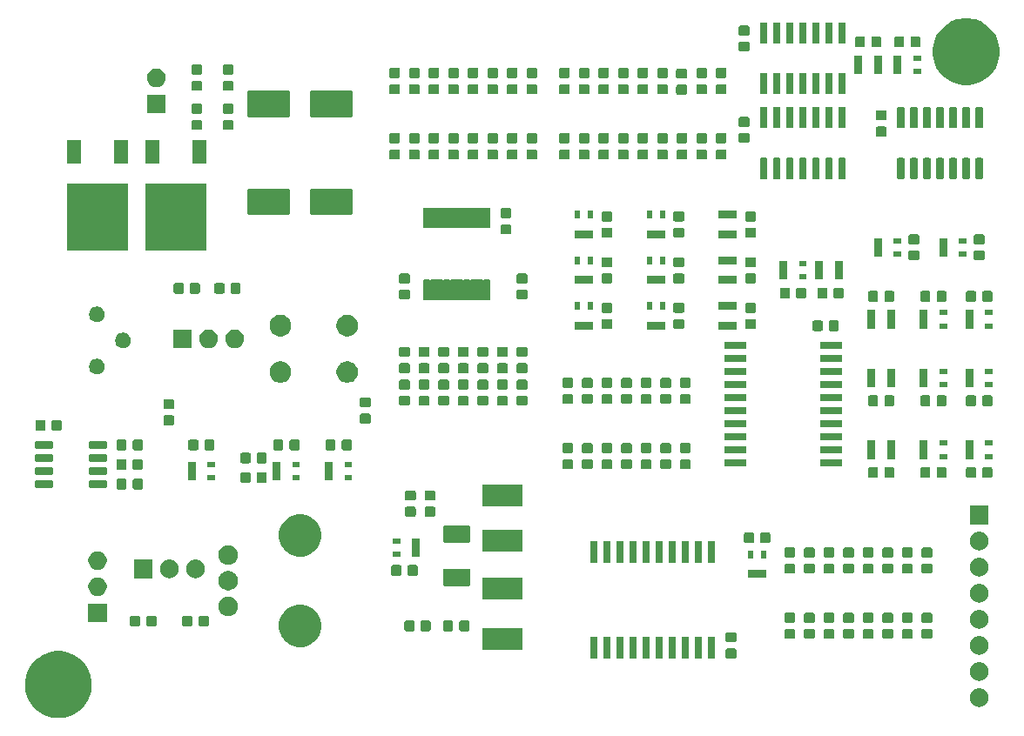
<source format=gbr>
G04 #@! TF.GenerationSoftware,KiCad,Pcbnew,(5.1.5)-3*
G04 #@! TF.CreationDate,2020-06-11T14:47:42+02:00*
G04 #@! TF.ProjectId,SA-ADC,53412d41-4443-42e6-9b69-6361645f7063,v0.1*
G04 #@! TF.SameCoordinates,Original*
G04 #@! TF.FileFunction,Soldermask,Top*
G04 #@! TF.FilePolarity,Negative*
%FSLAX46Y46*%
G04 Gerber Fmt 4.6, Leading zero omitted, Abs format (unit mm)*
G04 Created by KiCad (PCBNEW (5.1.5)-3) date 2020-06-11 14:47:42*
%MOMM*%
%LPD*%
G04 APERTURE LIST*
%ADD10C,0.100000*%
G04 APERTURE END LIST*
D10*
G36*
X99059239Y-108571467D02*
G01*
X99373282Y-108633934D01*
X99964926Y-108879001D01*
X100329588Y-109122661D01*
X100487593Y-109228236D01*
X100497392Y-109234784D01*
X100950216Y-109687608D01*
X101305999Y-110220074D01*
X101551066Y-110811718D01*
X101571965Y-110916784D01*
X101676000Y-111439803D01*
X101676000Y-112080197D01*
X101613533Y-112394239D01*
X101551066Y-112708282D01*
X101305999Y-113299926D01*
X100950216Y-113832392D01*
X100497392Y-114285216D01*
X99964926Y-114640999D01*
X99373282Y-114886066D01*
X99059239Y-114948533D01*
X98745197Y-115011000D01*
X98104803Y-115011000D01*
X97790761Y-114948533D01*
X97476718Y-114886066D01*
X96885074Y-114640999D01*
X96352608Y-114285216D01*
X95899784Y-113832392D01*
X95544001Y-113299926D01*
X95298934Y-112708282D01*
X95236467Y-112394239D01*
X95174000Y-112080197D01*
X95174000Y-111439803D01*
X95278035Y-110916784D01*
X95298934Y-110811718D01*
X95544001Y-110220074D01*
X95899784Y-109687608D01*
X96352608Y-109234784D01*
X96362408Y-109228236D01*
X96520412Y-109122661D01*
X96885074Y-108879001D01*
X97476718Y-108633934D01*
X97790761Y-108571467D01*
X98104803Y-108509000D01*
X98745197Y-108509000D01*
X99059239Y-108571467D01*
G37*
G36*
X188073512Y-112133927D02*
G01*
X188222812Y-112163624D01*
X188386784Y-112231544D01*
X188534354Y-112330147D01*
X188659853Y-112455646D01*
X188758456Y-112603216D01*
X188826376Y-112767188D01*
X188861000Y-112941259D01*
X188861000Y-113118741D01*
X188826376Y-113292812D01*
X188758456Y-113456784D01*
X188659853Y-113604354D01*
X188534354Y-113729853D01*
X188386784Y-113828456D01*
X188222812Y-113896376D01*
X188073512Y-113926073D01*
X188048742Y-113931000D01*
X187871258Y-113931000D01*
X187846488Y-113926073D01*
X187697188Y-113896376D01*
X187533216Y-113828456D01*
X187385646Y-113729853D01*
X187260147Y-113604354D01*
X187161544Y-113456784D01*
X187093624Y-113292812D01*
X187059000Y-113118741D01*
X187059000Y-112941259D01*
X187093624Y-112767188D01*
X187161544Y-112603216D01*
X187260147Y-112455646D01*
X187385646Y-112330147D01*
X187533216Y-112231544D01*
X187697188Y-112163624D01*
X187846488Y-112133927D01*
X187871258Y-112129000D01*
X188048742Y-112129000D01*
X188073512Y-112133927D01*
G37*
G36*
X188073512Y-109593927D02*
G01*
X188222812Y-109623624D01*
X188386784Y-109691544D01*
X188534354Y-109790147D01*
X188659853Y-109915646D01*
X188758456Y-110063216D01*
X188826376Y-110227188D01*
X188861000Y-110401259D01*
X188861000Y-110578741D01*
X188826376Y-110752812D01*
X188758456Y-110916784D01*
X188659853Y-111064354D01*
X188534354Y-111189853D01*
X188386784Y-111288456D01*
X188222812Y-111356376D01*
X188073512Y-111386073D01*
X188048742Y-111391000D01*
X187871258Y-111391000D01*
X187846488Y-111386073D01*
X187697188Y-111356376D01*
X187533216Y-111288456D01*
X187385646Y-111189853D01*
X187260147Y-111064354D01*
X187161544Y-110916784D01*
X187093624Y-110752812D01*
X187059000Y-110578741D01*
X187059000Y-110401259D01*
X187093624Y-110227188D01*
X187161544Y-110063216D01*
X187260147Y-109915646D01*
X187385646Y-109790147D01*
X187533216Y-109691544D01*
X187697188Y-109623624D01*
X187846488Y-109593927D01*
X187871258Y-109589000D01*
X188048742Y-109589000D01*
X188073512Y-109593927D01*
G37*
G36*
X158374928Y-107081764D02*
G01*
X158396009Y-107088160D01*
X158415445Y-107098548D01*
X158432476Y-107112524D01*
X158446452Y-107129555D01*
X158456840Y-107148991D01*
X158463236Y-107170072D01*
X158466000Y-107198140D01*
X158466000Y-109111860D01*
X158463236Y-109139928D01*
X158456840Y-109161009D01*
X158446452Y-109180445D01*
X158432476Y-109197476D01*
X158415445Y-109211452D01*
X158396009Y-109221840D01*
X158374928Y-109228236D01*
X158346860Y-109231000D01*
X157883140Y-109231000D01*
X157855072Y-109228236D01*
X157833991Y-109221840D01*
X157814555Y-109211452D01*
X157797524Y-109197476D01*
X157783548Y-109180445D01*
X157773160Y-109161009D01*
X157766764Y-109139928D01*
X157764000Y-109111860D01*
X157764000Y-107198140D01*
X157766764Y-107170072D01*
X157773160Y-107148991D01*
X157783548Y-107129555D01*
X157797524Y-107112524D01*
X157814555Y-107098548D01*
X157833991Y-107088160D01*
X157855072Y-107081764D01*
X157883140Y-107079000D01*
X158346860Y-107079000D01*
X158374928Y-107081764D01*
G37*
G36*
X155834928Y-107081764D02*
G01*
X155856009Y-107088160D01*
X155875445Y-107098548D01*
X155892476Y-107112524D01*
X155906452Y-107129555D01*
X155916840Y-107148991D01*
X155923236Y-107170072D01*
X155926000Y-107198140D01*
X155926000Y-109111860D01*
X155923236Y-109139928D01*
X155916840Y-109161009D01*
X155906452Y-109180445D01*
X155892476Y-109197476D01*
X155875445Y-109211452D01*
X155856009Y-109221840D01*
X155834928Y-109228236D01*
X155806860Y-109231000D01*
X155343140Y-109231000D01*
X155315072Y-109228236D01*
X155293991Y-109221840D01*
X155274555Y-109211452D01*
X155257524Y-109197476D01*
X155243548Y-109180445D01*
X155233160Y-109161009D01*
X155226764Y-109139928D01*
X155224000Y-109111860D01*
X155224000Y-107198140D01*
X155226764Y-107170072D01*
X155233160Y-107148991D01*
X155243548Y-107129555D01*
X155257524Y-107112524D01*
X155274555Y-107098548D01*
X155293991Y-107088160D01*
X155315072Y-107081764D01*
X155343140Y-107079000D01*
X155806860Y-107079000D01*
X155834928Y-107081764D01*
G37*
G36*
X159644928Y-107081764D02*
G01*
X159666009Y-107088160D01*
X159685445Y-107098548D01*
X159702476Y-107112524D01*
X159716452Y-107129555D01*
X159726840Y-107148991D01*
X159733236Y-107170072D01*
X159736000Y-107198140D01*
X159736000Y-109111860D01*
X159733236Y-109139928D01*
X159726840Y-109161009D01*
X159716452Y-109180445D01*
X159702476Y-109197476D01*
X159685445Y-109211452D01*
X159666009Y-109221840D01*
X159644928Y-109228236D01*
X159616860Y-109231000D01*
X159153140Y-109231000D01*
X159125072Y-109228236D01*
X159103991Y-109221840D01*
X159084555Y-109211452D01*
X159067524Y-109197476D01*
X159053548Y-109180445D01*
X159043160Y-109161009D01*
X159036764Y-109139928D01*
X159034000Y-109111860D01*
X159034000Y-107198140D01*
X159036764Y-107170072D01*
X159043160Y-107148991D01*
X159053548Y-107129555D01*
X159067524Y-107112524D01*
X159084555Y-107098548D01*
X159103991Y-107088160D01*
X159125072Y-107081764D01*
X159153140Y-107079000D01*
X159616860Y-107079000D01*
X159644928Y-107081764D01*
G37*
G36*
X157104928Y-107081764D02*
G01*
X157126009Y-107088160D01*
X157145445Y-107098548D01*
X157162476Y-107112524D01*
X157176452Y-107129555D01*
X157186840Y-107148991D01*
X157193236Y-107170072D01*
X157196000Y-107198140D01*
X157196000Y-109111860D01*
X157193236Y-109139928D01*
X157186840Y-109161009D01*
X157176452Y-109180445D01*
X157162476Y-109197476D01*
X157145445Y-109211452D01*
X157126009Y-109221840D01*
X157104928Y-109228236D01*
X157076860Y-109231000D01*
X156613140Y-109231000D01*
X156585072Y-109228236D01*
X156563991Y-109221840D01*
X156544555Y-109211452D01*
X156527524Y-109197476D01*
X156513548Y-109180445D01*
X156503160Y-109161009D01*
X156496764Y-109139928D01*
X156494000Y-109111860D01*
X156494000Y-107198140D01*
X156496764Y-107170072D01*
X156503160Y-107148991D01*
X156513548Y-107129555D01*
X156527524Y-107112524D01*
X156544555Y-107098548D01*
X156563991Y-107088160D01*
X156585072Y-107081764D01*
X156613140Y-107079000D01*
X157076860Y-107079000D01*
X157104928Y-107081764D01*
G37*
G36*
X154564928Y-107081764D02*
G01*
X154586009Y-107088160D01*
X154605445Y-107098548D01*
X154622476Y-107112524D01*
X154636452Y-107129555D01*
X154646840Y-107148991D01*
X154653236Y-107170072D01*
X154656000Y-107198140D01*
X154656000Y-109111860D01*
X154653236Y-109139928D01*
X154646840Y-109161009D01*
X154636452Y-109180445D01*
X154622476Y-109197476D01*
X154605445Y-109211452D01*
X154586009Y-109221840D01*
X154564928Y-109228236D01*
X154536860Y-109231000D01*
X154073140Y-109231000D01*
X154045072Y-109228236D01*
X154023991Y-109221840D01*
X154004555Y-109211452D01*
X153987524Y-109197476D01*
X153973548Y-109180445D01*
X153963160Y-109161009D01*
X153956764Y-109139928D01*
X153954000Y-109111860D01*
X153954000Y-107198140D01*
X153956764Y-107170072D01*
X153963160Y-107148991D01*
X153973548Y-107129555D01*
X153987524Y-107112524D01*
X154004555Y-107098548D01*
X154023991Y-107088160D01*
X154045072Y-107081764D01*
X154073140Y-107079000D01*
X154536860Y-107079000D01*
X154564928Y-107081764D01*
G37*
G36*
X153294928Y-107081764D02*
G01*
X153316009Y-107088160D01*
X153335445Y-107098548D01*
X153352476Y-107112524D01*
X153366452Y-107129555D01*
X153376840Y-107148991D01*
X153383236Y-107170072D01*
X153386000Y-107198140D01*
X153386000Y-109111860D01*
X153383236Y-109139928D01*
X153376840Y-109161009D01*
X153366452Y-109180445D01*
X153352476Y-109197476D01*
X153335445Y-109211452D01*
X153316009Y-109221840D01*
X153294928Y-109228236D01*
X153266860Y-109231000D01*
X152803140Y-109231000D01*
X152775072Y-109228236D01*
X152753991Y-109221840D01*
X152734555Y-109211452D01*
X152717524Y-109197476D01*
X152703548Y-109180445D01*
X152693160Y-109161009D01*
X152686764Y-109139928D01*
X152684000Y-109111860D01*
X152684000Y-107198140D01*
X152686764Y-107170072D01*
X152693160Y-107148991D01*
X152703548Y-107129555D01*
X152717524Y-107112524D01*
X152734555Y-107098548D01*
X152753991Y-107088160D01*
X152775072Y-107081764D01*
X152803140Y-107079000D01*
X153266860Y-107079000D01*
X153294928Y-107081764D01*
G37*
G36*
X152024928Y-107081764D02*
G01*
X152046009Y-107088160D01*
X152065445Y-107098548D01*
X152082476Y-107112524D01*
X152096452Y-107129555D01*
X152106840Y-107148991D01*
X152113236Y-107170072D01*
X152116000Y-107198140D01*
X152116000Y-109111860D01*
X152113236Y-109139928D01*
X152106840Y-109161009D01*
X152096452Y-109180445D01*
X152082476Y-109197476D01*
X152065445Y-109211452D01*
X152046009Y-109221840D01*
X152024928Y-109228236D01*
X151996860Y-109231000D01*
X151533140Y-109231000D01*
X151505072Y-109228236D01*
X151483991Y-109221840D01*
X151464555Y-109211452D01*
X151447524Y-109197476D01*
X151433548Y-109180445D01*
X151423160Y-109161009D01*
X151416764Y-109139928D01*
X151414000Y-109111860D01*
X151414000Y-107198140D01*
X151416764Y-107170072D01*
X151423160Y-107148991D01*
X151433548Y-107129555D01*
X151447524Y-107112524D01*
X151464555Y-107098548D01*
X151483991Y-107088160D01*
X151505072Y-107081764D01*
X151533140Y-107079000D01*
X151996860Y-107079000D01*
X152024928Y-107081764D01*
G37*
G36*
X150754928Y-107081764D02*
G01*
X150776009Y-107088160D01*
X150795445Y-107098548D01*
X150812476Y-107112524D01*
X150826452Y-107129555D01*
X150836840Y-107148991D01*
X150843236Y-107170072D01*
X150846000Y-107198140D01*
X150846000Y-109111860D01*
X150843236Y-109139928D01*
X150836840Y-109161009D01*
X150826452Y-109180445D01*
X150812476Y-109197476D01*
X150795445Y-109211452D01*
X150776009Y-109221840D01*
X150754928Y-109228236D01*
X150726860Y-109231000D01*
X150263140Y-109231000D01*
X150235072Y-109228236D01*
X150213991Y-109221840D01*
X150194555Y-109211452D01*
X150177524Y-109197476D01*
X150163548Y-109180445D01*
X150153160Y-109161009D01*
X150146764Y-109139928D01*
X150144000Y-109111860D01*
X150144000Y-107198140D01*
X150146764Y-107170072D01*
X150153160Y-107148991D01*
X150163548Y-107129555D01*
X150177524Y-107112524D01*
X150194555Y-107098548D01*
X150213991Y-107088160D01*
X150235072Y-107081764D01*
X150263140Y-107079000D01*
X150726860Y-107079000D01*
X150754928Y-107081764D01*
G37*
G36*
X160914928Y-107081764D02*
G01*
X160936009Y-107088160D01*
X160955445Y-107098548D01*
X160972476Y-107112524D01*
X160986452Y-107129555D01*
X160996840Y-107148991D01*
X161003236Y-107170072D01*
X161006000Y-107198140D01*
X161006000Y-109111860D01*
X161003236Y-109139928D01*
X160996840Y-109161009D01*
X160986452Y-109180445D01*
X160972476Y-109197476D01*
X160955445Y-109211452D01*
X160936009Y-109221840D01*
X160914928Y-109228236D01*
X160886860Y-109231000D01*
X160423140Y-109231000D01*
X160395072Y-109228236D01*
X160373991Y-109221840D01*
X160354555Y-109211452D01*
X160337524Y-109197476D01*
X160323548Y-109180445D01*
X160313160Y-109161009D01*
X160306764Y-109139928D01*
X160304000Y-109111860D01*
X160304000Y-107198140D01*
X160306764Y-107170072D01*
X160313160Y-107148991D01*
X160323548Y-107129555D01*
X160337524Y-107112524D01*
X160354555Y-107098548D01*
X160373991Y-107088160D01*
X160395072Y-107081764D01*
X160423140Y-107079000D01*
X160886860Y-107079000D01*
X160914928Y-107081764D01*
G37*
G36*
X162184928Y-107081764D02*
G01*
X162206009Y-107088160D01*
X162225445Y-107098548D01*
X162242476Y-107112524D01*
X162256452Y-107129555D01*
X162266840Y-107148991D01*
X162273236Y-107170072D01*
X162276000Y-107198140D01*
X162276000Y-109111860D01*
X162273236Y-109139928D01*
X162266840Y-109161009D01*
X162256452Y-109180445D01*
X162242476Y-109197476D01*
X162225445Y-109211452D01*
X162206009Y-109221840D01*
X162184928Y-109228236D01*
X162156860Y-109231000D01*
X161693140Y-109231000D01*
X161665072Y-109228236D01*
X161643991Y-109221840D01*
X161624555Y-109211452D01*
X161607524Y-109197476D01*
X161593548Y-109180445D01*
X161583160Y-109161009D01*
X161576764Y-109139928D01*
X161574000Y-109111860D01*
X161574000Y-107198140D01*
X161576764Y-107170072D01*
X161583160Y-107148991D01*
X161593548Y-107129555D01*
X161607524Y-107112524D01*
X161624555Y-107098548D01*
X161643991Y-107088160D01*
X161665072Y-107081764D01*
X161693140Y-107079000D01*
X162156860Y-107079000D01*
X162184928Y-107081764D01*
G37*
G36*
X164209591Y-108253085D02*
G01*
X164243569Y-108263393D01*
X164274890Y-108280134D01*
X164302339Y-108302661D01*
X164324866Y-108330110D01*
X164341607Y-108361431D01*
X164351915Y-108395409D01*
X164356000Y-108436890D01*
X164356000Y-109038110D01*
X164351915Y-109079591D01*
X164341607Y-109113569D01*
X164324866Y-109144890D01*
X164302339Y-109172339D01*
X164274890Y-109194866D01*
X164243569Y-109211607D01*
X164209591Y-109221915D01*
X164168110Y-109226000D01*
X163491890Y-109226000D01*
X163450409Y-109221915D01*
X163416431Y-109211607D01*
X163385110Y-109194866D01*
X163357661Y-109172339D01*
X163335134Y-109144890D01*
X163318393Y-109113569D01*
X163308085Y-109079591D01*
X163304000Y-109038110D01*
X163304000Y-108436890D01*
X163308085Y-108395409D01*
X163318393Y-108361431D01*
X163335134Y-108330110D01*
X163357661Y-108302661D01*
X163385110Y-108280134D01*
X163416431Y-108263393D01*
X163450409Y-108253085D01*
X163491890Y-108249000D01*
X164168110Y-108249000D01*
X164209591Y-108253085D01*
G37*
G36*
X188073512Y-107053927D02*
G01*
X188222812Y-107083624D01*
X188386784Y-107151544D01*
X188534354Y-107250147D01*
X188659853Y-107375646D01*
X188758456Y-107523216D01*
X188826376Y-107687188D01*
X188861000Y-107861259D01*
X188861000Y-108038741D01*
X188826376Y-108212812D01*
X188758456Y-108376784D01*
X188659853Y-108524354D01*
X188534354Y-108649853D01*
X188386784Y-108748456D01*
X188222812Y-108816376D01*
X188073512Y-108846073D01*
X188048742Y-108851000D01*
X187871258Y-108851000D01*
X187846488Y-108846073D01*
X187697188Y-108816376D01*
X187533216Y-108748456D01*
X187385646Y-108649853D01*
X187260147Y-108524354D01*
X187161544Y-108376784D01*
X187093624Y-108212812D01*
X187059000Y-108038741D01*
X187059000Y-107861259D01*
X187093624Y-107687188D01*
X187161544Y-107523216D01*
X187260147Y-107375646D01*
X187385646Y-107250147D01*
X187533216Y-107151544D01*
X187697188Y-107083624D01*
X187846488Y-107053927D01*
X187871258Y-107049000D01*
X188048742Y-107049000D01*
X188073512Y-107053927D01*
G37*
G36*
X143556000Y-108366000D02*
G01*
X139654000Y-108366000D01*
X139654000Y-106264000D01*
X143556000Y-106264000D01*
X143556000Y-108366000D01*
G37*
G36*
X122533254Y-104067818D02*
G01*
X122906511Y-104222426D01*
X122906513Y-104222427D01*
X123242436Y-104446884D01*
X123528116Y-104732564D01*
X123746030Y-105058694D01*
X123752574Y-105068489D01*
X123907182Y-105441746D01*
X123986000Y-105837993D01*
X123986000Y-106242007D01*
X123907182Y-106638254D01*
X123791204Y-106918250D01*
X123752573Y-107011513D01*
X123528116Y-107347436D01*
X123242436Y-107633116D01*
X122906513Y-107857573D01*
X122906512Y-107857574D01*
X122906511Y-107857574D01*
X122533254Y-108012182D01*
X122137007Y-108091000D01*
X121732993Y-108091000D01*
X121336746Y-108012182D01*
X120963489Y-107857574D01*
X120963488Y-107857574D01*
X120963487Y-107857573D01*
X120627564Y-107633116D01*
X120341884Y-107347436D01*
X120117427Y-107011513D01*
X120078796Y-106918250D01*
X119962818Y-106638254D01*
X119884000Y-106242007D01*
X119884000Y-105837993D01*
X119962818Y-105441746D01*
X120117426Y-105068489D01*
X120123971Y-105058694D01*
X120341884Y-104732564D01*
X120627564Y-104446884D01*
X120963487Y-104222427D01*
X120963489Y-104222426D01*
X121336746Y-104067818D01*
X121732993Y-103989000D01*
X122137007Y-103989000D01*
X122533254Y-104067818D01*
G37*
G36*
X164209591Y-106678085D02*
G01*
X164243569Y-106688393D01*
X164274890Y-106705134D01*
X164302339Y-106727661D01*
X164324866Y-106755110D01*
X164341607Y-106786431D01*
X164351915Y-106820409D01*
X164356000Y-106861890D01*
X164356000Y-107463110D01*
X164351915Y-107504591D01*
X164341607Y-107538569D01*
X164324866Y-107569890D01*
X164302339Y-107597339D01*
X164274890Y-107619866D01*
X164243569Y-107636607D01*
X164209591Y-107646915D01*
X164168110Y-107651000D01*
X163491890Y-107651000D01*
X163450409Y-107646915D01*
X163416431Y-107636607D01*
X163385110Y-107619866D01*
X163357661Y-107597339D01*
X163335134Y-107569890D01*
X163318393Y-107538569D01*
X163308085Y-107504591D01*
X163304000Y-107463110D01*
X163304000Y-106861890D01*
X163308085Y-106820409D01*
X163318393Y-106786431D01*
X163335134Y-106755110D01*
X163357661Y-106727661D01*
X163385110Y-106705134D01*
X163416431Y-106688393D01*
X163450409Y-106678085D01*
X163491890Y-106674000D01*
X164168110Y-106674000D01*
X164209591Y-106678085D01*
G37*
G36*
X177544591Y-106348085D02*
G01*
X177578569Y-106358393D01*
X177609890Y-106375134D01*
X177637339Y-106397661D01*
X177659866Y-106425110D01*
X177676607Y-106456431D01*
X177686915Y-106490409D01*
X177691000Y-106531890D01*
X177691000Y-107133110D01*
X177686915Y-107174591D01*
X177676607Y-107208569D01*
X177659866Y-107239890D01*
X177637339Y-107267339D01*
X177609890Y-107289866D01*
X177578569Y-107306607D01*
X177544591Y-107316915D01*
X177503110Y-107321000D01*
X176826890Y-107321000D01*
X176785409Y-107316915D01*
X176751431Y-107306607D01*
X176720110Y-107289866D01*
X176692661Y-107267339D01*
X176670134Y-107239890D01*
X176653393Y-107208569D01*
X176643085Y-107174591D01*
X176639000Y-107133110D01*
X176639000Y-106531890D01*
X176643085Y-106490409D01*
X176653393Y-106456431D01*
X176670134Y-106425110D01*
X176692661Y-106397661D01*
X176720110Y-106375134D01*
X176751431Y-106358393D01*
X176785409Y-106348085D01*
X176826890Y-106344000D01*
X177503110Y-106344000D01*
X177544591Y-106348085D01*
G37*
G36*
X169924591Y-106348085D02*
G01*
X169958569Y-106358393D01*
X169989890Y-106375134D01*
X170017339Y-106397661D01*
X170039866Y-106425110D01*
X170056607Y-106456431D01*
X170066915Y-106490409D01*
X170071000Y-106531890D01*
X170071000Y-107133110D01*
X170066915Y-107174591D01*
X170056607Y-107208569D01*
X170039866Y-107239890D01*
X170017339Y-107267339D01*
X169989890Y-107289866D01*
X169958569Y-107306607D01*
X169924591Y-107316915D01*
X169883110Y-107321000D01*
X169206890Y-107321000D01*
X169165409Y-107316915D01*
X169131431Y-107306607D01*
X169100110Y-107289866D01*
X169072661Y-107267339D01*
X169050134Y-107239890D01*
X169033393Y-107208569D01*
X169023085Y-107174591D01*
X169019000Y-107133110D01*
X169019000Y-106531890D01*
X169023085Y-106490409D01*
X169033393Y-106456431D01*
X169050134Y-106425110D01*
X169072661Y-106397661D01*
X169100110Y-106375134D01*
X169131431Y-106358393D01*
X169165409Y-106348085D01*
X169206890Y-106344000D01*
X169883110Y-106344000D01*
X169924591Y-106348085D01*
G37*
G36*
X171829591Y-106348085D02*
G01*
X171863569Y-106358393D01*
X171894890Y-106375134D01*
X171922339Y-106397661D01*
X171944866Y-106425110D01*
X171961607Y-106456431D01*
X171971915Y-106490409D01*
X171976000Y-106531890D01*
X171976000Y-107133110D01*
X171971915Y-107174591D01*
X171961607Y-107208569D01*
X171944866Y-107239890D01*
X171922339Y-107267339D01*
X171894890Y-107289866D01*
X171863569Y-107306607D01*
X171829591Y-107316915D01*
X171788110Y-107321000D01*
X171111890Y-107321000D01*
X171070409Y-107316915D01*
X171036431Y-107306607D01*
X171005110Y-107289866D01*
X170977661Y-107267339D01*
X170955134Y-107239890D01*
X170938393Y-107208569D01*
X170928085Y-107174591D01*
X170924000Y-107133110D01*
X170924000Y-106531890D01*
X170928085Y-106490409D01*
X170938393Y-106456431D01*
X170955134Y-106425110D01*
X170977661Y-106397661D01*
X171005110Y-106375134D01*
X171036431Y-106358393D01*
X171070409Y-106348085D01*
X171111890Y-106344000D01*
X171788110Y-106344000D01*
X171829591Y-106348085D01*
G37*
G36*
X183259591Y-106348085D02*
G01*
X183293569Y-106358393D01*
X183324890Y-106375134D01*
X183352339Y-106397661D01*
X183374866Y-106425110D01*
X183391607Y-106456431D01*
X183401915Y-106490409D01*
X183406000Y-106531890D01*
X183406000Y-107133110D01*
X183401915Y-107174591D01*
X183391607Y-107208569D01*
X183374866Y-107239890D01*
X183352339Y-107267339D01*
X183324890Y-107289866D01*
X183293569Y-107306607D01*
X183259591Y-107316915D01*
X183218110Y-107321000D01*
X182541890Y-107321000D01*
X182500409Y-107316915D01*
X182466431Y-107306607D01*
X182435110Y-107289866D01*
X182407661Y-107267339D01*
X182385134Y-107239890D01*
X182368393Y-107208569D01*
X182358085Y-107174591D01*
X182354000Y-107133110D01*
X182354000Y-106531890D01*
X182358085Y-106490409D01*
X182368393Y-106456431D01*
X182385134Y-106425110D01*
X182407661Y-106397661D01*
X182435110Y-106375134D01*
X182466431Y-106358393D01*
X182500409Y-106348085D01*
X182541890Y-106344000D01*
X183218110Y-106344000D01*
X183259591Y-106348085D01*
G37*
G36*
X179449591Y-106348085D02*
G01*
X179483569Y-106358393D01*
X179514890Y-106375134D01*
X179542339Y-106397661D01*
X179564866Y-106425110D01*
X179581607Y-106456431D01*
X179591915Y-106490409D01*
X179596000Y-106531890D01*
X179596000Y-107133110D01*
X179591915Y-107174591D01*
X179581607Y-107208569D01*
X179564866Y-107239890D01*
X179542339Y-107267339D01*
X179514890Y-107289866D01*
X179483569Y-107306607D01*
X179449591Y-107316915D01*
X179408110Y-107321000D01*
X178731890Y-107321000D01*
X178690409Y-107316915D01*
X178656431Y-107306607D01*
X178625110Y-107289866D01*
X178597661Y-107267339D01*
X178575134Y-107239890D01*
X178558393Y-107208569D01*
X178548085Y-107174591D01*
X178544000Y-107133110D01*
X178544000Y-106531890D01*
X178548085Y-106490409D01*
X178558393Y-106456431D01*
X178575134Y-106425110D01*
X178597661Y-106397661D01*
X178625110Y-106375134D01*
X178656431Y-106358393D01*
X178690409Y-106348085D01*
X178731890Y-106344000D01*
X179408110Y-106344000D01*
X179449591Y-106348085D01*
G37*
G36*
X173734591Y-106348085D02*
G01*
X173768569Y-106358393D01*
X173799890Y-106375134D01*
X173827339Y-106397661D01*
X173849866Y-106425110D01*
X173866607Y-106456431D01*
X173876915Y-106490409D01*
X173881000Y-106531890D01*
X173881000Y-107133110D01*
X173876915Y-107174591D01*
X173866607Y-107208569D01*
X173849866Y-107239890D01*
X173827339Y-107267339D01*
X173799890Y-107289866D01*
X173768569Y-107306607D01*
X173734591Y-107316915D01*
X173693110Y-107321000D01*
X173016890Y-107321000D01*
X172975409Y-107316915D01*
X172941431Y-107306607D01*
X172910110Y-107289866D01*
X172882661Y-107267339D01*
X172860134Y-107239890D01*
X172843393Y-107208569D01*
X172833085Y-107174591D01*
X172829000Y-107133110D01*
X172829000Y-106531890D01*
X172833085Y-106490409D01*
X172843393Y-106456431D01*
X172860134Y-106425110D01*
X172882661Y-106397661D01*
X172910110Y-106375134D01*
X172941431Y-106358393D01*
X172975409Y-106348085D01*
X173016890Y-106344000D01*
X173693110Y-106344000D01*
X173734591Y-106348085D01*
G37*
G36*
X175639591Y-106348085D02*
G01*
X175673569Y-106358393D01*
X175704890Y-106375134D01*
X175732339Y-106397661D01*
X175754866Y-106425110D01*
X175771607Y-106456431D01*
X175781915Y-106490409D01*
X175786000Y-106531890D01*
X175786000Y-107133110D01*
X175781915Y-107174591D01*
X175771607Y-107208569D01*
X175754866Y-107239890D01*
X175732339Y-107267339D01*
X175704890Y-107289866D01*
X175673569Y-107306607D01*
X175639591Y-107316915D01*
X175598110Y-107321000D01*
X174921890Y-107321000D01*
X174880409Y-107316915D01*
X174846431Y-107306607D01*
X174815110Y-107289866D01*
X174787661Y-107267339D01*
X174765134Y-107239890D01*
X174748393Y-107208569D01*
X174738085Y-107174591D01*
X174734000Y-107133110D01*
X174734000Y-106531890D01*
X174738085Y-106490409D01*
X174748393Y-106456431D01*
X174765134Y-106425110D01*
X174787661Y-106397661D01*
X174815110Y-106375134D01*
X174846431Y-106358393D01*
X174880409Y-106348085D01*
X174921890Y-106344000D01*
X175598110Y-106344000D01*
X175639591Y-106348085D01*
G37*
G36*
X181354591Y-106348085D02*
G01*
X181388569Y-106358393D01*
X181419890Y-106375134D01*
X181447339Y-106397661D01*
X181469866Y-106425110D01*
X181486607Y-106456431D01*
X181496915Y-106490409D01*
X181501000Y-106531890D01*
X181501000Y-107133110D01*
X181496915Y-107174591D01*
X181486607Y-107208569D01*
X181469866Y-107239890D01*
X181447339Y-107267339D01*
X181419890Y-107289866D01*
X181388569Y-107306607D01*
X181354591Y-107316915D01*
X181313110Y-107321000D01*
X180636890Y-107321000D01*
X180595409Y-107316915D01*
X180561431Y-107306607D01*
X180530110Y-107289866D01*
X180502661Y-107267339D01*
X180480134Y-107239890D01*
X180463393Y-107208569D01*
X180453085Y-107174591D01*
X180449000Y-107133110D01*
X180449000Y-106531890D01*
X180453085Y-106490409D01*
X180463393Y-106456431D01*
X180480134Y-106425110D01*
X180502661Y-106397661D01*
X180530110Y-106375134D01*
X180561431Y-106358393D01*
X180595409Y-106348085D01*
X180636890Y-106344000D01*
X181313110Y-106344000D01*
X181354591Y-106348085D01*
G37*
G36*
X132904591Y-105523085D02*
G01*
X132938569Y-105533393D01*
X132969890Y-105550134D01*
X132997339Y-105572661D01*
X133019866Y-105600110D01*
X133036607Y-105631431D01*
X133046915Y-105665409D01*
X133051000Y-105706890D01*
X133051000Y-106383110D01*
X133046915Y-106424591D01*
X133036607Y-106458569D01*
X133019866Y-106489890D01*
X132997339Y-106517339D01*
X132969890Y-106539866D01*
X132938569Y-106556607D01*
X132904591Y-106566915D01*
X132863110Y-106571000D01*
X132261890Y-106571000D01*
X132220409Y-106566915D01*
X132186431Y-106556607D01*
X132155110Y-106539866D01*
X132127661Y-106517339D01*
X132105134Y-106489890D01*
X132088393Y-106458569D01*
X132078085Y-106424591D01*
X132074000Y-106383110D01*
X132074000Y-105706890D01*
X132078085Y-105665409D01*
X132088393Y-105631431D01*
X132105134Y-105600110D01*
X132127661Y-105572661D01*
X132155110Y-105550134D01*
X132186431Y-105533393D01*
X132220409Y-105523085D01*
X132261890Y-105519000D01*
X132863110Y-105519000D01*
X132904591Y-105523085D01*
G37*
G36*
X134479591Y-105523085D02*
G01*
X134513569Y-105533393D01*
X134544890Y-105550134D01*
X134572339Y-105572661D01*
X134594866Y-105600110D01*
X134611607Y-105631431D01*
X134621915Y-105665409D01*
X134626000Y-105706890D01*
X134626000Y-106383110D01*
X134621915Y-106424591D01*
X134611607Y-106458569D01*
X134594866Y-106489890D01*
X134572339Y-106517339D01*
X134544890Y-106539866D01*
X134513569Y-106556607D01*
X134479591Y-106566915D01*
X134438110Y-106571000D01*
X133836890Y-106571000D01*
X133795409Y-106566915D01*
X133761431Y-106556607D01*
X133730110Y-106539866D01*
X133702661Y-106517339D01*
X133680134Y-106489890D01*
X133663393Y-106458569D01*
X133653085Y-106424591D01*
X133649000Y-106383110D01*
X133649000Y-105706890D01*
X133653085Y-105665409D01*
X133663393Y-105631431D01*
X133680134Y-105600110D01*
X133702661Y-105572661D01*
X133730110Y-105550134D01*
X133761431Y-105533393D01*
X133795409Y-105523085D01*
X133836890Y-105519000D01*
X134438110Y-105519000D01*
X134479591Y-105523085D01*
G37*
G36*
X136654592Y-105523085D02*
G01*
X136688570Y-105533393D01*
X136719891Y-105550134D01*
X136747340Y-105572661D01*
X136769867Y-105600110D01*
X136786608Y-105631431D01*
X136796916Y-105665409D01*
X136801001Y-105706890D01*
X136801001Y-106383110D01*
X136796916Y-106424591D01*
X136786608Y-106458569D01*
X136769867Y-106489890D01*
X136747340Y-106517339D01*
X136719891Y-106539866D01*
X136688570Y-106556607D01*
X136654592Y-106566915D01*
X136613111Y-106571000D01*
X136011891Y-106571000D01*
X135970410Y-106566915D01*
X135936432Y-106556607D01*
X135905111Y-106539866D01*
X135877662Y-106517339D01*
X135855135Y-106489890D01*
X135838394Y-106458569D01*
X135828086Y-106424591D01*
X135824001Y-106383110D01*
X135824001Y-105706890D01*
X135828086Y-105665409D01*
X135838394Y-105631431D01*
X135855135Y-105600110D01*
X135877662Y-105572661D01*
X135905111Y-105550134D01*
X135936432Y-105533393D01*
X135970410Y-105523085D01*
X136011891Y-105519000D01*
X136613111Y-105519000D01*
X136654592Y-105523085D01*
G37*
G36*
X138229592Y-105523085D02*
G01*
X138263570Y-105533393D01*
X138294891Y-105550134D01*
X138322340Y-105572661D01*
X138344867Y-105600110D01*
X138361608Y-105631431D01*
X138371916Y-105665409D01*
X138376001Y-105706890D01*
X138376001Y-106383110D01*
X138371916Y-106424591D01*
X138361608Y-106458569D01*
X138344867Y-106489890D01*
X138322340Y-106517339D01*
X138294891Y-106539866D01*
X138263570Y-106556607D01*
X138229592Y-106566915D01*
X138188111Y-106571000D01*
X137586891Y-106571000D01*
X137545410Y-106566915D01*
X137511432Y-106556607D01*
X137480111Y-106539866D01*
X137452662Y-106517339D01*
X137430135Y-106489890D01*
X137413394Y-106458569D01*
X137403086Y-106424591D01*
X137399001Y-106383110D01*
X137399001Y-105706890D01*
X137403086Y-105665409D01*
X137413394Y-105631431D01*
X137430135Y-105600110D01*
X137452662Y-105572661D01*
X137480111Y-105550134D01*
X137511432Y-105533393D01*
X137545410Y-105523085D01*
X137586891Y-105519000D01*
X138188111Y-105519000D01*
X138229592Y-105523085D01*
G37*
G36*
X188073512Y-104513927D02*
G01*
X188222812Y-104543624D01*
X188386784Y-104611544D01*
X188534354Y-104710147D01*
X188659853Y-104835646D01*
X188758456Y-104983216D01*
X188826376Y-105147188D01*
X188845213Y-105241891D01*
X188861000Y-105321258D01*
X188861000Y-105498742D01*
X188856970Y-105519000D01*
X188826376Y-105672812D01*
X188758456Y-105836784D01*
X188659853Y-105984354D01*
X188534354Y-106109853D01*
X188386784Y-106208456D01*
X188222812Y-106276376D01*
X188073512Y-106306073D01*
X188048742Y-106311000D01*
X187871258Y-106311000D01*
X187846488Y-106306073D01*
X187697188Y-106276376D01*
X187533216Y-106208456D01*
X187385646Y-106109853D01*
X187260147Y-105984354D01*
X187161544Y-105836784D01*
X187093624Y-105672812D01*
X187063030Y-105519000D01*
X187059000Y-105498742D01*
X187059000Y-105321258D01*
X187074787Y-105241891D01*
X187093624Y-105147188D01*
X187161544Y-104983216D01*
X187260147Y-104835646D01*
X187385646Y-104710147D01*
X187533216Y-104611544D01*
X187697188Y-104543624D01*
X187846488Y-104513927D01*
X187871258Y-104509000D01*
X188048742Y-104509000D01*
X188073512Y-104513927D01*
G37*
G36*
X106234591Y-105058086D02*
G01*
X106268569Y-105068394D01*
X106299890Y-105085135D01*
X106327339Y-105107662D01*
X106349866Y-105135111D01*
X106366607Y-105166432D01*
X106376915Y-105200410D01*
X106381000Y-105241891D01*
X106381000Y-105918111D01*
X106376915Y-105959592D01*
X106366607Y-105993570D01*
X106349866Y-106024891D01*
X106327339Y-106052340D01*
X106299890Y-106074867D01*
X106268569Y-106091608D01*
X106234591Y-106101916D01*
X106193110Y-106106001D01*
X105591890Y-106106001D01*
X105550409Y-106101916D01*
X105516431Y-106091608D01*
X105485110Y-106074867D01*
X105457661Y-106052340D01*
X105435134Y-106024891D01*
X105418393Y-105993570D01*
X105408085Y-105959592D01*
X105404000Y-105918111D01*
X105404000Y-105241891D01*
X105408085Y-105200410D01*
X105418393Y-105166432D01*
X105435134Y-105135111D01*
X105457661Y-105107662D01*
X105485110Y-105085135D01*
X105516431Y-105068394D01*
X105550409Y-105058086D01*
X105591890Y-105054001D01*
X106193110Y-105054001D01*
X106234591Y-105058086D01*
G37*
G36*
X112889591Y-105058086D02*
G01*
X112923569Y-105068394D01*
X112954890Y-105085135D01*
X112982339Y-105107662D01*
X113004866Y-105135111D01*
X113021607Y-105166432D01*
X113031915Y-105200410D01*
X113036000Y-105241891D01*
X113036000Y-105918111D01*
X113031915Y-105959592D01*
X113021607Y-105993570D01*
X113004866Y-106024891D01*
X112982339Y-106052340D01*
X112954890Y-106074867D01*
X112923569Y-106091608D01*
X112889591Y-106101916D01*
X112848110Y-106106001D01*
X112246890Y-106106001D01*
X112205409Y-106101916D01*
X112171431Y-106091608D01*
X112140110Y-106074867D01*
X112112661Y-106052340D01*
X112090134Y-106024891D01*
X112073393Y-105993570D01*
X112063085Y-105959592D01*
X112059000Y-105918111D01*
X112059000Y-105241891D01*
X112063085Y-105200410D01*
X112073393Y-105166432D01*
X112090134Y-105135111D01*
X112112661Y-105107662D01*
X112140110Y-105085135D01*
X112171431Y-105068394D01*
X112205409Y-105058086D01*
X112246890Y-105054001D01*
X112848110Y-105054001D01*
X112889591Y-105058086D01*
G37*
G36*
X111314591Y-105058086D02*
G01*
X111348569Y-105068394D01*
X111379890Y-105085135D01*
X111407339Y-105107662D01*
X111429866Y-105135111D01*
X111446607Y-105166432D01*
X111456915Y-105200410D01*
X111461000Y-105241891D01*
X111461000Y-105918111D01*
X111456915Y-105959592D01*
X111446607Y-105993570D01*
X111429866Y-106024891D01*
X111407339Y-106052340D01*
X111379890Y-106074867D01*
X111348569Y-106091608D01*
X111314591Y-106101916D01*
X111273110Y-106106001D01*
X110671890Y-106106001D01*
X110630409Y-106101916D01*
X110596431Y-106091608D01*
X110565110Y-106074867D01*
X110537661Y-106052340D01*
X110515134Y-106024891D01*
X110498393Y-105993570D01*
X110488085Y-105959592D01*
X110484000Y-105918111D01*
X110484000Y-105241891D01*
X110488085Y-105200410D01*
X110498393Y-105166432D01*
X110515134Y-105135111D01*
X110537661Y-105107662D01*
X110565110Y-105085135D01*
X110596431Y-105068394D01*
X110630409Y-105058086D01*
X110671890Y-105054001D01*
X111273110Y-105054001D01*
X111314591Y-105058086D01*
G37*
G36*
X107809591Y-105058086D02*
G01*
X107843569Y-105068394D01*
X107874890Y-105085135D01*
X107902339Y-105107662D01*
X107924866Y-105135111D01*
X107941607Y-105166432D01*
X107951915Y-105200410D01*
X107956000Y-105241891D01*
X107956000Y-105918111D01*
X107951915Y-105959592D01*
X107941607Y-105993570D01*
X107924866Y-106024891D01*
X107902339Y-106052340D01*
X107874890Y-106074867D01*
X107843569Y-106091608D01*
X107809591Y-106101916D01*
X107768110Y-106106001D01*
X107166890Y-106106001D01*
X107125409Y-106101916D01*
X107091431Y-106091608D01*
X107060110Y-106074867D01*
X107032661Y-106052340D01*
X107010134Y-106024891D01*
X106993393Y-105993570D01*
X106983085Y-105959592D01*
X106979000Y-105918111D01*
X106979000Y-105241891D01*
X106983085Y-105200410D01*
X106993393Y-105166432D01*
X107010134Y-105135111D01*
X107032661Y-105107662D01*
X107060110Y-105085135D01*
X107091431Y-105068394D01*
X107125409Y-105058086D01*
X107166890Y-105054001D01*
X107768110Y-105054001D01*
X107809591Y-105058086D01*
G37*
G36*
X173734591Y-104773085D02*
G01*
X173768569Y-104783393D01*
X173799890Y-104800134D01*
X173827339Y-104822661D01*
X173849866Y-104850110D01*
X173866607Y-104881431D01*
X173876915Y-104915409D01*
X173881000Y-104956890D01*
X173881000Y-105558110D01*
X173876915Y-105599591D01*
X173866607Y-105633569D01*
X173849866Y-105664890D01*
X173827339Y-105692339D01*
X173799890Y-105714866D01*
X173768569Y-105731607D01*
X173734591Y-105741915D01*
X173693110Y-105746000D01*
X173016890Y-105746000D01*
X172975409Y-105741915D01*
X172941431Y-105731607D01*
X172910110Y-105714866D01*
X172882661Y-105692339D01*
X172860134Y-105664890D01*
X172843393Y-105633569D01*
X172833085Y-105599591D01*
X172829000Y-105558110D01*
X172829000Y-104956890D01*
X172833085Y-104915409D01*
X172843393Y-104881431D01*
X172860134Y-104850110D01*
X172882661Y-104822661D01*
X172910110Y-104800134D01*
X172941431Y-104783393D01*
X172975409Y-104773085D01*
X173016890Y-104769000D01*
X173693110Y-104769000D01*
X173734591Y-104773085D01*
G37*
G36*
X183259591Y-104773085D02*
G01*
X183293569Y-104783393D01*
X183324890Y-104800134D01*
X183352339Y-104822661D01*
X183374866Y-104850110D01*
X183391607Y-104881431D01*
X183401915Y-104915409D01*
X183406000Y-104956890D01*
X183406000Y-105558110D01*
X183401915Y-105599591D01*
X183391607Y-105633569D01*
X183374866Y-105664890D01*
X183352339Y-105692339D01*
X183324890Y-105714866D01*
X183293569Y-105731607D01*
X183259591Y-105741915D01*
X183218110Y-105746000D01*
X182541890Y-105746000D01*
X182500409Y-105741915D01*
X182466431Y-105731607D01*
X182435110Y-105714866D01*
X182407661Y-105692339D01*
X182385134Y-105664890D01*
X182368393Y-105633569D01*
X182358085Y-105599591D01*
X182354000Y-105558110D01*
X182354000Y-104956890D01*
X182358085Y-104915409D01*
X182368393Y-104881431D01*
X182385134Y-104850110D01*
X182407661Y-104822661D01*
X182435110Y-104800134D01*
X182466431Y-104783393D01*
X182500409Y-104773085D01*
X182541890Y-104769000D01*
X183218110Y-104769000D01*
X183259591Y-104773085D01*
G37*
G36*
X181354591Y-104773085D02*
G01*
X181388569Y-104783393D01*
X181419890Y-104800134D01*
X181447339Y-104822661D01*
X181469866Y-104850110D01*
X181486607Y-104881431D01*
X181496915Y-104915409D01*
X181501000Y-104956890D01*
X181501000Y-105558110D01*
X181496915Y-105599591D01*
X181486607Y-105633569D01*
X181469866Y-105664890D01*
X181447339Y-105692339D01*
X181419890Y-105714866D01*
X181388569Y-105731607D01*
X181354591Y-105741915D01*
X181313110Y-105746000D01*
X180636890Y-105746000D01*
X180595409Y-105741915D01*
X180561431Y-105731607D01*
X180530110Y-105714866D01*
X180502661Y-105692339D01*
X180480134Y-105664890D01*
X180463393Y-105633569D01*
X180453085Y-105599591D01*
X180449000Y-105558110D01*
X180449000Y-104956890D01*
X180453085Y-104915409D01*
X180463393Y-104881431D01*
X180480134Y-104850110D01*
X180502661Y-104822661D01*
X180530110Y-104800134D01*
X180561431Y-104783393D01*
X180595409Y-104773085D01*
X180636890Y-104769000D01*
X181313110Y-104769000D01*
X181354591Y-104773085D01*
G37*
G36*
X169924591Y-104773085D02*
G01*
X169958569Y-104783393D01*
X169989890Y-104800134D01*
X170017339Y-104822661D01*
X170039866Y-104850110D01*
X170056607Y-104881431D01*
X170066915Y-104915409D01*
X170071000Y-104956890D01*
X170071000Y-105558110D01*
X170066915Y-105599591D01*
X170056607Y-105633569D01*
X170039866Y-105664890D01*
X170017339Y-105692339D01*
X169989890Y-105714866D01*
X169958569Y-105731607D01*
X169924591Y-105741915D01*
X169883110Y-105746000D01*
X169206890Y-105746000D01*
X169165409Y-105741915D01*
X169131431Y-105731607D01*
X169100110Y-105714866D01*
X169072661Y-105692339D01*
X169050134Y-105664890D01*
X169033393Y-105633569D01*
X169023085Y-105599591D01*
X169019000Y-105558110D01*
X169019000Y-104956890D01*
X169023085Y-104915409D01*
X169033393Y-104881431D01*
X169050134Y-104850110D01*
X169072661Y-104822661D01*
X169100110Y-104800134D01*
X169131431Y-104783393D01*
X169165409Y-104773085D01*
X169206890Y-104769000D01*
X169883110Y-104769000D01*
X169924591Y-104773085D01*
G37*
G36*
X175639591Y-104773085D02*
G01*
X175673569Y-104783393D01*
X175704890Y-104800134D01*
X175732339Y-104822661D01*
X175754866Y-104850110D01*
X175771607Y-104881431D01*
X175781915Y-104915409D01*
X175786000Y-104956890D01*
X175786000Y-105558110D01*
X175781915Y-105599591D01*
X175771607Y-105633569D01*
X175754866Y-105664890D01*
X175732339Y-105692339D01*
X175704890Y-105714866D01*
X175673569Y-105731607D01*
X175639591Y-105741915D01*
X175598110Y-105746000D01*
X174921890Y-105746000D01*
X174880409Y-105741915D01*
X174846431Y-105731607D01*
X174815110Y-105714866D01*
X174787661Y-105692339D01*
X174765134Y-105664890D01*
X174748393Y-105633569D01*
X174738085Y-105599591D01*
X174734000Y-105558110D01*
X174734000Y-104956890D01*
X174738085Y-104915409D01*
X174748393Y-104881431D01*
X174765134Y-104850110D01*
X174787661Y-104822661D01*
X174815110Y-104800134D01*
X174846431Y-104783393D01*
X174880409Y-104773085D01*
X174921890Y-104769000D01*
X175598110Y-104769000D01*
X175639591Y-104773085D01*
G37*
G36*
X177544591Y-104773085D02*
G01*
X177578569Y-104783393D01*
X177609890Y-104800134D01*
X177637339Y-104822661D01*
X177659866Y-104850110D01*
X177676607Y-104881431D01*
X177686915Y-104915409D01*
X177691000Y-104956890D01*
X177691000Y-105558110D01*
X177686915Y-105599591D01*
X177676607Y-105633569D01*
X177659866Y-105664890D01*
X177637339Y-105692339D01*
X177609890Y-105714866D01*
X177578569Y-105731607D01*
X177544591Y-105741915D01*
X177503110Y-105746000D01*
X176826890Y-105746000D01*
X176785409Y-105741915D01*
X176751431Y-105731607D01*
X176720110Y-105714866D01*
X176692661Y-105692339D01*
X176670134Y-105664890D01*
X176653393Y-105633569D01*
X176643085Y-105599591D01*
X176639000Y-105558110D01*
X176639000Y-104956890D01*
X176643085Y-104915409D01*
X176653393Y-104881431D01*
X176670134Y-104850110D01*
X176692661Y-104822661D01*
X176720110Y-104800134D01*
X176751431Y-104783393D01*
X176785409Y-104773085D01*
X176826890Y-104769000D01*
X177503110Y-104769000D01*
X177544591Y-104773085D01*
G37*
G36*
X179449591Y-104773085D02*
G01*
X179483569Y-104783393D01*
X179514890Y-104800134D01*
X179542339Y-104822661D01*
X179564866Y-104850110D01*
X179581607Y-104881431D01*
X179591915Y-104915409D01*
X179596000Y-104956890D01*
X179596000Y-105558110D01*
X179591915Y-105599591D01*
X179581607Y-105633569D01*
X179564866Y-105664890D01*
X179542339Y-105692339D01*
X179514890Y-105714866D01*
X179483569Y-105731607D01*
X179449591Y-105741915D01*
X179408110Y-105746000D01*
X178731890Y-105746000D01*
X178690409Y-105741915D01*
X178656431Y-105731607D01*
X178625110Y-105714866D01*
X178597661Y-105692339D01*
X178575134Y-105664890D01*
X178558393Y-105633569D01*
X178548085Y-105599591D01*
X178544000Y-105558110D01*
X178544000Y-104956890D01*
X178548085Y-104915409D01*
X178558393Y-104881431D01*
X178575134Y-104850110D01*
X178597661Y-104822661D01*
X178625110Y-104800134D01*
X178656431Y-104783393D01*
X178690409Y-104773085D01*
X178731890Y-104769000D01*
X179408110Y-104769000D01*
X179449591Y-104773085D01*
G37*
G36*
X171829591Y-104773085D02*
G01*
X171863569Y-104783393D01*
X171894890Y-104800134D01*
X171922339Y-104822661D01*
X171944866Y-104850110D01*
X171961607Y-104881431D01*
X171971915Y-104915409D01*
X171976000Y-104956890D01*
X171976000Y-105558110D01*
X171971915Y-105599591D01*
X171961607Y-105633569D01*
X171944866Y-105664890D01*
X171922339Y-105692339D01*
X171894890Y-105714866D01*
X171863569Y-105731607D01*
X171829591Y-105741915D01*
X171788110Y-105746000D01*
X171111890Y-105746000D01*
X171070409Y-105741915D01*
X171036431Y-105731607D01*
X171005110Y-105714866D01*
X170977661Y-105692339D01*
X170955134Y-105664890D01*
X170938393Y-105633569D01*
X170928085Y-105599591D01*
X170924000Y-105558110D01*
X170924000Y-104956890D01*
X170928085Y-104915409D01*
X170938393Y-104881431D01*
X170955134Y-104850110D01*
X170977661Y-104822661D01*
X171005110Y-104800134D01*
X171036431Y-104783393D01*
X171070409Y-104773085D01*
X171111890Y-104769000D01*
X171788110Y-104769000D01*
X171829591Y-104773085D01*
G37*
G36*
X103136000Y-105676000D02*
G01*
X101334000Y-105676000D01*
X101334000Y-103874000D01*
X103136000Y-103874000D01*
X103136000Y-105676000D01*
G37*
G36*
X115212395Y-103225546D02*
G01*
X115385466Y-103297234D01*
X115385467Y-103297235D01*
X115541227Y-103401310D01*
X115673690Y-103533773D01*
X115673691Y-103533775D01*
X115777766Y-103689534D01*
X115849454Y-103862605D01*
X115886000Y-104046333D01*
X115886000Y-104233667D01*
X115849454Y-104417395D01*
X115777766Y-104590466D01*
X115777765Y-104590467D01*
X115673690Y-104746227D01*
X115541227Y-104878690D01*
X115486273Y-104915409D01*
X115385466Y-104982766D01*
X115212395Y-105054454D01*
X115028667Y-105091000D01*
X114841333Y-105091000D01*
X114657605Y-105054454D01*
X114484534Y-104982766D01*
X114383727Y-104915409D01*
X114328773Y-104878690D01*
X114196310Y-104746227D01*
X114092235Y-104590467D01*
X114092234Y-104590466D01*
X114020546Y-104417395D01*
X113984000Y-104233667D01*
X113984000Y-104046333D01*
X114020546Y-103862605D01*
X114092234Y-103689534D01*
X114196309Y-103533775D01*
X114196310Y-103533773D01*
X114328773Y-103401310D01*
X114484533Y-103297235D01*
X114484534Y-103297234D01*
X114657605Y-103225546D01*
X114841333Y-103189000D01*
X115028667Y-103189000D01*
X115212395Y-103225546D01*
G37*
G36*
X188064769Y-101972188D02*
G01*
X188222812Y-102003624D01*
X188386784Y-102071544D01*
X188534354Y-102170147D01*
X188659853Y-102295646D01*
X188758456Y-102443216D01*
X188826376Y-102607188D01*
X188861000Y-102781259D01*
X188861000Y-102958741D01*
X188826376Y-103132812D01*
X188758456Y-103296784D01*
X188659853Y-103444354D01*
X188534354Y-103569853D01*
X188386784Y-103668456D01*
X188222812Y-103736376D01*
X188073512Y-103766073D01*
X188048742Y-103771000D01*
X187871258Y-103771000D01*
X187846488Y-103766073D01*
X187697188Y-103736376D01*
X187533216Y-103668456D01*
X187385646Y-103569853D01*
X187260147Y-103444354D01*
X187161544Y-103296784D01*
X187093624Y-103132812D01*
X187059000Y-102958741D01*
X187059000Y-102781259D01*
X187093624Y-102607188D01*
X187161544Y-102443216D01*
X187260147Y-102295646D01*
X187385646Y-102170147D01*
X187533216Y-102071544D01*
X187697188Y-102003624D01*
X187855231Y-101972188D01*
X187871258Y-101969000D01*
X188048742Y-101969000D01*
X188064769Y-101972188D01*
G37*
G36*
X143556000Y-103456001D02*
G01*
X139654000Y-103456001D01*
X139654000Y-101354001D01*
X143556000Y-101354001D01*
X143556000Y-103456001D01*
G37*
G36*
X102348512Y-101338927D02*
G01*
X102497812Y-101368624D01*
X102661784Y-101436544D01*
X102809354Y-101535147D01*
X102934853Y-101660646D01*
X103033456Y-101808216D01*
X103101376Y-101972188D01*
X103136000Y-102146259D01*
X103136000Y-102323741D01*
X103101376Y-102497812D01*
X103033456Y-102661784D01*
X102934853Y-102809354D01*
X102809354Y-102934853D01*
X102661784Y-103033456D01*
X102497812Y-103101376D01*
X102348512Y-103131073D01*
X102323742Y-103136000D01*
X102146258Y-103136000D01*
X102121488Y-103131073D01*
X101972188Y-103101376D01*
X101808216Y-103033456D01*
X101660646Y-102934853D01*
X101535147Y-102809354D01*
X101436544Y-102661784D01*
X101368624Y-102497812D01*
X101334000Y-102323741D01*
X101334000Y-102146259D01*
X101368624Y-101972188D01*
X101436544Y-101808216D01*
X101535147Y-101660646D01*
X101660646Y-101535147D01*
X101808216Y-101436544D01*
X101972188Y-101368624D01*
X102121488Y-101338927D01*
X102146258Y-101334000D01*
X102323742Y-101334000D01*
X102348512Y-101338927D01*
G37*
G36*
X115212395Y-100725546D02*
G01*
X115385466Y-100797234D01*
X115462818Y-100848919D01*
X115541227Y-100901310D01*
X115673690Y-101033773D01*
X115694520Y-101064948D01*
X115777766Y-101189534D01*
X115849454Y-101362605D01*
X115886000Y-101546333D01*
X115886000Y-101733667D01*
X115849454Y-101917395D01*
X115777766Y-102090466D01*
X115745260Y-102139114D01*
X115673690Y-102246227D01*
X115541227Y-102378690D01*
X115462818Y-102431081D01*
X115385466Y-102482766D01*
X115212395Y-102554454D01*
X115028667Y-102591000D01*
X114841333Y-102591000D01*
X114657605Y-102554454D01*
X114484534Y-102482766D01*
X114407182Y-102431081D01*
X114328773Y-102378690D01*
X114196310Y-102246227D01*
X114124740Y-102139114D01*
X114092234Y-102090466D01*
X114020546Y-101917395D01*
X113984000Y-101733667D01*
X113984000Y-101546333D01*
X114020546Y-101362605D01*
X114092234Y-101189534D01*
X114175480Y-101064948D01*
X114196310Y-101033773D01*
X114328773Y-100901310D01*
X114407182Y-100848919D01*
X114484534Y-100797234D01*
X114657605Y-100725546D01*
X114841333Y-100689000D01*
X115028667Y-100689000D01*
X115212395Y-100725546D01*
G37*
G36*
X136415051Y-100481285D02*
G01*
X136431446Y-100486259D01*
X136451078Y-100496752D01*
X136473717Y-100506129D01*
X136497750Y-100510909D01*
X136522254Y-100510909D01*
X136546287Y-100506128D01*
X136568922Y-100496752D01*
X136588554Y-100486259D01*
X136604949Y-100481285D01*
X136628141Y-100479001D01*
X137041859Y-100479001D01*
X137065051Y-100481285D01*
X137081446Y-100486259D01*
X137101078Y-100496752D01*
X137123717Y-100506129D01*
X137147750Y-100510909D01*
X137172254Y-100510909D01*
X137196287Y-100506128D01*
X137218922Y-100496752D01*
X137238554Y-100486259D01*
X137254949Y-100481285D01*
X137278141Y-100479001D01*
X137691859Y-100479001D01*
X137715051Y-100481285D01*
X137731446Y-100486259D01*
X137751078Y-100496752D01*
X137773717Y-100506129D01*
X137797750Y-100510909D01*
X137822254Y-100510909D01*
X137846287Y-100506128D01*
X137868922Y-100496752D01*
X137888554Y-100486259D01*
X137904949Y-100481285D01*
X137928141Y-100479001D01*
X138341859Y-100479001D01*
X138365051Y-100481285D01*
X138381443Y-100486258D01*
X138396555Y-100494335D01*
X138409798Y-100505203D01*
X138420666Y-100518446D01*
X138428743Y-100533558D01*
X138433716Y-100549950D01*
X138436000Y-100573142D01*
X138436000Y-102111860D01*
X138433716Y-102135052D01*
X138428743Y-102151444D01*
X138420666Y-102166556D01*
X138409798Y-102179799D01*
X138396555Y-102190667D01*
X138381443Y-102198744D01*
X138365051Y-102203717D01*
X138341859Y-102206001D01*
X137928141Y-102206001D01*
X137904949Y-102203717D01*
X137888554Y-102198743D01*
X137868922Y-102188250D01*
X137846283Y-102178873D01*
X137822250Y-102174093D01*
X137797746Y-102174093D01*
X137773713Y-102178874D01*
X137751078Y-102188250D01*
X137731446Y-102198743D01*
X137715051Y-102203717D01*
X137691859Y-102206001D01*
X137278141Y-102206001D01*
X137254949Y-102203717D01*
X137238554Y-102198743D01*
X137218922Y-102188250D01*
X137196283Y-102178873D01*
X137172250Y-102174093D01*
X137147746Y-102174093D01*
X137123713Y-102178874D01*
X137101078Y-102188250D01*
X137081446Y-102198743D01*
X137065051Y-102203717D01*
X137041859Y-102206001D01*
X136628141Y-102206001D01*
X136604949Y-102203717D01*
X136588554Y-102198743D01*
X136568922Y-102188250D01*
X136546283Y-102178873D01*
X136522250Y-102174093D01*
X136497746Y-102174093D01*
X136473713Y-102178874D01*
X136451078Y-102188250D01*
X136431446Y-102198743D01*
X136415051Y-102203717D01*
X136391859Y-102206001D01*
X135978141Y-102206001D01*
X135954949Y-102203717D01*
X135938557Y-102198744D01*
X135923445Y-102190667D01*
X135910202Y-102179799D01*
X135899334Y-102166556D01*
X135891257Y-102151444D01*
X135886284Y-102135052D01*
X135884000Y-102111860D01*
X135884000Y-100573142D01*
X135886284Y-100549950D01*
X135891257Y-100533558D01*
X135899334Y-100518446D01*
X135910202Y-100505203D01*
X135923445Y-100494335D01*
X135938557Y-100486258D01*
X135954949Y-100481285D01*
X135978141Y-100479001D01*
X136391859Y-100479001D01*
X136415051Y-100481285D01*
G37*
G36*
X111873512Y-99603928D02*
G01*
X112022812Y-99633625D01*
X112186784Y-99701545D01*
X112334354Y-99800148D01*
X112459853Y-99925647D01*
X112558456Y-100073217D01*
X112626376Y-100237189D01*
X112651948Y-100365750D01*
X112661000Y-100411259D01*
X112661000Y-100588743D01*
X112659556Y-100596000D01*
X112626376Y-100762813D01*
X112558456Y-100926785D01*
X112459853Y-101074355D01*
X112334354Y-101199854D01*
X112186784Y-101298457D01*
X112022812Y-101366377D01*
X111873512Y-101396074D01*
X111848742Y-101401001D01*
X111671258Y-101401001D01*
X111646488Y-101396074D01*
X111497188Y-101366377D01*
X111333216Y-101298457D01*
X111185646Y-101199854D01*
X111060147Y-101074355D01*
X110961544Y-100926785D01*
X110893624Y-100762813D01*
X110860444Y-100596000D01*
X110859000Y-100588743D01*
X110859000Y-100411259D01*
X110868052Y-100365750D01*
X110893624Y-100237189D01*
X110961544Y-100073217D01*
X111060147Y-99925647D01*
X111185646Y-99800148D01*
X111333216Y-99701545D01*
X111497188Y-99633625D01*
X111646488Y-99603928D01*
X111671258Y-99599001D01*
X111848742Y-99599001D01*
X111873512Y-99603928D01*
G37*
G36*
X107581000Y-101401001D02*
G01*
X105779000Y-101401001D01*
X105779000Y-99599001D01*
X107581000Y-99599001D01*
X107581000Y-101401001D01*
G37*
G36*
X109333512Y-99603928D02*
G01*
X109482812Y-99633625D01*
X109646784Y-99701545D01*
X109794354Y-99800148D01*
X109919853Y-99925647D01*
X110018456Y-100073217D01*
X110086376Y-100237189D01*
X110111948Y-100365750D01*
X110121000Y-100411259D01*
X110121000Y-100588743D01*
X110119556Y-100596000D01*
X110086376Y-100762813D01*
X110018456Y-100926785D01*
X109919853Y-101074355D01*
X109794354Y-101199854D01*
X109646784Y-101298457D01*
X109482812Y-101366377D01*
X109333512Y-101396074D01*
X109308742Y-101401001D01*
X109131258Y-101401001D01*
X109106488Y-101396074D01*
X108957188Y-101366377D01*
X108793216Y-101298457D01*
X108645646Y-101199854D01*
X108520147Y-101074355D01*
X108421544Y-100926785D01*
X108353624Y-100762813D01*
X108320444Y-100596000D01*
X108319000Y-100588743D01*
X108319000Y-100411259D01*
X108328052Y-100365750D01*
X108353624Y-100237189D01*
X108421544Y-100073217D01*
X108520147Y-99925647D01*
X108645646Y-99800148D01*
X108793216Y-99701545D01*
X108957188Y-99633625D01*
X109106488Y-99603928D01*
X109131258Y-99599001D01*
X109308742Y-99599001D01*
X109333512Y-99603928D01*
G37*
G36*
X167271000Y-101381000D02*
G01*
X165469000Y-101381000D01*
X165469000Y-100629000D01*
X167271000Y-100629000D01*
X167271000Y-101381000D01*
G37*
G36*
X188064769Y-99432188D02*
G01*
X188222812Y-99463624D01*
X188386784Y-99531544D01*
X188534354Y-99630147D01*
X188659853Y-99755646D01*
X188758456Y-99903216D01*
X188826376Y-100067188D01*
X188853312Y-100202610D01*
X188860402Y-100238250D01*
X188861000Y-100241259D01*
X188861000Y-100418741D01*
X188826376Y-100592812D01*
X188758456Y-100756784D01*
X188659853Y-100904354D01*
X188534354Y-101029853D01*
X188386784Y-101128456D01*
X188222812Y-101196376D01*
X188073512Y-101226073D01*
X188048742Y-101231000D01*
X187871258Y-101231000D01*
X187846488Y-101226073D01*
X187697188Y-101196376D01*
X187533216Y-101128456D01*
X187385646Y-101029853D01*
X187260147Y-100904354D01*
X187161544Y-100756784D01*
X187093624Y-100592812D01*
X187059000Y-100418741D01*
X187059000Y-100241259D01*
X187059599Y-100238250D01*
X187066688Y-100202610D01*
X187093624Y-100067188D01*
X187161544Y-99903216D01*
X187260147Y-99755646D01*
X187385646Y-99630147D01*
X187533216Y-99531544D01*
X187697188Y-99463624D01*
X187855231Y-99432188D01*
X187871258Y-99429000D01*
X188048742Y-99429000D01*
X188064769Y-99432188D01*
G37*
G36*
X131634591Y-100125585D02*
G01*
X131668569Y-100135893D01*
X131699890Y-100152634D01*
X131727339Y-100175161D01*
X131749866Y-100202610D01*
X131766607Y-100233931D01*
X131776915Y-100267909D01*
X131781000Y-100309390D01*
X131781000Y-100985610D01*
X131776915Y-101027091D01*
X131766607Y-101061069D01*
X131749866Y-101092390D01*
X131727339Y-101119839D01*
X131699890Y-101142366D01*
X131668569Y-101159107D01*
X131634591Y-101169415D01*
X131593110Y-101173500D01*
X130991890Y-101173500D01*
X130950409Y-101169415D01*
X130916431Y-101159107D01*
X130885110Y-101142366D01*
X130857661Y-101119839D01*
X130835134Y-101092390D01*
X130818393Y-101061069D01*
X130808085Y-101027091D01*
X130804000Y-100985610D01*
X130804000Y-100309390D01*
X130808085Y-100267909D01*
X130818393Y-100233931D01*
X130835134Y-100202610D01*
X130857661Y-100175161D01*
X130885110Y-100152634D01*
X130916431Y-100135893D01*
X130950409Y-100125585D01*
X130991890Y-100121500D01*
X131593110Y-100121500D01*
X131634591Y-100125585D01*
G37*
G36*
X133209591Y-100125585D02*
G01*
X133243569Y-100135893D01*
X133274890Y-100152634D01*
X133302339Y-100175161D01*
X133324866Y-100202610D01*
X133341607Y-100233931D01*
X133351915Y-100267909D01*
X133356000Y-100309390D01*
X133356000Y-100985610D01*
X133351915Y-101027091D01*
X133341607Y-101061069D01*
X133324866Y-101092390D01*
X133302339Y-101119839D01*
X133274890Y-101142366D01*
X133243569Y-101159107D01*
X133209591Y-101169415D01*
X133168110Y-101173500D01*
X132566890Y-101173500D01*
X132525409Y-101169415D01*
X132491431Y-101159107D01*
X132460110Y-101142366D01*
X132432661Y-101119839D01*
X132410134Y-101092390D01*
X132393393Y-101061069D01*
X132383085Y-101027091D01*
X132379000Y-100985610D01*
X132379000Y-100309390D01*
X132383085Y-100267909D01*
X132393393Y-100233931D01*
X132410134Y-100202610D01*
X132432661Y-100175161D01*
X132460110Y-100152634D01*
X132491431Y-100135893D01*
X132525409Y-100125585D01*
X132566890Y-100121500D01*
X133168110Y-100121500D01*
X133209591Y-100125585D01*
G37*
G36*
X175639591Y-99998085D02*
G01*
X175673569Y-100008393D01*
X175704890Y-100025134D01*
X175732339Y-100047661D01*
X175754866Y-100075110D01*
X175771607Y-100106431D01*
X175781915Y-100140409D01*
X175786000Y-100181890D01*
X175786000Y-100783110D01*
X175781915Y-100824591D01*
X175771607Y-100858569D01*
X175754866Y-100889890D01*
X175732339Y-100917339D01*
X175704890Y-100939866D01*
X175673569Y-100956607D01*
X175639591Y-100966915D01*
X175598110Y-100971000D01*
X174921890Y-100971000D01*
X174880409Y-100966915D01*
X174846431Y-100956607D01*
X174815110Y-100939866D01*
X174787661Y-100917339D01*
X174765134Y-100889890D01*
X174748393Y-100858569D01*
X174738085Y-100824591D01*
X174734000Y-100783110D01*
X174734000Y-100181890D01*
X174738085Y-100140409D01*
X174748393Y-100106431D01*
X174765134Y-100075110D01*
X174787661Y-100047661D01*
X174815110Y-100025134D01*
X174846431Y-100008393D01*
X174880409Y-99998085D01*
X174921890Y-99994000D01*
X175598110Y-99994000D01*
X175639591Y-99998085D01*
G37*
G36*
X179449591Y-99998085D02*
G01*
X179483569Y-100008393D01*
X179514890Y-100025134D01*
X179542339Y-100047661D01*
X179564866Y-100075110D01*
X179581607Y-100106431D01*
X179591915Y-100140409D01*
X179596000Y-100181890D01*
X179596000Y-100783110D01*
X179591915Y-100824591D01*
X179581607Y-100858569D01*
X179564866Y-100889890D01*
X179542339Y-100917339D01*
X179514890Y-100939866D01*
X179483569Y-100956607D01*
X179449591Y-100966915D01*
X179408110Y-100971000D01*
X178731890Y-100971000D01*
X178690409Y-100966915D01*
X178656431Y-100956607D01*
X178625110Y-100939866D01*
X178597661Y-100917339D01*
X178575134Y-100889890D01*
X178558393Y-100858569D01*
X178548085Y-100824591D01*
X178544000Y-100783110D01*
X178544000Y-100181890D01*
X178548085Y-100140409D01*
X178558393Y-100106431D01*
X178575134Y-100075110D01*
X178597661Y-100047661D01*
X178625110Y-100025134D01*
X178656431Y-100008393D01*
X178690409Y-99998085D01*
X178731890Y-99994000D01*
X179408110Y-99994000D01*
X179449591Y-99998085D01*
G37*
G36*
X169924591Y-99998085D02*
G01*
X169958569Y-100008393D01*
X169989890Y-100025134D01*
X170017339Y-100047661D01*
X170039866Y-100075110D01*
X170056607Y-100106431D01*
X170066915Y-100140409D01*
X170071000Y-100181890D01*
X170071000Y-100783110D01*
X170066915Y-100824591D01*
X170056607Y-100858569D01*
X170039866Y-100889890D01*
X170017339Y-100917339D01*
X169989890Y-100939866D01*
X169958569Y-100956607D01*
X169924591Y-100966915D01*
X169883110Y-100971000D01*
X169206890Y-100971000D01*
X169165409Y-100966915D01*
X169131431Y-100956607D01*
X169100110Y-100939866D01*
X169072661Y-100917339D01*
X169050134Y-100889890D01*
X169033393Y-100858569D01*
X169023085Y-100824591D01*
X169019000Y-100783110D01*
X169019000Y-100181890D01*
X169023085Y-100140409D01*
X169033393Y-100106431D01*
X169050134Y-100075110D01*
X169072661Y-100047661D01*
X169100110Y-100025134D01*
X169131431Y-100008393D01*
X169165409Y-99998085D01*
X169206890Y-99994000D01*
X169883110Y-99994000D01*
X169924591Y-99998085D01*
G37*
G36*
X181354591Y-99998085D02*
G01*
X181388569Y-100008393D01*
X181419890Y-100025134D01*
X181447339Y-100047661D01*
X181469866Y-100075110D01*
X181486607Y-100106431D01*
X181496915Y-100140409D01*
X181501000Y-100181890D01*
X181501000Y-100783110D01*
X181496915Y-100824591D01*
X181486607Y-100858569D01*
X181469866Y-100889890D01*
X181447339Y-100917339D01*
X181419890Y-100939866D01*
X181388569Y-100956607D01*
X181354591Y-100966915D01*
X181313110Y-100971000D01*
X180636890Y-100971000D01*
X180595409Y-100966915D01*
X180561431Y-100956607D01*
X180530110Y-100939866D01*
X180502661Y-100917339D01*
X180480134Y-100889890D01*
X180463393Y-100858569D01*
X180453085Y-100824591D01*
X180449000Y-100783110D01*
X180449000Y-100181890D01*
X180453085Y-100140409D01*
X180463393Y-100106431D01*
X180480134Y-100075110D01*
X180502661Y-100047661D01*
X180530110Y-100025134D01*
X180561431Y-100008393D01*
X180595409Y-99998085D01*
X180636890Y-99994000D01*
X181313110Y-99994000D01*
X181354591Y-99998085D01*
G37*
G36*
X183259591Y-99998085D02*
G01*
X183293569Y-100008393D01*
X183324890Y-100025134D01*
X183352339Y-100047661D01*
X183374866Y-100075110D01*
X183391607Y-100106431D01*
X183401915Y-100140409D01*
X183406000Y-100181890D01*
X183406000Y-100783110D01*
X183401915Y-100824591D01*
X183391607Y-100858569D01*
X183374866Y-100889890D01*
X183352339Y-100917339D01*
X183324890Y-100939866D01*
X183293569Y-100956607D01*
X183259591Y-100966915D01*
X183218110Y-100971000D01*
X182541890Y-100971000D01*
X182500409Y-100966915D01*
X182466431Y-100956607D01*
X182435110Y-100939866D01*
X182407661Y-100917339D01*
X182385134Y-100889890D01*
X182368393Y-100858569D01*
X182358085Y-100824591D01*
X182354000Y-100783110D01*
X182354000Y-100181890D01*
X182358085Y-100140409D01*
X182368393Y-100106431D01*
X182385134Y-100075110D01*
X182407661Y-100047661D01*
X182435110Y-100025134D01*
X182466431Y-100008393D01*
X182500409Y-99998085D01*
X182541890Y-99994000D01*
X183218110Y-99994000D01*
X183259591Y-99998085D01*
G37*
G36*
X177544591Y-99998085D02*
G01*
X177578569Y-100008393D01*
X177609890Y-100025134D01*
X177637339Y-100047661D01*
X177659866Y-100075110D01*
X177676607Y-100106431D01*
X177686915Y-100140409D01*
X177691000Y-100181890D01*
X177691000Y-100783110D01*
X177686915Y-100824591D01*
X177676607Y-100858569D01*
X177659866Y-100889890D01*
X177637339Y-100917339D01*
X177609890Y-100939866D01*
X177578569Y-100956607D01*
X177544591Y-100966915D01*
X177503110Y-100971000D01*
X176826890Y-100971000D01*
X176785409Y-100966915D01*
X176751431Y-100956607D01*
X176720110Y-100939866D01*
X176692661Y-100917339D01*
X176670134Y-100889890D01*
X176653393Y-100858569D01*
X176643085Y-100824591D01*
X176639000Y-100783110D01*
X176639000Y-100181890D01*
X176643085Y-100140409D01*
X176653393Y-100106431D01*
X176670134Y-100075110D01*
X176692661Y-100047661D01*
X176720110Y-100025134D01*
X176751431Y-100008393D01*
X176785409Y-99998085D01*
X176826890Y-99994000D01*
X177503110Y-99994000D01*
X177544591Y-99998085D01*
G37*
G36*
X173734591Y-99998085D02*
G01*
X173768569Y-100008393D01*
X173799890Y-100025134D01*
X173827339Y-100047661D01*
X173849866Y-100075110D01*
X173866607Y-100106431D01*
X173876915Y-100140409D01*
X173881000Y-100181890D01*
X173881000Y-100783110D01*
X173876915Y-100824591D01*
X173866607Y-100858569D01*
X173849866Y-100889890D01*
X173827339Y-100917339D01*
X173799890Y-100939866D01*
X173768569Y-100956607D01*
X173734591Y-100966915D01*
X173693110Y-100971000D01*
X173016890Y-100971000D01*
X172975409Y-100966915D01*
X172941431Y-100956607D01*
X172910110Y-100939866D01*
X172882661Y-100917339D01*
X172860134Y-100889890D01*
X172843393Y-100858569D01*
X172833085Y-100824591D01*
X172829000Y-100783110D01*
X172829000Y-100181890D01*
X172833085Y-100140409D01*
X172843393Y-100106431D01*
X172860134Y-100075110D01*
X172882661Y-100047661D01*
X172910110Y-100025134D01*
X172941431Y-100008393D01*
X172975409Y-99998085D01*
X173016890Y-99994000D01*
X173693110Y-99994000D01*
X173734591Y-99998085D01*
G37*
G36*
X171829591Y-99998085D02*
G01*
X171863569Y-100008393D01*
X171894890Y-100025134D01*
X171922339Y-100047661D01*
X171944866Y-100075110D01*
X171961607Y-100106431D01*
X171971915Y-100140409D01*
X171976000Y-100181890D01*
X171976000Y-100783110D01*
X171971915Y-100824591D01*
X171961607Y-100858569D01*
X171944866Y-100889890D01*
X171922339Y-100917339D01*
X171894890Y-100939866D01*
X171863569Y-100956607D01*
X171829591Y-100966915D01*
X171788110Y-100971000D01*
X171111890Y-100971000D01*
X171070409Y-100966915D01*
X171036431Y-100956607D01*
X171005110Y-100939866D01*
X170977661Y-100917339D01*
X170955134Y-100889890D01*
X170938393Y-100858569D01*
X170928085Y-100824591D01*
X170924000Y-100783110D01*
X170924000Y-100181890D01*
X170928085Y-100140409D01*
X170938393Y-100106431D01*
X170955134Y-100075110D01*
X170977661Y-100047661D01*
X171005110Y-100025134D01*
X171036431Y-100008393D01*
X171070409Y-99998085D01*
X171111890Y-99994000D01*
X171788110Y-99994000D01*
X171829591Y-99998085D01*
G37*
G36*
X102348512Y-98798927D02*
G01*
X102497812Y-98828624D01*
X102661784Y-98896544D01*
X102809354Y-98995147D01*
X102934853Y-99120646D01*
X103033456Y-99268216D01*
X103101376Y-99432188D01*
X103136000Y-99606259D01*
X103136000Y-99783741D01*
X103101376Y-99957812D01*
X103033456Y-100121784D01*
X102934853Y-100269354D01*
X102809354Y-100394853D01*
X102661784Y-100493456D01*
X102497812Y-100561376D01*
X102360230Y-100588742D01*
X102323742Y-100596000D01*
X102146258Y-100596000D01*
X102109770Y-100588742D01*
X101972188Y-100561376D01*
X101808216Y-100493456D01*
X101660646Y-100394853D01*
X101535147Y-100269354D01*
X101436544Y-100121784D01*
X101368624Y-99957812D01*
X101334000Y-99783741D01*
X101334000Y-99606259D01*
X101368624Y-99432188D01*
X101436544Y-99268216D01*
X101535147Y-99120646D01*
X101660646Y-98995147D01*
X101808216Y-98896544D01*
X101972188Y-98828624D01*
X102121488Y-98798927D01*
X102146258Y-98794000D01*
X102323742Y-98794000D01*
X102348512Y-98798927D01*
G37*
G36*
X115212395Y-98225546D02*
G01*
X115385466Y-98297234D01*
X115385467Y-98297235D01*
X115541227Y-98401310D01*
X115673690Y-98533773D01*
X115673691Y-98533775D01*
X115777766Y-98689534D01*
X115849454Y-98862605D01*
X115886000Y-99046333D01*
X115886000Y-99233667D01*
X115849454Y-99417395D01*
X115777766Y-99590466D01*
X115777765Y-99590467D01*
X115673690Y-99746227D01*
X115541227Y-99878690D01*
X115470949Y-99925648D01*
X115385466Y-99982766D01*
X115212395Y-100054454D01*
X115028667Y-100091000D01*
X114841333Y-100091000D01*
X114657605Y-100054454D01*
X114484534Y-99982766D01*
X114399051Y-99925648D01*
X114328773Y-99878690D01*
X114196310Y-99746227D01*
X114092235Y-99590467D01*
X114092234Y-99590466D01*
X114020546Y-99417395D01*
X113984000Y-99233667D01*
X113984000Y-99046333D01*
X114020546Y-98862605D01*
X114092234Y-98689534D01*
X114196309Y-98533775D01*
X114196310Y-98533773D01*
X114328773Y-98401310D01*
X114484533Y-98297235D01*
X114484534Y-98297234D01*
X114657605Y-98225546D01*
X114841333Y-98189000D01*
X115028667Y-98189000D01*
X115212395Y-98225546D01*
G37*
G36*
X158374928Y-97781764D02*
G01*
X158396009Y-97788160D01*
X158415445Y-97798548D01*
X158432476Y-97812524D01*
X158446452Y-97829555D01*
X158456840Y-97848991D01*
X158463236Y-97870072D01*
X158466000Y-97898140D01*
X158466000Y-99811860D01*
X158463236Y-99839928D01*
X158456840Y-99861009D01*
X158446452Y-99880445D01*
X158432476Y-99897476D01*
X158415445Y-99911452D01*
X158396009Y-99921840D01*
X158374928Y-99928236D01*
X158346860Y-99931000D01*
X157883140Y-99931000D01*
X157855072Y-99928236D01*
X157833991Y-99921840D01*
X157814555Y-99911452D01*
X157797524Y-99897476D01*
X157783548Y-99880445D01*
X157773160Y-99861009D01*
X157766764Y-99839928D01*
X157764000Y-99811860D01*
X157764000Y-97898140D01*
X157766764Y-97870072D01*
X157773160Y-97848991D01*
X157783548Y-97829555D01*
X157797524Y-97812524D01*
X157814555Y-97798548D01*
X157833991Y-97788160D01*
X157855072Y-97781764D01*
X157883140Y-97779000D01*
X158346860Y-97779000D01*
X158374928Y-97781764D01*
G37*
G36*
X162184928Y-97781764D02*
G01*
X162206009Y-97788160D01*
X162225445Y-97798548D01*
X162242476Y-97812524D01*
X162256452Y-97829555D01*
X162266840Y-97848991D01*
X162273236Y-97870072D01*
X162276000Y-97898140D01*
X162276000Y-99811860D01*
X162273236Y-99839928D01*
X162266840Y-99861009D01*
X162256452Y-99880445D01*
X162242476Y-99897476D01*
X162225445Y-99911452D01*
X162206009Y-99921840D01*
X162184928Y-99928236D01*
X162156860Y-99931000D01*
X161693140Y-99931000D01*
X161665072Y-99928236D01*
X161643991Y-99921840D01*
X161624555Y-99911452D01*
X161607524Y-99897476D01*
X161593548Y-99880445D01*
X161583160Y-99861009D01*
X161576764Y-99839928D01*
X161574000Y-99811860D01*
X161574000Y-97898140D01*
X161576764Y-97870072D01*
X161583160Y-97848991D01*
X161593548Y-97829555D01*
X161607524Y-97812524D01*
X161624555Y-97798548D01*
X161643991Y-97788160D01*
X161665072Y-97781764D01*
X161693140Y-97779000D01*
X162156860Y-97779000D01*
X162184928Y-97781764D01*
G37*
G36*
X160914928Y-97781764D02*
G01*
X160936009Y-97788160D01*
X160955445Y-97798548D01*
X160972476Y-97812524D01*
X160986452Y-97829555D01*
X160996840Y-97848991D01*
X161003236Y-97870072D01*
X161006000Y-97898140D01*
X161006000Y-99811860D01*
X161003236Y-99839928D01*
X160996840Y-99861009D01*
X160986452Y-99880445D01*
X160972476Y-99897476D01*
X160955445Y-99911452D01*
X160936009Y-99921840D01*
X160914928Y-99928236D01*
X160886860Y-99931000D01*
X160423140Y-99931000D01*
X160395072Y-99928236D01*
X160373991Y-99921840D01*
X160354555Y-99911452D01*
X160337524Y-99897476D01*
X160323548Y-99880445D01*
X160313160Y-99861009D01*
X160306764Y-99839928D01*
X160304000Y-99811860D01*
X160304000Y-97898140D01*
X160306764Y-97870072D01*
X160313160Y-97848991D01*
X160323548Y-97829555D01*
X160337524Y-97812524D01*
X160354555Y-97798548D01*
X160373991Y-97788160D01*
X160395072Y-97781764D01*
X160423140Y-97779000D01*
X160886860Y-97779000D01*
X160914928Y-97781764D01*
G37*
G36*
X159644928Y-97781764D02*
G01*
X159666009Y-97788160D01*
X159685445Y-97798548D01*
X159702476Y-97812524D01*
X159716452Y-97829555D01*
X159726840Y-97848991D01*
X159733236Y-97870072D01*
X159736000Y-97898140D01*
X159736000Y-99811860D01*
X159733236Y-99839928D01*
X159726840Y-99861009D01*
X159716452Y-99880445D01*
X159702476Y-99897476D01*
X159685445Y-99911452D01*
X159666009Y-99921840D01*
X159644928Y-99928236D01*
X159616860Y-99931000D01*
X159153140Y-99931000D01*
X159125072Y-99928236D01*
X159103991Y-99921840D01*
X159084555Y-99911452D01*
X159067524Y-99897476D01*
X159053548Y-99880445D01*
X159043160Y-99861009D01*
X159036764Y-99839928D01*
X159034000Y-99811860D01*
X159034000Y-97898140D01*
X159036764Y-97870072D01*
X159043160Y-97848991D01*
X159053548Y-97829555D01*
X159067524Y-97812524D01*
X159084555Y-97798548D01*
X159103991Y-97788160D01*
X159125072Y-97781764D01*
X159153140Y-97779000D01*
X159616860Y-97779000D01*
X159644928Y-97781764D01*
G37*
G36*
X157104928Y-97781764D02*
G01*
X157126009Y-97788160D01*
X157145445Y-97798548D01*
X157162476Y-97812524D01*
X157176452Y-97829555D01*
X157186840Y-97848991D01*
X157193236Y-97870072D01*
X157196000Y-97898140D01*
X157196000Y-99811860D01*
X157193236Y-99839928D01*
X157186840Y-99861009D01*
X157176452Y-99880445D01*
X157162476Y-99897476D01*
X157145445Y-99911452D01*
X157126009Y-99921840D01*
X157104928Y-99928236D01*
X157076860Y-99931000D01*
X156613140Y-99931000D01*
X156585072Y-99928236D01*
X156563991Y-99921840D01*
X156544555Y-99911452D01*
X156527524Y-99897476D01*
X156513548Y-99880445D01*
X156503160Y-99861009D01*
X156496764Y-99839928D01*
X156494000Y-99811860D01*
X156494000Y-97898140D01*
X156496764Y-97870072D01*
X156503160Y-97848991D01*
X156513548Y-97829555D01*
X156527524Y-97812524D01*
X156544555Y-97798548D01*
X156563991Y-97788160D01*
X156585072Y-97781764D01*
X156613140Y-97779000D01*
X157076860Y-97779000D01*
X157104928Y-97781764D01*
G37*
G36*
X154564928Y-97781764D02*
G01*
X154586009Y-97788160D01*
X154605445Y-97798548D01*
X154622476Y-97812524D01*
X154636452Y-97829555D01*
X154646840Y-97848991D01*
X154653236Y-97870072D01*
X154656000Y-97898140D01*
X154656000Y-99811860D01*
X154653236Y-99839928D01*
X154646840Y-99861009D01*
X154636452Y-99880445D01*
X154622476Y-99897476D01*
X154605445Y-99911452D01*
X154586009Y-99921840D01*
X154564928Y-99928236D01*
X154536860Y-99931000D01*
X154073140Y-99931000D01*
X154045072Y-99928236D01*
X154023991Y-99921840D01*
X154004555Y-99911452D01*
X153987524Y-99897476D01*
X153973548Y-99880445D01*
X153963160Y-99861009D01*
X153956764Y-99839928D01*
X153954000Y-99811860D01*
X153954000Y-97898140D01*
X153956764Y-97870072D01*
X153963160Y-97848991D01*
X153973548Y-97829555D01*
X153987524Y-97812524D01*
X154004555Y-97798548D01*
X154023991Y-97788160D01*
X154045072Y-97781764D01*
X154073140Y-97779000D01*
X154536860Y-97779000D01*
X154564928Y-97781764D01*
G37*
G36*
X153294928Y-97781764D02*
G01*
X153316009Y-97788160D01*
X153335445Y-97798548D01*
X153352476Y-97812524D01*
X153366452Y-97829555D01*
X153376840Y-97848991D01*
X153383236Y-97870072D01*
X153386000Y-97898140D01*
X153386000Y-99811860D01*
X153383236Y-99839928D01*
X153376840Y-99861009D01*
X153366452Y-99880445D01*
X153352476Y-99897476D01*
X153335445Y-99911452D01*
X153316009Y-99921840D01*
X153294928Y-99928236D01*
X153266860Y-99931000D01*
X152803140Y-99931000D01*
X152775072Y-99928236D01*
X152753991Y-99921840D01*
X152734555Y-99911452D01*
X152717524Y-99897476D01*
X152703548Y-99880445D01*
X152693160Y-99861009D01*
X152686764Y-99839928D01*
X152684000Y-99811860D01*
X152684000Y-97898140D01*
X152686764Y-97870072D01*
X152693160Y-97848991D01*
X152703548Y-97829555D01*
X152717524Y-97812524D01*
X152734555Y-97798548D01*
X152753991Y-97788160D01*
X152775072Y-97781764D01*
X152803140Y-97779000D01*
X153266860Y-97779000D01*
X153294928Y-97781764D01*
G37*
G36*
X152024928Y-97781764D02*
G01*
X152046009Y-97788160D01*
X152065445Y-97798548D01*
X152082476Y-97812524D01*
X152096452Y-97829555D01*
X152106840Y-97848991D01*
X152113236Y-97870072D01*
X152116000Y-97898140D01*
X152116000Y-99811860D01*
X152113236Y-99839928D01*
X152106840Y-99861009D01*
X152096452Y-99880445D01*
X152082476Y-99897476D01*
X152065445Y-99911452D01*
X152046009Y-99921840D01*
X152024928Y-99928236D01*
X151996860Y-99931000D01*
X151533140Y-99931000D01*
X151505072Y-99928236D01*
X151483991Y-99921840D01*
X151464555Y-99911452D01*
X151447524Y-99897476D01*
X151433548Y-99880445D01*
X151423160Y-99861009D01*
X151416764Y-99839928D01*
X151414000Y-99811860D01*
X151414000Y-97898140D01*
X151416764Y-97870072D01*
X151423160Y-97848991D01*
X151433548Y-97829555D01*
X151447524Y-97812524D01*
X151464555Y-97798548D01*
X151483991Y-97788160D01*
X151505072Y-97781764D01*
X151533140Y-97779000D01*
X151996860Y-97779000D01*
X152024928Y-97781764D01*
G37*
G36*
X150754928Y-97781764D02*
G01*
X150776009Y-97788160D01*
X150795445Y-97798548D01*
X150812476Y-97812524D01*
X150826452Y-97829555D01*
X150836840Y-97848991D01*
X150843236Y-97870072D01*
X150846000Y-97898140D01*
X150846000Y-99811860D01*
X150843236Y-99839928D01*
X150836840Y-99861009D01*
X150826452Y-99880445D01*
X150812476Y-99897476D01*
X150795445Y-99911452D01*
X150776009Y-99921840D01*
X150754928Y-99928236D01*
X150726860Y-99931000D01*
X150263140Y-99931000D01*
X150235072Y-99928236D01*
X150213991Y-99921840D01*
X150194555Y-99911452D01*
X150177524Y-99897476D01*
X150163548Y-99880445D01*
X150153160Y-99861009D01*
X150146764Y-99839928D01*
X150144000Y-99811860D01*
X150144000Y-97898140D01*
X150146764Y-97870072D01*
X150153160Y-97848991D01*
X150163548Y-97829555D01*
X150177524Y-97812524D01*
X150194555Y-97798548D01*
X150213991Y-97788160D01*
X150235072Y-97781764D01*
X150263140Y-97779000D01*
X150726860Y-97779000D01*
X150754928Y-97781764D01*
G37*
G36*
X155834928Y-97781764D02*
G01*
X155856009Y-97788160D01*
X155875445Y-97798548D01*
X155892476Y-97812524D01*
X155906452Y-97829555D01*
X155916840Y-97848991D01*
X155923236Y-97870072D01*
X155926000Y-97898140D01*
X155926000Y-99811860D01*
X155923236Y-99839928D01*
X155916840Y-99861009D01*
X155906452Y-99880445D01*
X155892476Y-99897476D01*
X155875445Y-99911452D01*
X155856009Y-99921840D01*
X155834928Y-99928236D01*
X155806860Y-99931000D01*
X155343140Y-99931000D01*
X155315072Y-99928236D01*
X155293991Y-99921840D01*
X155274555Y-99911452D01*
X155257524Y-99897476D01*
X155243548Y-99880445D01*
X155233160Y-99861009D01*
X155226764Y-99839928D01*
X155224000Y-99811860D01*
X155224000Y-97898140D01*
X155226764Y-97870072D01*
X155233160Y-97848991D01*
X155243548Y-97829555D01*
X155257524Y-97812524D01*
X155274555Y-97798548D01*
X155293991Y-97788160D01*
X155315072Y-97781764D01*
X155343140Y-97779000D01*
X155806860Y-97779000D01*
X155834928Y-97781764D01*
G37*
G36*
X167271000Y-99481000D02*
G01*
X166769000Y-99481000D01*
X166769000Y-98729000D01*
X167271000Y-98729000D01*
X167271000Y-99481000D01*
G37*
G36*
X165971000Y-99481000D02*
G01*
X165469000Y-99481000D01*
X165469000Y-98729000D01*
X165971000Y-98729000D01*
X165971000Y-99481000D01*
G37*
G36*
X171829591Y-98423085D02*
G01*
X171863569Y-98433393D01*
X171894890Y-98450134D01*
X171922339Y-98472661D01*
X171944866Y-98500110D01*
X171961607Y-98531431D01*
X171971915Y-98565409D01*
X171976000Y-98606890D01*
X171976000Y-99208110D01*
X171971915Y-99249591D01*
X171961607Y-99283569D01*
X171944866Y-99314890D01*
X171922339Y-99342339D01*
X171894890Y-99364866D01*
X171863569Y-99381607D01*
X171829591Y-99391915D01*
X171788110Y-99396000D01*
X171111890Y-99396000D01*
X171070409Y-99391915D01*
X171036431Y-99381607D01*
X171005110Y-99364866D01*
X170977661Y-99342339D01*
X170955134Y-99314890D01*
X170938393Y-99283569D01*
X170928085Y-99249591D01*
X170924000Y-99208110D01*
X170924000Y-98606890D01*
X170928085Y-98565409D01*
X170938393Y-98531431D01*
X170955134Y-98500110D01*
X170977661Y-98472661D01*
X171005110Y-98450134D01*
X171036431Y-98433393D01*
X171070409Y-98423085D01*
X171111890Y-98419000D01*
X171788110Y-98419000D01*
X171829591Y-98423085D01*
G37*
G36*
X181354591Y-98423085D02*
G01*
X181388569Y-98433393D01*
X181419890Y-98450134D01*
X181447339Y-98472661D01*
X181469866Y-98500110D01*
X181486607Y-98531431D01*
X181496915Y-98565409D01*
X181501000Y-98606890D01*
X181501000Y-99208110D01*
X181496915Y-99249591D01*
X181486607Y-99283569D01*
X181469866Y-99314890D01*
X181447339Y-99342339D01*
X181419890Y-99364866D01*
X181388569Y-99381607D01*
X181354591Y-99391915D01*
X181313110Y-99396000D01*
X180636890Y-99396000D01*
X180595409Y-99391915D01*
X180561431Y-99381607D01*
X180530110Y-99364866D01*
X180502661Y-99342339D01*
X180480134Y-99314890D01*
X180463393Y-99283569D01*
X180453085Y-99249591D01*
X180449000Y-99208110D01*
X180449000Y-98606890D01*
X180453085Y-98565409D01*
X180463393Y-98531431D01*
X180480134Y-98500110D01*
X180502661Y-98472661D01*
X180530110Y-98450134D01*
X180561431Y-98433393D01*
X180595409Y-98423085D01*
X180636890Y-98419000D01*
X181313110Y-98419000D01*
X181354591Y-98423085D01*
G37*
G36*
X179449591Y-98423085D02*
G01*
X179483569Y-98433393D01*
X179514890Y-98450134D01*
X179542339Y-98472661D01*
X179564866Y-98500110D01*
X179581607Y-98531431D01*
X179591915Y-98565409D01*
X179596000Y-98606890D01*
X179596000Y-99208110D01*
X179591915Y-99249591D01*
X179581607Y-99283569D01*
X179564866Y-99314890D01*
X179542339Y-99342339D01*
X179514890Y-99364866D01*
X179483569Y-99381607D01*
X179449591Y-99391915D01*
X179408110Y-99396000D01*
X178731890Y-99396000D01*
X178690409Y-99391915D01*
X178656431Y-99381607D01*
X178625110Y-99364866D01*
X178597661Y-99342339D01*
X178575134Y-99314890D01*
X178558393Y-99283569D01*
X178548085Y-99249591D01*
X178544000Y-99208110D01*
X178544000Y-98606890D01*
X178548085Y-98565409D01*
X178558393Y-98531431D01*
X178575134Y-98500110D01*
X178597661Y-98472661D01*
X178625110Y-98450134D01*
X178656431Y-98433393D01*
X178690409Y-98423085D01*
X178731890Y-98419000D01*
X179408110Y-98419000D01*
X179449591Y-98423085D01*
G37*
G36*
X177544591Y-98423085D02*
G01*
X177578569Y-98433393D01*
X177609890Y-98450134D01*
X177637339Y-98472661D01*
X177659866Y-98500110D01*
X177676607Y-98531431D01*
X177686915Y-98565409D01*
X177691000Y-98606890D01*
X177691000Y-99208110D01*
X177686915Y-99249591D01*
X177676607Y-99283569D01*
X177659866Y-99314890D01*
X177637339Y-99342339D01*
X177609890Y-99364866D01*
X177578569Y-99381607D01*
X177544591Y-99391915D01*
X177503110Y-99396000D01*
X176826890Y-99396000D01*
X176785409Y-99391915D01*
X176751431Y-99381607D01*
X176720110Y-99364866D01*
X176692661Y-99342339D01*
X176670134Y-99314890D01*
X176653393Y-99283569D01*
X176643085Y-99249591D01*
X176639000Y-99208110D01*
X176639000Y-98606890D01*
X176643085Y-98565409D01*
X176653393Y-98531431D01*
X176670134Y-98500110D01*
X176692661Y-98472661D01*
X176720110Y-98450134D01*
X176751431Y-98433393D01*
X176785409Y-98423085D01*
X176826890Y-98419000D01*
X177503110Y-98419000D01*
X177544591Y-98423085D01*
G37*
G36*
X173734591Y-98423085D02*
G01*
X173768569Y-98433393D01*
X173799890Y-98450134D01*
X173827339Y-98472661D01*
X173849866Y-98500110D01*
X173866607Y-98531431D01*
X173876915Y-98565409D01*
X173881000Y-98606890D01*
X173881000Y-99208110D01*
X173876915Y-99249591D01*
X173866607Y-99283569D01*
X173849866Y-99314890D01*
X173827339Y-99342339D01*
X173799890Y-99364866D01*
X173768569Y-99381607D01*
X173734591Y-99391915D01*
X173693110Y-99396000D01*
X173016890Y-99396000D01*
X172975409Y-99391915D01*
X172941431Y-99381607D01*
X172910110Y-99364866D01*
X172882661Y-99342339D01*
X172860134Y-99314890D01*
X172843393Y-99283569D01*
X172833085Y-99249591D01*
X172829000Y-99208110D01*
X172829000Y-98606890D01*
X172833085Y-98565409D01*
X172843393Y-98531431D01*
X172860134Y-98500110D01*
X172882661Y-98472661D01*
X172910110Y-98450134D01*
X172941431Y-98433393D01*
X172975409Y-98423085D01*
X173016890Y-98419000D01*
X173693110Y-98419000D01*
X173734591Y-98423085D01*
G37*
G36*
X183259591Y-98423085D02*
G01*
X183293569Y-98433393D01*
X183324890Y-98450134D01*
X183352339Y-98472661D01*
X183374866Y-98500110D01*
X183391607Y-98531431D01*
X183401915Y-98565409D01*
X183406000Y-98606890D01*
X183406000Y-99208110D01*
X183401915Y-99249591D01*
X183391607Y-99283569D01*
X183374866Y-99314890D01*
X183352339Y-99342339D01*
X183324890Y-99364866D01*
X183293569Y-99381607D01*
X183259591Y-99391915D01*
X183218110Y-99396000D01*
X182541890Y-99396000D01*
X182500409Y-99391915D01*
X182466431Y-99381607D01*
X182435110Y-99364866D01*
X182407661Y-99342339D01*
X182385134Y-99314890D01*
X182368393Y-99283569D01*
X182358085Y-99249591D01*
X182354000Y-99208110D01*
X182354000Y-98606890D01*
X182358085Y-98565409D01*
X182368393Y-98531431D01*
X182385134Y-98500110D01*
X182407661Y-98472661D01*
X182435110Y-98450134D01*
X182466431Y-98433393D01*
X182500409Y-98423085D01*
X182541890Y-98419000D01*
X183218110Y-98419000D01*
X183259591Y-98423085D01*
G37*
G36*
X169924591Y-98423085D02*
G01*
X169958569Y-98433393D01*
X169989890Y-98450134D01*
X170017339Y-98472661D01*
X170039866Y-98500110D01*
X170056607Y-98531431D01*
X170066915Y-98565409D01*
X170071000Y-98606890D01*
X170071000Y-99208110D01*
X170066915Y-99249591D01*
X170056607Y-99283569D01*
X170039866Y-99314890D01*
X170017339Y-99342339D01*
X169989890Y-99364866D01*
X169958569Y-99381607D01*
X169924591Y-99391915D01*
X169883110Y-99396000D01*
X169206890Y-99396000D01*
X169165409Y-99391915D01*
X169131431Y-99381607D01*
X169100110Y-99364866D01*
X169072661Y-99342339D01*
X169050134Y-99314890D01*
X169033393Y-99283569D01*
X169023085Y-99249591D01*
X169019000Y-99208110D01*
X169019000Y-98606890D01*
X169023085Y-98565409D01*
X169033393Y-98531431D01*
X169050134Y-98500110D01*
X169072661Y-98472661D01*
X169100110Y-98450134D01*
X169131431Y-98433393D01*
X169165409Y-98423085D01*
X169206890Y-98419000D01*
X169883110Y-98419000D01*
X169924591Y-98423085D01*
G37*
G36*
X175639591Y-98423085D02*
G01*
X175673569Y-98433393D01*
X175704890Y-98450134D01*
X175732339Y-98472661D01*
X175754866Y-98500110D01*
X175771607Y-98531431D01*
X175781915Y-98565409D01*
X175786000Y-98606890D01*
X175786000Y-99208110D01*
X175781915Y-99249591D01*
X175771607Y-99283569D01*
X175754866Y-99314890D01*
X175732339Y-99342339D01*
X175704890Y-99364866D01*
X175673569Y-99381607D01*
X175639591Y-99391915D01*
X175598110Y-99396000D01*
X174921890Y-99396000D01*
X174880409Y-99391915D01*
X174846431Y-99381607D01*
X174815110Y-99364866D01*
X174787661Y-99342339D01*
X174765134Y-99314890D01*
X174748393Y-99283569D01*
X174738085Y-99249591D01*
X174734000Y-99208110D01*
X174734000Y-98606890D01*
X174738085Y-98565409D01*
X174748393Y-98531431D01*
X174765134Y-98500110D01*
X174787661Y-98472661D01*
X174815110Y-98450134D01*
X174846431Y-98433393D01*
X174880409Y-98423085D01*
X174921890Y-98419000D01*
X175598110Y-98419000D01*
X175639591Y-98423085D01*
G37*
G36*
X131676001Y-99326000D02*
G01*
X130924001Y-99326000D01*
X130924001Y-98824000D01*
X131676001Y-98824000D01*
X131676001Y-99326000D01*
G37*
G36*
X133576001Y-99326000D02*
G01*
X132824001Y-99326000D01*
X132824001Y-97524000D01*
X133576001Y-97524000D01*
X133576001Y-99326000D01*
G37*
G36*
X122533254Y-95267818D02*
G01*
X122906511Y-95422426D01*
X122906513Y-95422427D01*
X123242436Y-95646884D01*
X123528116Y-95932564D01*
X123747743Y-96261258D01*
X123752574Y-96268489D01*
X123907182Y-96641746D01*
X123986000Y-97037993D01*
X123986000Y-97442007D01*
X123907182Y-97838254D01*
X123761898Y-98189000D01*
X123752573Y-98211513D01*
X123528116Y-98547436D01*
X123242436Y-98833116D01*
X122906513Y-99057573D01*
X122906512Y-99057574D01*
X122906511Y-99057574D01*
X122533254Y-99212182D01*
X122137007Y-99291000D01*
X121732993Y-99291000D01*
X121336746Y-99212182D01*
X120963489Y-99057574D01*
X120963488Y-99057574D01*
X120963487Y-99057573D01*
X120627564Y-98833116D01*
X120341884Y-98547436D01*
X120117427Y-98211513D01*
X120108102Y-98189000D01*
X119962818Y-97838254D01*
X119884000Y-97442007D01*
X119884000Y-97037993D01*
X119962818Y-96641746D01*
X120117426Y-96268489D01*
X120122258Y-96261258D01*
X120341884Y-95932564D01*
X120627564Y-95646884D01*
X120963487Y-95422427D01*
X120963489Y-95422426D01*
X121336746Y-95267818D01*
X121732993Y-95189000D01*
X122137007Y-95189000D01*
X122533254Y-95267818D01*
G37*
G36*
X143556000Y-98841000D02*
G01*
X139654000Y-98841000D01*
X139654000Y-96739000D01*
X143556000Y-96739000D01*
X143556000Y-98841000D01*
G37*
G36*
X188073512Y-96893927D02*
G01*
X188222812Y-96923624D01*
X188386784Y-96991544D01*
X188534354Y-97090147D01*
X188659853Y-97215646D01*
X188758456Y-97363216D01*
X188826376Y-97527188D01*
X188856073Y-97676488D01*
X188861000Y-97701258D01*
X188861000Y-97878742D01*
X188858771Y-97889948D01*
X188826376Y-98052812D01*
X188758456Y-98216784D01*
X188659853Y-98364354D01*
X188534354Y-98489853D01*
X188386784Y-98588456D01*
X188222812Y-98656376D01*
X188073512Y-98686073D01*
X188048742Y-98691000D01*
X187871258Y-98691000D01*
X187846488Y-98686073D01*
X187697188Y-98656376D01*
X187533216Y-98588456D01*
X187385646Y-98489853D01*
X187260147Y-98364354D01*
X187161544Y-98216784D01*
X187093624Y-98052812D01*
X187061229Y-97889948D01*
X187059000Y-97878742D01*
X187059000Y-97701258D01*
X187063927Y-97676488D01*
X187093624Y-97527188D01*
X187161544Y-97363216D01*
X187260147Y-97215646D01*
X187385646Y-97090147D01*
X187533216Y-96991544D01*
X187697188Y-96923624D01*
X187846488Y-96893927D01*
X187871258Y-96889000D01*
X188048742Y-96889000D01*
X188073512Y-96893927D01*
G37*
G36*
X131676001Y-98026000D02*
G01*
X130924001Y-98026000D01*
X130924001Y-97524000D01*
X131676001Y-97524000D01*
X131676001Y-98026000D01*
G37*
G36*
X167499591Y-96950585D02*
G01*
X167533569Y-96960893D01*
X167564890Y-96977634D01*
X167592339Y-97000161D01*
X167614866Y-97027610D01*
X167631607Y-97058931D01*
X167641915Y-97092909D01*
X167646000Y-97134390D01*
X167646000Y-97810610D01*
X167641915Y-97852091D01*
X167631607Y-97886069D01*
X167614866Y-97917390D01*
X167592339Y-97944839D01*
X167564890Y-97967366D01*
X167533569Y-97984107D01*
X167499591Y-97994415D01*
X167458110Y-97998500D01*
X166856890Y-97998500D01*
X166815409Y-97994415D01*
X166781431Y-97984107D01*
X166750110Y-97967366D01*
X166722661Y-97944839D01*
X166700134Y-97917390D01*
X166683393Y-97886069D01*
X166673085Y-97852091D01*
X166669000Y-97810610D01*
X166669000Y-97134390D01*
X166673085Y-97092909D01*
X166683393Y-97058931D01*
X166700134Y-97027610D01*
X166722661Y-97000161D01*
X166750110Y-96977634D01*
X166781431Y-96960893D01*
X166815409Y-96950585D01*
X166856890Y-96946500D01*
X167458110Y-96946500D01*
X167499591Y-96950585D01*
G37*
G36*
X165924591Y-96950585D02*
G01*
X165958569Y-96960893D01*
X165989890Y-96977634D01*
X166017339Y-97000161D01*
X166039866Y-97027610D01*
X166056607Y-97058931D01*
X166066915Y-97092909D01*
X166071000Y-97134390D01*
X166071000Y-97810610D01*
X166066915Y-97852091D01*
X166056607Y-97886069D01*
X166039866Y-97917390D01*
X166017339Y-97944839D01*
X165989890Y-97967366D01*
X165958569Y-97984107D01*
X165924591Y-97994415D01*
X165883110Y-97998500D01*
X165281890Y-97998500D01*
X165240409Y-97994415D01*
X165206431Y-97984107D01*
X165175110Y-97967366D01*
X165147661Y-97944839D01*
X165125134Y-97917390D01*
X165108393Y-97886069D01*
X165098085Y-97852091D01*
X165094000Y-97810610D01*
X165094000Y-97134390D01*
X165098085Y-97092909D01*
X165108393Y-97058931D01*
X165125134Y-97027610D01*
X165147661Y-97000161D01*
X165175110Y-96977634D01*
X165206431Y-96960893D01*
X165240409Y-96950585D01*
X165281890Y-96946500D01*
X165883110Y-96946500D01*
X165924591Y-96950585D01*
G37*
G36*
X136415051Y-96256285D02*
G01*
X136431446Y-96261259D01*
X136451078Y-96271752D01*
X136473717Y-96281129D01*
X136497750Y-96285909D01*
X136522254Y-96285909D01*
X136546287Y-96281128D01*
X136568922Y-96271752D01*
X136588554Y-96261259D01*
X136604949Y-96256285D01*
X136628141Y-96254001D01*
X137041859Y-96254001D01*
X137065051Y-96256285D01*
X137081446Y-96261259D01*
X137101078Y-96271752D01*
X137123717Y-96281129D01*
X137147750Y-96285909D01*
X137172254Y-96285909D01*
X137196287Y-96281128D01*
X137218922Y-96271752D01*
X137238554Y-96261259D01*
X137254949Y-96256285D01*
X137278141Y-96254001D01*
X137691859Y-96254001D01*
X137715051Y-96256285D01*
X137731446Y-96261259D01*
X137751078Y-96271752D01*
X137773717Y-96281129D01*
X137797750Y-96285909D01*
X137822254Y-96285909D01*
X137846287Y-96281128D01*
X137868922Y-96271752D01*
X137888554Y-96261259D01*
X137904949Y-96256285D01*
X137928141Y-96254001D01*
X138341859Y-96254001D01*
X138365051Y-96256285D01*
X138381443Y-96261258D01*
X138396555Y-96269335D01*
X138409798Y-96280203D01*
X138420666Y-96293446D01*
X138428743Y-96308558D01*
X138433716Y-96324950D01*
X138436000Y-96348142D01*
X138436000Y-97886860D01*
X138433716Y-97910052D01*
X138428743Y-97926444D01*
X138420666Y-97941556D01*
X138409798Y-97954799D01*
X138396555Y-97965667D01*
X138381443Y-97973744D01*
X138365051Y-97978717D01*
X138341859Y-97981001D01*
X137928141Y-97981001D01*
X137904949Y-97978717D01*
X137888554Y-97973743D01*
X137868922Y-97963250D01*
X137846283Y-97953873D01*
X137822250Y-97949093D01*
X137797746Y-97949093D01*
X137773713Y-97953874D01*
X137751078Y-97963250D01*
X137731446Y-97973743D01*
X137715051Y-97978717D01*
X137691859Y-97981001D01*
X137278141Y-97981001D01*
X137254949Y-97978717D01*
X137238554Y-97973743D01*
X137218922Y-97963250D01*
X137196283Y-97953873D01*
X137172250Y-97949093D01*
X137147746Y-97949093D01*
X137123713Y-97953874D01*
X137101078Y-97963250D01*
X137081446Y-97973743D01*
X137065051Y-97978717D01*
X137041859Y-97981001D01*
X136628141Y-97981001D01*
X136604949Y-97978717D01*
X136588554Y-97973743D01*
X136568922Y-97963250D01*
X136546283Y-97953873D01*
X136522250Y-97949093D01*
X136497746Y-97949093D01*
X136473713Y-97953874D01*
X136451078Y-97963250D01*
X136431446Y-97973743D01*
X136415051Y-97978717D01*
X136391859Y-97981001D01*
X135978141Y-97981001D01*
X135954949Y-97978717D01*
X135938557Y-97973744D01*
X135923445Y-97965667D01*
X135910202Y-97954799D01*
X135899334Y-97941556D01*
X135891257Y-97926444D01*
X135886284Y-97910052D01*
X135884000Y-97886860D01*
X135884000Y-96348142D01*
X135886284Y-96324950D01*
X135891257Y-96308558D01*
X135899334Y-96293446D01*
X135910202Y-96280203D01*
X135923445Y-96269335D01*
X135938557Y-96261258D01*
X135954949Y-96256285D01*
X135978141Y-96254001D01*
X136391859Y-96254001D01*
X136415051Y-96256285D01*
G37*
G36*
X188861000Y-96151000D02*
G01*
X187059000Y-96151000D01*
X187059000Y-94349000D01*
X188861000Y-94349000D01*
X188861000Y-96151000D01*
G37*
G36*
X134939592Y-94453086D02*
G01*
X134973570Y-94463394D01*
X135004891Y-94480135D01*
X135032340Y-94502662D01*
X135054867Y-94530111D01*
X135071608Y-94561432D01*
X135081916Y-94595410D01*
X135086001Y-94636891D01*
X135086001Y-95238111D01*
X135081916Y-95279592D01*
X135071608Y-95313570D01*
X135054867Y-95344891D01*
X135032340Y-95372340D01*
X135004891Y-95394867D01*
X134973570Y-95411608D01*
X134939592Y-95421916D01*
X134898111Y-95426001D01*
X134221891Y-95426001D01*
X134180410Y-95421916D01*
X134146432Y-95411608D01*
X134115111Y-95394867D01*
X134087662Y-95372340D01*
X134065135Y-95344891D01*
X134048394Y-95313570D01*
X134038086Y-95279592D01*
X134034001Y-95238111D01*
X134034001Y-94636891D01*
X134038086Y-94595410D01*
X134048394Y-94561432D01*
X134065135Y-94530111D01*
X134087662Y-94502662D01*
X134115111Y-94480135D01*
X134146432Y-94463394D01*
X134180410Y-94453086D01*
X134221891Y-94449001D01*
X134898111Y-94449001D01*
X134939592Y-94453086D01*
G37*
G36*
X133034592Y-94453086D02*
G01*
X133068570Y-94463394D01*
X133099891Y-94480135D01*
X133127340Y-94502662D01*
X133149867Y-94530111D01*
X133166608Y-94561432D01*
X133176916Y-94595410D01*
X133181001Y-94636891D01*
X133181001Y-95238111D01*
X133176916Y-95279592D01*
X133166608Y-95313570D01*
X133149867Y-95344891D01*
X133127340Y-95372340D01*
X133099891Y-95394867D01*
X133068570Y-95411608D01*
X133034592Y-95421916D01*
X132993111Y-95426001D01*
X132316891Y-95426001D01*
X132275410Y-95421916D01*
X132241432Y-95411608D01*
X132210111Y-95394867D01*
X132182662Y-95372340D01*
X132160135Y-95344891D01*
X132143394Y-95313570D01*
X132133086Y-95279592D01*
X132129001Y-95238111D01*
X132129001Y-94636891D01*
X132133086Y-94595410D01*
X132143394Y-94561432D01*
X132160135Y-94530111D01*
X132182662Y-94502662D01*
X132210111Y-94480135D01*
X132241432Y-94463394D01*
X132275410Y-94453086D01*
X132316891Y-94449001D01*
X132993111Y-94449001D01*
X133034592Y-94453086D01*
G37*
G36*
X143556000Y-94396000D02*
G01*
X139654000Y-94396000D01*
X139654000Y-92294000D01*
X143556000Y-92294000D01*
X143556000Y-94396000D01*
G37*
G36*
X133034592Y-92878086D02*
G01*
X133068570Y-92888394D01*
X133099891Y-92905135D01*
X133127340Y-92927662D01*
X133149867Y-92955111D01*
X133166608Y-92986432D01*
X133176916Y-93020410D01*
X133181001Y-93061891D01*
X133181001Y-93663111D01*
X133176916Y-93704592D01*
X133166608Y-93738570D01*
X133149867Y-93769891D01*
X133127340Y-93797340D01*
X133099891Y-93819867D01*
X133068570Y-93836608D01*
X133034592Y-93846916D01*
X132993111Y-93851001D01*
X132316891Y-93851001D01*
X132275410Y-93846916D01*
X132241432Y-93836608D01*
X132210111Y-93819867D01*
X132182662Y-93797340D01*
X132160135Y-93769891D01*
X132143394Y-93738570D01*
X132133086Y-93704592D01*
X132129001Y-93663111D01*
X132129001Y-93061891D01*
X132133086Y-93020410D01*
X132143394Y-92986432D01*
X132160135Y-92955111D01*
X132182662Y-92927662D01*
X132210111Y-92905135D01*
X132241432Y-92888394D01*
X132275410Y-92878086D01*
X132316891Y-92874001D01*
X132993111Y-92874001D01*
X133034592Y-92878086D01*
G37*
G36*
X134939592Y-92878086D02*
G01*
X134973570Y-92888394D01*
X135004891Y-92905135D01*
X135032340Y-92927662D01*
X135054867Y-92955111D01*
X135071608Y-92986432D01*
X135081916Y-93020410D01*
X135086001Y-93061891D01*
X135086001Y-93663111D01*
X135081916Y-93704592D01*
X135071608Y-93738570D01*
X135054867Y-93769891D01*
X135032340Y-93797340D01*
X135004891Y-93819867D01*
X134973570Y-93836608D01*
X134939592Y-93846916D01*
X134898111Y-93851001D01*
X134221891Y-93851001D01*
X134180410Y-93846916D01*
X134146432Y-93836608D01*
X134115111Y-93819867D01*
X134087662Y-93797340D01*
X134065135Y-93769891D01*
X134048394Y-93738570D01*
X134038086Y-93704592D01*
X134034001Y-93663111D01*
X134034001Y-93061891D01*
X134038086Y-93020410D01*
X134048394Y-92986432D01*
X134065135Y-92955111D01*
X134087662Y-92927662D01*
X134115111Y-92905135D01*
X134146432Y-92888394D01*
X134180410Y-92878086D01*
X134221891Y-92874001D01*
X134898111Y-92874001D01*
X134939592Y-92878086D01*
G37*
G36*
X106479592Y-91723086D02*
G01*
X106513570Y-91733394D01*
X106544891Y-91750135D01*
X106572340Y-91772662D01*
X106594867Y-91800111D01*
X106611608Y-91831432D01*
X106621916Y-91865410D01*
X106626001Y-91906891D01*
X106626001Y-92583111D01*
X106621916Y-92624592D01*
X106611608Y-92658570D01*
X106594867Y-92689891D01*
X106572340Y-92717340D01*
X106544891Y-92739867D01*
X106513570Y-92756608D01*
X106479592Y-92766916D01*
X106438111Y-92771001D01*
X105836891Y-92771001D01*
X105795410Y-92766916D01*
X105761432Y-92756608D01*
X105730111Y-92739867D01*
X105702662Y-92717340D01*
X105680135Y-92689891D01*
X105663394Y-92658570D01*
X105653086Y-92624592D01*
X105649001Y-92583111D01*
X105649001Y-91906891D01*
X105653086Y-91865410D01*
X105663394Y-91831432D01*
X105680135Y-91800111D01*
X105702662Y-91772662D01*
X105730111Y-91750135D01*
X105761432Y-91733394D01*
X105795410Y-91723086D01*
X105836891Y-91719001D01*
X106438111Y-91719001D01*
X106479592Y-91723086D01*
G37*
G36*
X104904592Y-91723086D02*
G01*
X104938570Y-91733394D01*
X104969891Y-91750135D01*
X104997340Y-91772662D01*
X105019867Y-91800111D01*
X105036608Y-91831432D01*
X105046916Y-91865410D01*
X105051001Y-91906891D01*
X105051001Y-92583111D01*
X105046916Y-92624592D01*
X105036608Y-92658570D01*
X105019867Y-92689891D01*
X104997340Y-92717340D01*
X104969891Y-92739867D01*
X104938570Y-92756608D01*
X104904592Y-92766916D01*
X104863111Y-92771001D01*
X104261891Y-92771001D01*
X104220410Y-92766916D01*
X104186432Y-92756608D01*
X104155111Y-92739867D01*
X104127662Y-92717340D01*
X104105135Y-92689891D01*
X104088394Y-92658570D01*
X104078086Y-92624592D01*
X104074001Y-92583111D01*
X104074001Y-91906891D01*
X104078086Y-91865410D01*
X104088394Y-91831432D01*
X104105135Y-91800111D01*
X104127662Y-91772662D01*
X104155111Y-91750135D01*
X104186432Y-91733394D01*
X104220410Y-91723086D01*
X104261891Y-91719001D01*
X104863111Y-91719001D01*
X104904592Y-91723086D01*
G37*
G36*
X103044929Y-91896765D02*
G01*
X103066010Y-91903161D01*
X103085446Y-91913549D01*
X103102477Y-91927525D01*
X103116453Y-91944556D01*
X103126841Y-91963992D01*
X103133237Y-91985073D01*
X103136001Y-92013141D01*
X103136001Y-92476861D01*
X103133237Y-92504929D01*
X103126841Y-92526010D01*
X103116453Y-92545446D01*
X103102477Y-92562477D01*
X103085446Y-92576453D01*
X103066010Y-92586841D01*
X103044929Y-92593237D01*
X103016861Y-92596001D01*
X101503141Y-92596001D01*
X101475073Y-92593237D01*
X101453992Y-92586841D01*
X101434556Y-92576453D01*
X101417525Y-92562477D01*
X101403549Y-92545446D01*
X101393161Y-92526010D01*
X101386765Y-92504929D01*
X101384001Y-92476861D01*
X101384001Y-92013141D01*
X101386765Y-91985073D01*
X101393161Y-91963992D01*
X101403549Y-91944556D01*
X101417525Y-91927525D01*
X101434556Y-91913549D01*
X101453992Y-91903161D01*
X101475073Y-91896765D01*
X101503141Y-91894001D01*
X103016861Y-91894001D01*
X103044929Y-91896765D01*
G37*
G36*
X97794929Y-91896765D02*
G01*
X97816010Y-91903161D01*
X97835446Y-91913549D01*
X97852477Y-91927525D01*
X97866453Y-91944556D01*
X97876841Y-91963992D01*
X97883237Y-91985073D01*
X97886001Y-92013141D01*
X97886001Y-92476861D01*
X97883237Y-92504929D01*
X97876841Y-92526010D01*
X97866453Y-92545446D01*
X97852477Y-92562477D01*
X97835446Y-92576453D01*
X97816010Y-92586841D01*
X97794929Y-92593237D01*
X97766861Y-92596001D01*
X96253141Y-92596001D01*
X96225073Y-92593237D01*
X96203992Y-92586841D01*
X96184556Y-92576453D01*
X96167525Y-92562477D01*
X96153549Y-92545446D01*
X96143161Y-92526010D01*
X96136765Y-92504929D01*
X96134001Y-92476861D01*
X96134001Y-92013141D01*
X96136765Y-91985073D01*
X96143161Y-91963992D01*
X96153549Y-91944556D01*
X96167525Y-91927525D01*
X96184556Y-91913549D01*
X96203992Y-91903161D01*
X96225073Y-91896765D01*
X96253141Y-91894001D01*
X97766861Y-91894001D01*
X97794929Y-91896765D01*
G37*
G36*
X116969592Y-91088086D02*
G01*
X117003570Y-91098394D01*
X117034891Y-91115135D01*
X117062340Y-91137662D01*
X117084867Y-91165111D01*
X117101608Y-91196432D01*
X117111916Y-91230410D01*
X117116001Y-91271891D01*
X117116001Y-91948111D01*
X117111916Y-91989592D01*
X117101608Y-92023570D01*
X117084867Y-92054891D01*
X117062340Y-92082340D01*
X117034891Y-92104867D01*
X117003570Y-92121608D01*
X116969592Y-92131916D01*
X116928111Y-92136001D01*
X116326891Y-92136001D01*
X116285410Y-92131916D01*
X116251432Y-92121608D01*
X116220111Y-92104867D01*
X116192662Y-92082340D01*
X116170135Y-92054891D01*
X116153394Y-92023570D01*
X116143086Y-91989592D01*
X116139001Y-91948111D01*
X116139001Y-91271891D01*
X116143086Y-91230410D01*
X116153394Y-91196432D01*
X116170135Y-91165111D01*
X116192662Y-91137662D01*
X116220111Y-91115135D01*
X116251432Y-91098394D01*
X116285410Y-91088086D01*
X116326891Y-91084001D01*
X116928111Y-91084001D01*
X116969592Y-91088086D01*
G37*
G36*
X118544592Y-91088086D02*
G01*
X118578570Y-91098394D01*
X118609891Y-91115135D01*
X118637340Y-91137662D01*
X118659867Y-91165111D01*
X118676608Y-91196432D01*
X118686916Y-91230410D01*
X118691001Y-91271891D01*
X118691001Y-91948111D01*
X118686916Y-91989592D01*
X118676608Y-92023570D01*
X118659867Y-92054891D01*
X118637340Y-92082340D01*
X118609891Y-92104867D01*
X118578570Y-92121608D01*
X118544592Y-92131916D01*
X118503111Y-92136001D01*
X117901891Y-92136001D01*
X117860410Y-92131916D01*
X117826432Y-92121608D01*
X117795111Y-92104867D01*
X117767662Y-92082340D01*
X117745135Y-92054891D01*
X117728394Y-92023570D01*
X117718086Y-91989592D01*
X117714001Y-91948111D01*
X117714001Y-91271891D01*
X117718086Y-91230410D01*
X117728394Y-91196432D01*
X117745135Y-91165111D01*
X117767662Y-91137662D01*
X117795111Y-91115135D01*
X117826432Y-91098394D01*
X117860410Y-91088086D01*
X117901891Y-91084001D01*
X118503111Y-91084001D01*
X118544592Y-91088086D01*
G37*
G36*
X111761001Y-91876001D02*
G01*
X111009001Y-91876001D01*
X111009001Y-90074001D01*
X111761001Y-90074001D01*
X111761001Y-91876001D01*
G37*
G36*
X113661001Y-91876001D02*
G01*
X112909001Y-91876001D01*
X112909001Y-91374001D01*
X113661001Y-91374001D01*
X113661001Y-91876001D01*
G37*
G36*
X120016001Y-91876001D02*
G01*
X119264001Y-91876001D01*
X119264001Y-90074001D01*
X120016001Y-90074001D01*
X120016001Y-91876001D01*
G37*
G36*
X125096001Y-91876001D02*
G01*
X124344001Y-91876001D01*
X124344001Y-90074001D01*
X125096001Y-90074001D01*
X125096001Y-91876001D01*
G37*
G36*
X121916001Y-91876001D02*
G01*
X121164001Y-91876001D01*
X121164001Y-91374001D01*
X121916001Y-91374001D01*
X121916001Y-91876001D01*
G37*
G36*
X126996001Y-91876001D02*
G01*
X126244001Y-91876001D01*
X126244001Y-91374001D01*
X126996001Y-91374001D01*
X126996001Y-91876001D01*
G37*
G36*
X187514591Y-90600585D02*
G01*
X187548569Y-90610893D01*
X187579890Y-90627634D01*
X187607339Y-90650161D01*
X187629866Y-90677610D01*
X187646607Y-90708931D01*
X187656915Y-90742909D01*
X187661000Y-90784390D01*
X187661000Y-91460610D01*
X187656915Y-91502091D01*
X187646607Y-91536069D01*
X187629866Y-91567390D01*
X187607339Y-91594839D01*
X187579890Y-91617366D01*
X187548569Y-91634107D01*
X187514591Y-91644415D01*
X187473110Y-91648500D01*
X186871890Y-91648500D01*
X186830409Y-91644415D01*
X186796431Y-91634107D01*
X186765110Y-91617366D01*
X186737661Y-91594839D01*
X186715134Y-91567390D01*
X186698393Y-91536069D01*
X186688085Y-91502091D01*
X186684000Y-91460610D01*
X186684000Y-90784390D01*
X186688085Y-90742909D01*
X186698393Y-90708931D01*
X186715134Y-90677610D01*
X186737661Y-90650161D01*
X186765110Y-90627634D01*
X186796431Y-90610893D01*
X186830409Y-90600585D01*
X186871890Y-90596500D01*
X187473110Y-90596500D01*
X187514591Y-90600585D01*
G37*
G36*
X189089591Y-90600585D02*
G01*
X189123569Y-90610893D01*
X189154890Y-90627634D01*
X189182339Y-90650161D01*
X189204866Y-90677610D01*
X189221607Y-90708931D01*
X189231915Y-90742909D01*
X189236000Y-90784390D01*
X189236000Y-91460610D01*
X189231915Y-91502091D01*
X189221607Y-91536069D01*
X189204866Y-91567390D01*
X189182339Y-91594839D01*
X189154890Y-91617366D01*
X189123569Y-91634107D01*
X189089591Y-91644415D01*
X189048110Y-91648500D01*
X188446890Y-91648500D01*
X188405409Y-91644415D01*
X188371431Y-91634107D01*
X188340110Y-91617366D01*
X188312661Y-91594839D01*
X188290134Y-91567390D01*
X188273393Y-91536069D01*
X188263085Y-91502091D01*
X188259000Y-91460610D01*
X188259000Y-90784390D01*
X188263085Y-90742909D01*
X188273393Y-90708931D01*
X188290134Y-90677610D01*
X188312661Y-90650161D01*
X188340110Y-90627634D01*
X188371431Y-90610893D01*
X188405409Y-90600585D01*
X188446890Y-90596500D01*
X189048110Y-90596500D01*
X189089591Y-90600585D01*
G37*
G36*
X179564591Y-90600585D02*
G01*
X179598569Y-90610893D01*
X179629890Y-90627634D01*
X179657339Y-90650161D01*
X179679866Y-90677610D01*
X179696607Y-90708931D01*
X179706915Y-90742909D01*
X179711000Y-90784390D01*
X179711000Y-91460610D01*
X179706915Y-91502091D01*
X179696607Y-91536069D01*
X179679866Y-91567390D01*
X179657339Y-91594839D01*
X179629890Y-91617366D01*
X179598569Y-91634107D01*
X179564591Y-91644415D01*
X179523110Y-91648500D01*
X178921890Y-91648500D01*
X178880409Y-91644415D01*
X178846431Y-91634107D01*
X178815110Y-91617366D01*
X178787661Y-91594839D01*
X178765134Y-91567390D01*
X178748393Y-91536069D01*
X178738085Y-91502091D01*
X178734000Y-91460610D01*
X178734000Y-90784390D01*
X178738085Y-90742909D01*
X178748393Y-90708931D01*
X178765134Y-90677610D01*
X178787661Y-90650161D01*
X178815110Y-90627634D01*
X178846431Y-90610893D01*
X178880409Y-90600585D01*
X178921890Y-90596500D01*
X179523110Y-90596500D01*
X179564591Y-90600585D01*
G37*
G36*
X184644591Y-90600585D02*
G01*
X184678569Y-90610893D01*
X184709890Y-90627634D01*
X184737339Y-90650161D01*
X184759866Y-90677610D01*
X184776607Y-90708931D01*
X184786915Y-90742909D01*
X184791000Y-90784390D01*
X184791000Y-91460610D01*
X184786915Y-91502091D01*
X184776607Y-91536069D01*
X184759866Y-91567390D01*
X184737339Y-91594839D01*
X184709890Y-91617366D01*
X184678569Y-91634107D01*
X184644591Y-91644415D01*
X184603110Y-91648500D01*
X184001890Y-91648500D01*
X183960409Y-91644415D01*
X183926431Y-91634107D01*
X183895110Y-91617366D01*
X183867661Y-91594839D01*
X183845134Y-91567390D01*
X183828393Y-91536069D01*
X183818085Y-91502091D01*
X183814000Y-91460610D01*
X183814000Y-90784390D01*
X183818085Y-90742909D01*
X183828393Y-90708931D01*
X183845134Y-90677610D01*
X183867661Y-90650161D01*
X183895110Y-90627634D01*
X183926431Y-90610893D01*
X183960409Y-90600585D01*
X184001890Y-90596500D01*
X184603110Y-90596500D01*
X184644591Y-90600585D01*
G37*
G36*
X177989591Y-90600585D02*
G01*
X178023569Y-90610893D01*
X178054890Y-90627634D01*
X178082339Y-90650161D01*
X178104866Y-90677610D01*
X178121607Y-90708931D01*
X178131915Y-90742909D01*
X178136000Y-90784390D01*
X178136000Y-91460610D01*
X178131915Y-91502091D01*
X178121607Y-91536069D01*
X178104866Y-91567390D01*
X178082339Y-91594839D01*
X178054890Y-91617366D01*
X178023569Y-91634107D01*
X177989591Y-91644415D01*
X177948110Y-91648500D01*
X177346890Y-91648500D01*
X177305409Y-91644415D01*
X177271431Y-91634107D01*
X177240110Y-91617366D01*
X177212661Y-91594839D01*
X177190134Y-91567390D01*
X177173393Y-91536069D01*
X177163085Y-91502091D01*
X177159000Y-91460610D01*
X177159000Y-90784390D01*
X177163085Y-90742909D01*
X177173393Y-90708931D01*
X177190134Y-90677610D01*
X177212661Y-90650161D01*
X177240110Y-90627634D01*
X177271431Y-90610893D01*
X177305409Y-90600585D01*
X177346890Y-90596500D01*
X177948110Y-90596500D01*
X177989591Y-90600585D01*
G37*
G36*
X183069591Y-90600585D02*
G01*
X183103569Y-90610893D01*
X183134890Y-90627634D01*
X183162339Y-90650161D01*
X183184866Y-90677610D01*
X183201607Y-90708931D01*
X183211915Y-90742909D01*
X183216000Y-90784390D01*
X183216000Y-91460610D01*
X183211915Y-91502091D01*
X183201607Y-91536069D01*
X183184866Y-91567390D01*
X183162339Y-91594839D01*
X183134890Y-91617366D01*
X183103569Y-91634107D01*
X183069591Y-91644415D01*
X183028110Y-91648500D01*
X182426890Y-91648500D01*
X182385409Y-91644415D01*
X182351431Y-91634107D01*
X182320110Y-91617366D01*
X182292661Y-91594839D01*
X182270134Y-91567390D01*
X182253393Y-91536069D01*
X182243085Y-91502091D01*
X182239000Y-91460610D01*
X182239000Y-90784390D01*
X182243085Y-90742909D01*
X182253393Y-90708931D01*
X182270134Y-90677610D01*
X182292661Y-90650161D01*
X182320110Y-90627634D01*
X182351431Y-90610893D01*
X182385409Y-90600585D01*
X182426890Y-90596500D01*
X183028110Y-90596500D01*
X183069591Y-90600585D01*
G37*
G36*
X103044929Y-90626765D02*
G01*
X103066010Y-90633161D01*
X103085446Y-90643549D01*
X103102477Y-90657525D01*
X103116453Y-90674556D01*
X103126841Y-90693992D01*
X103133237Y-90715073D01*
X103136001Y-90743141D01*
X103136001Y-91206861D01*
X103133237Y-91234929D01*
X103126841Y-91256010D01*
X103116453Y-91275446D01*
X103102477Y-91292477D01*
X103085446Y-91306453D01*
X103066010Y-91316841D01*
X103044929Y-91323237D01*
X103016861Y-91326001D01*
X101503141Y-91326001D01*
X101475073Y-91323237D01*
X101453992Y-91316841D01*
X101434556Y-91306453D01*
X101417525Y-91292477D01*
X101403549Y-91275446D01*
X101393161Y-91256010D01*
X101386765Y-91234929D01*
X101384001Y-91206861D01*
X101384001Y-90743141D01*
X101386765Y-90715073D01*
X101393161Y-90693992D01*
X101403549Y-90674556D01*
X101417525Y-90657525D01*
X101434556Y-90643549D01*
X101453992Y-90633161D01*
X101475073Y-90626765D01*
X101503141Y-90624001D01*
X103016861Y-90624001D01*
X103044929Y-90626765D01*
G37*
G36*
X97794929Y-90626765D02*
G01*
X97816010Y-90633161D01*
X97835446Y-90643549D01*
X97852477Y-90657525D01*
X97866453Y-90674556D01*
X97876841Y-90693992D01*
X97883237Y-90715073D01*
X97886001Y-90743141D01*
X97886001Y-91206861D01*
X97883237Y-91234929D01*
X97876841Y-91256010D01*
X97866453Y-91275446D01*
X97852477Y-91292477D01*
X97835446Y-91306453D01*
X97816010Y-91316841D01*
X97794929Y-91323237D01*
X97766861Y-91326001D01*
X96253141Y-91326001D01*
X96225073Y-91323237D01*
X96203992Y-91316841D01*
X96184556Y-91306453D01*
X96167525Y-91292477D01*
X96153549Y-91275446D01*
X96143161Y-91256010D01*
X96136765Y-91234929D01*
X96134001Y-91206861D01*
X96134001Y-90743141D01*
X96136765Y-90715073D01*
X96143161Y-90693992D01*
X96153549Y-90674556D01*
X96167525Y-90657525D01*
X96184556Y-90643549D01*
X96203992Y-90633161D01*
X96225073Y-90626765D01*
X96253141Y-90624001D01*
X97766861Y-90624001D01*
X97794929Y-90626765D01*
G37*
G36*
X106479592Y-89818086D02*
G01*
X106513570Y-89828394D01*
X106544891Y-89845135D01*
X106572340Y-89867662D01*
X106594867Y-89895111D01*
X106611608Y-89926432D01*
X106621916Y-89960410D01*
X106626001Y-90001891D01*
X106626001Y-90678111D01*
X106621916Y-90719592D01*
X106611608Y-90753570D01*
X106594867Y-90784891D01*
X106572340Y-90812340D01*
X106544891Y-90834867D01*
X106513570Y-90851608D01*
X106479592Y-90861916D01*
X106438111Y-90866001D01*
X105836891Y-90866001D01*
X105795410Y-90861916D01*
X105761432Y-90851608D01*
X105730111Y-90834867D01*
X105702662Y-90812340D01*
X105680135Y-90784891D01*
X105663394Y-90753570D01*
X105653086Y-90719592D01*
X105649001Y-90678111D01*
X105649001Y-90001891D01*
X105653086Y-89960410D01*
X105663394Y-89926432D01*
X105680135Y-89895111D01*
X105702662Y-89867662D01*
X105730111Y-89845135D01*
X105761432Y-89828394D01*
X105795410Y-89818086D01*
X105836891Y-89814001D01*
X106438111Y-89814001D01*
X106479592Y-89818086D01*
G37*
G36*
X104904592Y-89818086D02*
G01*
X104938570Y-89828394D01*
X104969891Y-89845135D01*
X104997340Y-89867662D01*
X105019867Y-89895111D01*
X105036608Y-89926432D01*
X105046916Y-89960410D01*
X105051001Y-90001891D01*
X105051001Y-90678111D01*
X105046916Y-90719592D01*
X105036608Y-90753570D01*
X105019867Y-90784891D01*
X104997340Y-90812340D01*
X104969891Y-90834867D01*
X104938570Y-90851608D01*
X104904592Y-90861916D01*
X104863111Y-90866001D01*
X104261891Y-90866001D01*
X104220410Y-90861916D01*
X104186432Y-90851608D01*
X104155111Y-90834867D01*
X104127662Y-90812340D01*
X104105135Y-90784891D01*
X104088394Y-90753570D01*
X104078086Y-90719592D01*
X104074001Y-90678111D01*
X104074001Y-90001891D01*
X104078086Y-89960410D01*
X104088394Y-89926432D01*
X104105135Y-89895111D01*
X104127662Y-89867662D01*
X104155111Y-89845135D01*
X104186432Y-89828394D01*
X104220410Y-89818086D01*
X104261891Y-89814001D01*
X104863111Y-89814001D01*
X104904592Y-89818086D01*
G37*
G36*
X155954591Y-89838085D02*
G01*
X155988569Y-89848393D01*
X156019890Y-89865134D01*
X156047339Y-89887661D01*
X156069866Y-89915110D01*
X156086607Y-89946431D01*
X156096915Y-89980409D01*
X156101000Y-90021890D01*
X156101000Y-90623110D01*
X156096915Y-90664591D01*
X156086607Y-90698569D01*
X156069866Y-90729890D01*
X156047339Y-90757339D01*
X156019890Y-90779866D01*
X155988569Y-90796607D01*
X155954591Y-90806915D01*
X155913110Y-90811000D01*
X155236890Y-90811000D01*
X155195409Y-90806915D01*
X155161431Y-90796607D01*
X155130110Y-90779866D01*
X155102661Y-90757339D01*
X155080134Y-90729890D01*
X155063393Y-90698569D01*
X155053085Y-90664591D01*
X155049000Y-90623110D01*
X155049000Y-90021890D01*
X155053085Y-89980409D01*
X155063393Y-89946431D01*
X155080134Y-89915110D01*
X155102661Y-89887661D01*
X155130110Y-89865134D01*
X155161431Y-89848393D01*
X155195409Y-89838085D01*
X155236890Y-89834000D01*
X155913110Y-89834000D01*
X155954591Y-89838085D01*
G37*
G36*
X152144591Y-89838085D02*
G01*
X152178569Y-89848393D01*
X152209890Y-89865134D01*
X152237339Y-89887661D01*
X152259866Y-89915110D01*
X152276607Y-89946431D01*
X152286915Y-89980409D01*
X152291000Y-90021890D01*
X152291000Y-90623110D01*
X152286915Y-90664591D01*
X152276607Y-90698569D01*
X152259866Y-90729890D01*
X152237339Y-90757339D01*
X152209890Y-90779866D01*
X152178569Y-90796607D01*
X152144591Y-90806915D01*
X152103110Y-90811000D01*
X151426890Y-90811000D01*
X151385409Y-90806915D01*
X151351431Y-90796607D01*
X151320110Y-90779866D01*
X151292661Y-90757339D01*
X151270134Y-90729890D01*
X151253393Y-90698569D01*
X151243085Y-90664591D01*
X151239000Y-90623110D01*
X151239000Y-90021890D01*
X151243085Y-89980409D01*
X151253393Y-89946431D01*
X151270134Y-89915110D01*
X151292661Y-89887661D01*
X151320110Y-89865134D01*
X151351431Y-89848393D01*
X151385409Y-89838085D01*
X151426890Y-89834000D01*
X152103110Y-89834000D01*
X152144591Y-89838085D01*
G37*
G36*
X150239591Y-89838085D02*
G01*
X150273569Y-89848393D01*
X150304890Y-89865134D01*
X150332339Y-89887661D01*
X150354866Y-89915110D01*
X150371607Y-89946431D01*
X150381915Y-89980409D01*
X150386000Y-90021890D01*
X150386000Y-90623110D01*
X150381915Y-90664591D01*
X150371607Y-90698569D01*
X150354866Y-90729890D01*
X150332339Y-90757339D01*
X150304890Y-90779866D01*
X150273569Y-90796607D01*
X150239591Y-90806915D01*
X150198110Y-90811000D01*
X149521890Y-90811000D01*
X149480409Y-90806915D01*
X149446431Y-90796607D01*
X149415110Y-90779866D01*
X149387661Y-90757339D01*
X149365134Y-90729890D01*
X149348393Y-90698569D01*
X149338085Y-90664591D01*
X149334000Y-90623110D01*
X149334000Y-90021890D01*
X149338085Y-89980409D01*
X149348393Y-89946431D01*
X149365134Y-89915110D01*
X149387661Y-89887661D01*
X149415110Y-89865134D01*
X149446431Y-89848393D01*
X149480409Y-89838085D01*
X149521890Y-89834000D01*
X150198110Y-89834000D01*
X150239591Y-89838085D01*
G37*
G36*
X159764591Y-89838085D02*
G01*
X159798569Y-89848393D01*
X159829890Y-89865134D01*
X159857339Y-89887661D01*
X159879866Y-89915110D01*
X159896607Y-89946431D01*
X159906915Y-89980409D01*
X159911000Y-90021890D01*
X159911000Y-90623110D01*
X159906915Y-90664591D01*
X159896607Y-90698569D01*
X159879866Y-90729890D01*
X159857339Y-90757339D01*
X159829890Y-90779866D01*
X159798569Y-90796607D01*
X159764591Y-90806915D01*
X159723110Y-90811000D01*
X159046890Y-90811000D01*
X159005409Y-90806915D01*
X158971431Y-90796607D01*
X158940110Y-90779866D01*
X158912661Y-90757339D01*
X158890134Y-90729890D01*
X158873393Y-90698569D01*
X158863085Y-90664591D01*
X158859000Y-90623110D01*
X158859000Y-90021890D01*
X158863085Y-89980409D01*
X158873393Y-89946431D01*
X158890134Y-89915110D01*
X158912661Y-89887661D01*
X158940110Y-89865134D01*
X158971431Y-89848393D01*
X159005409Y-89838085D01*
X159046890Y-89834000D01*
X159723110Y-89834000D01*
X159764591Y-89838085D01*
G37*
G36*
X154049591Y-89838085D02*
G01*
X154083569Y-89848393D01*
X154114890Y-89865134D01*
X154142339Y-89887661D01*
X154164866Y-89915110D01*
X154181607Y-89946431D01*
X154191915Y-89980409D01*
X154196000Y-90021890D01*
X154196000Y-90623110D01*
X154191915Y-90664591D01*
X154181607Y-90698569D01*
X154164866Y-90729890D01*
X154142339Y-90757339D01*
X154114890Y-90779866D01*
X154083569Y-90796607D01*
X154049591Y-90806915D01*
X154008110Y-90811000D01*
X153331890Y-90811000D01*
X153290409Y-90806915D01*
X153256431Y-90796607D01*
X153225110Y-90779866D01*
X153197661Y-90757339D01*
X153175134Y-90729890D01*
X153158393Y-90698569D01*
X153148085Y-90664591D01*
X153144000Y-90623110D01*
X153144000Y-90021890D01*
X153148085Y-89980409D01*
X153158393Y-89946431D01*
X153175134Y-89915110D01*
X153197661Y-89887661D01*
X153225110Y-89865134D01*
X153256431Y-89848393D01*
X153290409Y-89838085D01*
X153331890Y-89834000D01*
X154008110Y-89834000D01*
X154049591Y-89838085D01*
G37*
G36*
X148334591Y-89838085D02*
G01*
X148368569Y-89848393D01*
X148399890Y-89865134D01*
X148427339Y-89887661D01*
X148449866Y-89915110D01*
X148466607Y-89946431D01*
X148476915Y-89980409D01*
X148481000Y-90021890D01*
X148481000Y-90623110D01*
X148476915Y-90664591D01*
X148466607Y-90698569D01*
X148449866Y-90729890D01*
X148427339Y-90757339D01*
X148399890Y-90779866D01*
X148368569Y-90796607D01*
X148334591Y-90806915D01*
X148293110Y-90811000D01*
X147616890Y-90811000D01*
X147575409Y-90806915D01*
X147541431Y-90796607D01*
X147510110Y-90779866D01*
X147482661Y-90757339D01*
X147460134Y-90729890D01*
X147443393Y-90698569D01*
X147433085Y-90664591D01*
X147429000Y-90623110D01*
X147429000Y-90021890D01*
X147433085Y-89980409D01*
X147443393Y-89946431D01*
X147460134Y-89915110D01*
X147482661Y-89887661D01*
X147510110Y-89865134D01*
X147541431Y-89848393D01*
X147575409Y-89838085D01*
X147616890Y-89834000D01*
X148293110Y-89834000D01*
X148334591Y-89838085D01*
G37*
G36*
X157859591Y-89838085D02*
G01*
X157893569Y-89848393D01*
X157924890Y-89865134D01*
X157952339Y-89887661D01*
X157974866Y-89915110D01*
X157991607Y-89946431D01*
X158001915Y-89980409D01*
X158006000Y-90021890D01*
X158006000Y-90623110D01*
X158001915Y-90664591D01*
X157991607Y-90698569D01*
X157974866Y-90729890D01*
X157952339Y-90757339D01*
X157924890Y-90779866D01*
X157893569Y-90796607D01*
X157859591Y-90806915D01*
X157818110Y-90811000D01*
X157141890Y-90811000D01*
X157100409Y-90806915D01*
X157066431Y-90796607D01*
X157035110Y-90779866D01*
X157007661Y-90757339D01*
X156985134Y-90729890D01*
X156968393Y-90698569D01*
X156958085Y-90664591D01*
X156954000Y-90623110D01*
X156954000Y-90021890D01*
X156958085Y-89980409D01*
X156968393Y-89946431D01*
X156985134Y-89915110D01*
X157007661Y-89887661D01*
X157035110Y-89865134D01*
X157066431Y-89848393D01*
X157100409Y-89838085D01*
X157141890Y-89834000D01*
X157818110Y-89834000D01*
X157859591Y-89838085D01*
G37*
G36*
X126996001Y-90576001D02*
G01*
X126244001Y-90576001D01*
X126244001Y-90074001D01*
X126996001Y-90074001D01*
X126996001Y-90576001D01*
G37*
G36*
X121916001Y-90576001D02*
G01*
X121164001Y-90576001D01*
X121164001Y-90074001D01*
X121916001Y-90074001D01*
X121916001Y-90576001D01*
G37*
G36*
X113661001Y-90576001D02*
G01*
X112909001Y-90576001D01*
X112909001Y-90074001D01*
X113661001Y-90074001D01*
X113661001Y-90576001D01*
G37*
G36*
X174544928Y-89821764D02*
G01*
X174566009Y-89828160D01*
X174585445Y-89838548D01*
X174602476Y-89852524D01*
X174616452Y-89869555D01*
X174626840Y-89888991D01*
X174633236Y-89910072D01*
X174636000Y-89938140D01*
X174636000Y-90401860D01*
X174633236Y-90429928D01*
X174626840Y-90451009D01*
X174616452Y-90470445D01*
X174602476Y-90487476D01*
X174585445Y-90501452D01*
X174566009Y-90511840D01*
X174544928Y-90518236D01*
X174516860Y-90521000D01*
X172603140Y-90521000D01*
X172575072Y-90518236D01*
X172553991Y-90511840D01*
X172534555Y-90501452D01*
X172517524Y-90487476D01*
X172503548Y-90470445D01*
X172493160Y-90451009D01*
X172486764Y-90429928D01*
X172484000Y-90401860D01*
X172484000Y-89938140D01*
X172486764Y-89910072D01*
X172493160Y-89888991D01*
X172503548Y-89869555D01*
X172517524Y-89852524D01*
X172534555Y-89838548D01*
X172553991Y-89828160D01*
X172575072Y-89821764D01*
X172603140Y-89819000D01*
X174516860Y-89819000D01*
X174544928Y-89821764D01*
G37*
G36*
X165244928Y-89821764D02*
G01*
X165266009Y-89828160D01*
X165285445Y-89838548D01*
X165302476Y-89852524D01*
X165316452Y-89869555D01*
X165326840Y-89888991D01*
X165333236Y-89910072D01*
X165336000Y-89938140D01*
X165336000Y-90401860D01*
X165333236Y-90429928D01*
X165326840Y-90451009D01*
X165316452Y-90470445D01*
X165302476Y-90487476D01*
X165285445Y-90501452D01*
X165266009Y-90511840D01*
X165244928Y-90518236D01*
X165216860Y-90521000D01*
X163303140Y-90521000D01*
X163275072Y-90518236D01*
X163253991Y-90511840D01*
X163234555Y-90501452D01*
X163217524Y-90487476D01*
X163203548Y-90470445D01*
X163193160Y-90451009D01*
X163186764Y-90429928D01*
X163184000Y-90401860D01*
X163184000Y-89938140D01*
X163186764Y-89910072D01*
X163193160Y-89888991D01*
X163203548Y-89869555D01*
X163217524Y-89852524D01*
X163234555Y-89838548D01*
X163253991Y-89828160D01*
X163275072Y-89821764D01*
X163303140Y-89819000D01*
X165216860Y-89819000D01*
X165244928Y-89821764D01*
G37*
G36*
X116969592Y-89183086D02*
G01*
X117003570Y-89193394D01*
X117034891Y-89210135D01*
X117062340Y-89232662D01*
X117084867Y-89260111D01*
X117101608Y-89291432D01*
X117111916Y-89325410D01*
X117116001Y-89366891D01*
X117116001Y-90043111D01*
X117111916Y-90084592D01*
X117101608Y-90118570D01*
X117084867Y-90149891D01*
X117062340Y-90177340D01*
X117034891Y-90199867D01*
X117003570Y-90216608D01*
X116969592Y-90226916D01*
X116928111Y-90231001D01*
X116326891Y-90231001D01*
X116285410Y-90226916D01*
X116251432Y-90216608D01*
X116220111Y-90199867D01*
X116192662Y-90177340D01*
X116170135Y-90149891D01*
X116153394Y-90118570D01*
X116143086Y-90084592D01*
X116139001Y-90043111D01*
X116139001Y-89366891D01*
X116143086Y-89325410D01*
X116153394Y-89291432D01*
X116170135Y-89260111D01*
X116192662Y-89232662D01*
X116220111Y-89210135D01*
X116251432Y-89193394D01*
X116285410Y-89183086D01*
X116326891Y-89179001D01*
X116928111Y-89179001D01*
X116969592Y-89183086D01*
G37*
G36*
X118544592Y-89183086D02*
G01*
X118578570Y-89193394D01*
X118609891Y-89210135D01*
X118637340Y-89232662D01*
X118659867Y-89260111D01*
X118676608Y-89291432D01*
X118686916Y-89325410D01*
X118691001Y-89366891D01*
X118691001Y-90043111D01*
X118686916Y-90084592D01*
X118676608Y-90118570D01*
X118659867Y-90149891D01*
X118637340Y-90177340D01*
X118609891Y-90199867D01*
X118578570Y-90216608D01*
X118544592Y-90226916D01*
X118503111Y-90231001D01*
X117901891Y-90231001D01*
X117860410Y-90226916D01*
X117826432Y-90216608D01*
X117795111Y-90199867D01*
X117767662Y-90177340D01*
X117745135Y-90149891D01*
X117728394Y-90118570D01*
X117718086Y-90084592D01*
X117714001Y-90043111D01*
X117714001Y-89366891D01*
X117718086Y-89325410D01*
X117728394Y-89291432D01*
X117745135Y-89260111D01*
X117767662Y-89232662D01*
X117795111Y-89210135D01*
X117826432Y-89193394D01*
X117860410Y-89183086D01*
X117901891Y-89179001D01*
X118503111Y-89179001D01*
X118544592Y-89183086D01*
G37*
G36*
X103044929Y-89356765D02*
G01*
X103066010Y-89363161D01*
X103085446Y-89373549D01*
X103102477Y-89387525D01*
X103116453Y-89404556D01*
X103126841Y-89423992D01*
X103133237Y-89445073D01*
X103136001Y-89473141D01*
X103136001Y-89936861D01*
X103133237Y-89964929D01*
X103126841Y-89986010D01*
X103116453Y-90005446D01*
X103102477Y-90022477D01*
X103085446Y-90036453D01*
X103066010Y-90046841D01*
X103044929Y-90053237D01*
X103016861Y-90056001D01*
X101503141Y-90056001D01*
X101475073Y-90053237D01*
X101453992Y-90046841D01*
X101434556Y-90036453D01*
X101417525Y-90022477D01*
X101403549Y-90005446D01*
X101393161Y-89986010D01*
X101386765Y-89964929D01*
X101384001Y-89936861D01*
X101384001Y-89473141D01*
X101386765Y-89445073D01*
X101393161Y-89423992D01*
X101403549Y-89404556D01*
X101417525Y-89387525D01*
X101434556Y-89373549D01*
X101453992Y-89363161D01*
X101475073Y-89356765D01*
X101503141Y-89354001D01*
X103016861Y-89354001D01*
X103044929Y-89356765D01*
G37*
G36*
X97794929Y-89356765D02*
G01*
X97816010Y-89363161D01*
X97835446Y-89373549D01*
X97852477Y-89387525D01*
X97866453Y-89404556D01*
X97876841Y-89423992D01*
X97883237Y-89445073D01*
X97886001Y-89473141D01*
X97886001Y-89936861D01*
X97883237Y-89964929D01*
X97876841Y-89986010D01*
X97866453Y-90005446D01*
X97852477Y-90022477D01*
X97835446Y-90036453D01*
X97816010Y-90046841D01*
X97794929Y-90053237D01*
X97766861Y-90056001D01*
X96253141Y-90056001D01*
X96225073Y-90053237D01*
X96203992Y-90046841D01*
X96184556Y-90036453D01*
X96167525Y-90022477D01*
X96153549Y-90005446D01*
X96143161Y-89986010D01*
X96136765Y-89964929D01*
X96134001Y-89936861D01*
X96134001Y-89473141D01*
X96136765Y-89445073D01*
X96143161Y-89423992D01*
X96153549Y-89404556D01*
X96167525Y-89387525D01*
X96184556Y-89373549D01*
X96203992Y-89363161D01*
X96225073Y-89356765D01*
X96253141Y-89354001D01*
X97766861Y-89354001D01*
X97794929Y-89356765D01*
G37*
G36*
X182941000Y-89801000D02*
G01*
X182189000Y-89801000D01*
X182189000Y-87999000D01*
X182941000Y-87999000D01*
X182941000Y-89801000D01*
G37*
G36*
X189286000Y-89801000D02*
G01*
X188534000Y-89801000D01*
X188534000Y-89299000D01*
X189286000Y-89299000D01*
X189286000Y-89801000D01*
G37*
G36*
X187386000Y-89801000D02*
G01*
X186634000Y-89801000D01*
X186634000Y-87999000D01*
X187386000Y-87999000D01*
X187386000Y-89801000D01*
G37*
G36*
X184841000Y-89801000D02*
G01*
X184089000Y-89801000D01*
X184089000Y-89299000D01*
X184841000Y-89299000D01*
X184841000Y-89801000D01*
G37*
G36*
X177861000Y-89801000D02*
G01*
X177109000Y-89801000D01*
X177109000Y-87999000D01*
X177861000Y-87999000D01*
X177861000Y-89801000D01*
G37*
G36*
X179761000Y-89801000D02*
G01*
X179009000Y-89801000D01*
X179009000Y-87999000D01*
X179761000Y-87999000D01*
X179761000Y-89801000D01*
G37*
G36*
X174544928Y-88551764D02*
G01*
X174566009Y-88558160D01*
X174585445Y-88568548D01*
X174602476Y-88582524D01*
X174616452Y-88599555D01*
X174626840Y-88618991D01*
X174633236Y-88640072D01*
X174636000Y-88668140D01*
X174636000Y-89131860D01*
X174633236Y-89159928D01*
X174626840Y-89181009D01*
X174616452Y-89200445D01*
X174602476Y-89217476D01*
X174585445Y-89231452D01*
X174566009Y-89241840D01*
X174544928Y-89248236D01*
X174516860Y-89251000D01*
X172603140Y-89251000D01*
X172575072Y-89248236D01*
X172553991Y-89241840D01*
X172534555Y-89231452D01*
X172517524Y-89217476D01*
X172503548Y-89200445D01*
X172493160Y-89181009D01*
X172486764Y-89159928D01*
X172484000Y-89131860D01*
X172484000Y-88668140D01*
X172486764Y-88640072D01*
X172493160Y-88618991D01*
X172503548Y-88599555D01*
X172517524Y-88582524D01*
X172534555Y-88568548D01*
X172553991Y-88558160D01*
X172575072Y-88551764D01*
X172603140Y-88549000D01*
X174516860Y-88549000D01*
X174544928Y-88551764D01*
G37*
G36*
X165244928Y-88551764D02*
G01*
X165266009Y-88558160D01*
X165285445Y-88568548D01*
X165302476Y-88582524D01*
X165316452Y-88599555D01*
X165326840Y-88618991D01*
X165333236Y-88640072D01*
X165336000Y-88668140D01*
X165336000Y-89131860D01*
X165333236Y-89159928D01*
X165326840Y-89181009D01*
X165316452Y-89200445D01*
X165302476Y-89217476D01*
X165285445Y-89231452D01*
X165266009Y-89241840D01*
X165244928Y-89248236D01*
X165216860Y-89251000D01*
X163303140Y-89251000D01*
X163275072Y-89248236D01*
X163253991Y-89241840D01*
X163234555Y-89231452D01*
X163217524Y-89217476D01*
X163203548Y-89200445D01*
X163193160Y-89181009D01*
X163186764Y-89159928D01*
X163184000Y-89131860D01*
X163184000Y-88668140D01*
X163186764Y-88640072D01*
X163193160Y-88618991D01*
X163203548Y-88599555D01*
X163217524Y-88582524D01*
X163234555Y-88568548D01*
X163253991Y-88558160D01*
X163275072Y-88551764D01*
X163303140Y-88549000D01*
X165216860Y-88549000D01*
X165244928Y-88551764D01*
G37*
G36*
X148334591Y-88263085D02*
G01*
X148368569Y-88273393D01*
X148399890Y-88290134D01*
X148427339Y-88312661D01*
X148449866Y-88340110D01*
X148466607Y-88371431D01*
X148476915Y-88405409D01*
X148481000Y-88446890D01*
X148481000Y-89048110D01*
X148476915Y-89089591D01*
X148466607Y-89123569D01*
X148449866Y-89154890D01*
X148427339Y-89182339D01*
X148399890Y-89204866D01*
X148368569Y-89221607D01*
X148334591Y-89231915D01*
X148293110Y-89236000D01*
X147616890Y-89236000D01*
X147575409Y-89231915D01*
X147541431Y-89221607D01*
X147510110Y-89204866D01*
X147482661Y-89182339D01*
X147460134Y-89154890D01*
X147443393Y-89123569D01*
X147433085Y-89089591D01*
X147429000Y-89048110D01*
X147429000Y-88446890D01*
X147433085Y-88405409D01*
X147443393Y-88371431D01*
X147460134Y-88340110D01*
X147482661Y-88312661D01*
X147510110Y-88290134D01*
X147541431Y-88273393D01*
X147575409Y-88263085D01*
X147616890Y-88259000D01*
X148293110Y-88259000D01*
X148334591Y-88263085D01*
G37*
G36*
X150239591Y-88263085D02*
G01*
X150273569Y-88273393D01*
X150304890Y-88290134D01*
X150332339Y-88312661D01*
X150354866Y-88340110D01*
X150371607Y-88371431D01*
X150381915Y-88405409D01*
X150386000Y-88446890D01*
X150386000Y-89048110D01*
X150381915Y-89089591D01*
X150371607Y-89123569D01*
X150354866Y-89154890D01*
X150332339Y-89182339D01*
X150304890Y-89204866D01*
X150273569Y-89221607D01*
X150239591Y-89231915D01*
X150198110Y-89236000D01*
X149521890Y-89236000D01*
X149480409Y-89231915D01*
X149446431Y-89221607D01*
X149415110Y-89204866D01*
X149387661Y-89182339D01*
X149365134Y-89154890D01*
X149348393Y-89123569D01*
X149338085Y-89089591D01*
X149334000Y-89048110D01*
X149334000Y-88446890D01*
X149338085Y-88405409D01*
X149348393Y-88371431D01*
X149365134Y-88340110D01*
X149387661Y-88312661D01*
X149415110Y-88290134D01*
X149446431Y-88273393D01*
X149480409Y-88263085D01*
X149521890Y-88259000D01*
X150198110Y-88259000D01*
X150239591Y-88263085D01*
G37*
G36*
X152144591Y-88263085D02*
G01*
X152178569Y-88273393D01*
X152209890Y-88290134D01*
X152237339Y-88312661D01*
X152259866Y-88340110D01*
X152276607Y-88371431D01*
X152286915Y-88405409D01*
X152291000Y-88446890D01*
X152291000Y-89048110D01*
X152286915Y-89089591D01*
X152276607Y-89123569D01*
X152259866Y-89154890D01*
X152237339Y-89182339D01*
X152209890Y-89204866D01*
X152178569Y-89221607D01*
X152144591Y-89231915D01*
X152103110Y-89236000D01*
X151426890Y-89236000D01*
X151385409Y-89231915D01*
X151351431Y-89221607D01*
X151320110Y-89204866D01*
X151292661Y-89182339D01*
X151270134Y-89154890D01*
X151253393Y-89123569D01*
X151243085Y-89089591D01*
X151239000Y-89048110D01*
X151239000Y-88446890D01*
X151243085Y-88405409D01*
X151253393Y-88371431D01*
X151270134Y-88340110D01*
X151292661Y-88312661D01*
X151320110Y-88290134D01*
X151351431Y-88273393D01*
X151385409Y-88263085D01*
X151426890Y-88259000D01*
X152103110Y-88259000D01*
X152144591Y-88263085D01*
G37*
G36*
X154049591Y-88263085D02*
G01*
X154083569Y-88273393D01*
X154114890Y-88290134D01*
X154142339Y-88312661D01*
X154164866Y-88340110D01*
X154181607Y-88371431D01*
X154191915Y-88405409D01*
X154196000Y-88446890D01*
X154196000Y-89048110D01*
X154191915Y-89089591D01*
X154181607Y-89123569D01*
X154164866Y-89154890D01*
X154142339Y-89182339D01*
X154114890Y-89204866D01*
X154083569Y-89221607D01*
X154049591Y-89231915D01*
X154008110Y-89236000D01*
X153331890Y-89236000D01*
X153290409Y-89231915D01*
X153256431Y-89221607D01*
X153225110Y-89204866D01*
X153197661Y-89182339D01*
X153175134Y-89154890D01*
X153158393Y-89123569D01*
X153148085Y-89089591D01*
X153144000Y-89048110D01*
X153144000Y-88446890D01*
X153148085Y-88405409D01*
X153158393Y-88371431D01*
X153175134Y-88340110D01*
X153197661Y-88312661D01*
X153225110Y-88290134D01*
X153256431Y-88273393D01*
X153290409Y-88263085D01*
X153331890Y-88259000D01*
X154008110Y-88259000D01*
X154049591Y-88263085D01*
G37*
G36*
X155954591Y-88263085D02*
G01*
X155988569Y-88273393D01*
X156019890Y-88290134D01*
X156047339Y-88312661D01*
X156069866Y-88340110D01*
X156086607Y-88371431D01*
X156096915Y-88405409D01*
X156101000Y-88446890D01*
X156101000Y-89048110D01*
X156096915Y-89089591D01*
X156086607Y-89123569D01*
X156069866Y-89154890D01*
X156047339Y-89182339D01*
X156019890Y-89204866D01*
X155988569Y-89221607D01*
X155954591Y-89231915D01*
X155913110Y-89236000D01*
X155236890Y-89236000D01*
X155195409Y-89231915D01*
X155161431Y-89221607D01*
X155130110Y-89204866D01*
X155102661Y-89182339D01*
X155080134Y-89154890D01*
X155063393Y-89123569D01*
X155053085Y-89089591D01*
X155049000Y-89048110D01*
X155049000Y-88446890D01*
X155053085Y-88405409D01*
X155063393Y-88371431D01*
X155080134Y-88340110D01*
X155102661Y-88312661D01*
X155130110Y-88290134D01*
X155161431Y-88273393D01*
X155195409Y-88263085D01*
X155236890Y-88259000D01*
X155913110Y-88259000D01*
X155954591Y-88263085D01*
G37*
G36*
X157859591Y-88263085D02*
G01*
X157893569Y-88273393D01*
X157924890Y-88290134D01*
X157952339Y-88312661D01*
X157974866Y-88340110D01*
X157991607Y-88371431D01*
X158001915Y-88405409D01*
X158006000Y-88446890D01*
X158006000Y-89048110D01*
X158001915Y-89089591D01*
X157991607Y-89123569D01*
X157974866Y-89154890D01*
X157952339Y-89182339D01*
X157924890Y-89204866D01*
X157893569Y-89221607D01*
X157859591Y-89231915D01*
X157818110Y-89236000D01*
X157141890Y-89236000D01*
X157100409Y-89231915D01*
X157066431Y-89221607D01*
X157035110Y-89204866D01*
X157007661Y-89182339D01*
X156985134Y-89154890D01*
X156968393Y-89123569D01*
X156958085Y-89089591D01*
X156954000Y-89048110D01*
X156954000Y-88446890D01*
X156958085Y-88405409D01*
X156968393Y-88371431D01*
X156985134Y-88340110D01*
X157007661Y-88312661D01*
X157035110Y-88290134D01*
X157066431Y-88273393D01*
X157100409Y-88263085D01*
X157141890Y-88259000D01*
X157818110Y-88259000D01*
X157859591Y-88263085D01*
G37*
G36*
X159764591Y-88263085D02*
G01*
X159798569Y-88273393D01*
X159829890Y-88290134D01*
X159857339Y-88312661D01*
X159879866Y-88340110D01*
X159896607Y-88371431D01*
X159906915Y-88405409D01*
X159911000Y-88446890D01*
X159911000Y-89048110D01*
X159906915Y-89089591D01*
X159896607Y-89123569D01*
X159879866Y-89154890D01*
X159857339Y-89182339D01*
X159829890Y-89204866D01*
X159798569Y-89221607D01*
X159764591Y-89231915D01*
X159723110Y-89236000D01*
X159046890Y-89236000D01*
X159005409Y-89231915D01*
X158971431Y-89221607D01*
X158940110Y-89204866D01*
X158912661Y-89182339D01*
X158890134Y-89154890D01*
X158873393Y-89123569D01*
X158863085Y-89089591D01*
X158859000Y-89048110D01*
X158859000Y-88446890D01*
X158863085Y-88405409D01*
X158873393Y-88371431D01*
X158890134Y-88340110D01*
X158912661Y-88312661D01*
X158940110Y-88290134D01*
X158971431Y-88273393D01*
X159005409Y-88263085D01*
X159046890Y-88259000D01*
X159723110Y-88259000D01*
X159764591Y-88263085D01*
G37*
G36*
X106479592Y-87913086D02*
G01*
X106513570Y-87923394D01*
X106544891Y-87940135D01*
X106572340Y-87962662D01*
X106594867Y-87990111D01*
X106611608Y-88021432D01*
X106621916Y-88055410D01*
X106626001Y-88096891D01*
X106626001Y-88773111D01*
X106621916Y-88814592D01*
X106611608Y-88848570D01*
X106594867Y-88879891D01*
X106572340Y-88907340D01*
X106544891Y-88929867D01*
X106513570Y-88946608D01*
X106479592Y-88956916D01*
X106438111Y-88961001D01*
X105836891Y-88961001D01*
X105795410Y-88956916D01*
X105761432Y-88946608D01*
X105730111Y-88929867D01*
X105702662Y-88907340D01*
X105680135Y-88879891D01*
X105663394Y-88848570D01*
X105653086Y-88814592D01*
X105649001Y-88773111D01*
X105649001Y-88096891D01*
X105653086Y-88055410D01*
X105663394Y-88021432D01*
X105680135Y-87990111D01*
X105702662Y-87962662D01*
X105730111Y-87940135D01*
X105761432Y-87923394D01*
X105795410Y-87913086D01*
X105836891Y-87909001D01*
X106438111Y-87909001D01*
X106479592Y-87913086D01*
G37*
G36*
X113464592Y-87913086D02*
G01*
X113498570Y-87923394D01*
X113529891Y-87940135D01*
X113557340Y-87962662D01*
X113579867Y-87990111D01*
X113596608Y-88021432D01*
X113606916Y-88055410D01*
X113611001Y-88096891D01*
X113611001Y-88773111D01*
X113606916Y-88814592D01*
X113596608Y-88848570D01*
X113579867Y-88879891D01*
X113557340Y-88907340D01*
X113529891Y-88929867D01*
X113498570Y-88946608D01*
X113464592Y-88956916D01*
X113423111Y-88961001D01*
X112821891Y-88961001D01*
X112780410Y-88956916D01*
X112746432Y-88946608D01*
X112715111Y-88929867D01*
X112687662Y-88907340D01*
X112665135Y-88879891D01*
X112648394Y-88848570D01*
X112638086Y-88814592D01*
X112634001Y-88773111D01*
X112634001Y-88096891D01*
X112638086Y-88055410D01*
X112648394Y-88021432D01*
X112665135Y-87990111D01*
X112687662Y-87962662D01*
X112715111Y-87940135D01*
X112746432Y-87923394D01*
X112780410Y-87913086D01*
X112821891Y-87909001D01*
X113423111Y-87909001D01*
X113464592Y-87913086D01*
G37*
G36*
X111889592Y-87913086D02*
G01*
X111923570Y-87923394D01*
X111954891Y-87940135D01*
X111982340Y-87962662D01*
X112004867Y-87990111D01*
X112021608Y-88021432D01*
X112031916Y-88055410D01*
X112036001Y-88096891D01*
X112036001Y-88773111D01*
X112031916Y-88814592D01*
X112021608Y-88848570D01*
X112004867Y-88879891D01*
X111982340Y-88907340D01*
X111954891Y-88929867D01*
X111923570Y-88946608D01*
X111889592Y-88956916D01*
X111848111Y-88961001D01*
X111246891Y-88961001D01*
X111205410Y-88956916D01*
X111171432Y-88946608D01*
X111140111Y-88929867D01*
X111112662Y-88907340D01*
X111090135Y-88879891D01*
X111073394Y-88848570D01*
X111063086Y-88814592D01*
X111059001Y-88773111D01*
X111059001Y-88096891D01*
X111063086Y-88055410D01*
X111073394Y-88021432D01*
X111090135Y-87990111D01*
X111112662Y-87962662D01*
X111140111Y-87940135D01*
X111171432Y-87923394D01*
X111205410Y-87913086D01*
X111246891Y-87909001D01*
X111848111Y-87909001D01*
X111889592Y-87913086D01*
G37*
G36*
X126799592Y-87913086D02*
G01*
X126833570Y-87923394D01*
X126864891Y-87940135D01*
X126892340Y-87962662D01*
X126914867Y-87990111D01*
X126931608Y-88021432D01*
X126941916Y-88055410D01*
X126946001Y-88096891D01*
X126946001Y-88773111D01*
X126941916Y-88814592D01*
X126931608Y-88848570D01*
X126914867Y-88879891D01*
X126892340Y-88907340D01*
X126864891Y-88929867D01*
X126833570Y-88946608D01*
X126799592Y-88956916D01*
X126758111Y-88961001D01*
X126156891Y-88961001D01*
X126115410Y-88956916D01*
X126081432Y-88946608D01*
X126050111Y-88929867D01*
X126022662Y-88907340D01*
X126000135Y-88879891D01*
X125983394Y-88848570D01*
X125973086Y-88814592D01*
X125969001Y-88773111D01*
X125969001Y-88096891D01*
X125973086Y-88055410D01*
X125983394Y-88021432D01*
X126000135Y-87990111D01*
X126022662Y-87962662D01*
X126050111Y-87940135D01*
X126081432Y-87923394D01*
X126115410Y-87913086D01*
X126156891Y-87909001D01*
X126758111Y-87909001D01*
X126799592Y-87913086D01*
G37*
G36*
X121719592Y-87913086D02*
G01*
X121753570Y-87923394D01*
X121784891Y-87940135D01*
X121812340Y-87962662D01*
X121834867Y-87990111D01*
X121851608Y-88021432D01*
X121861916Y-88055410D01*
X121866001Y-88096891D01*
X121866001Y-88773111D01*
X121861916Y-88814592D01*
X121851608Y-88848570D01*
X121834867Y-88879891D01*
X121812340Y-88907340D01*
X121784891Y-88929867D01*
X121753570Y-88946608D01*
X121719592Y-88956916D01*
X121678111Y-88961001D01*
X121076891Y-88961001D01*
X121035410Y-88956916D01*
X121001432Y-88946608D01*
X120970111Y-88929867D01*
X120942662Y-88907340D01*
X120920135Y-88879891D01*
X120903394Y-88848570D01*
X120893086Y-88814592D01*
X120889001Y-88773111D01*
X120889001Y-88096891D01*
X120893086Y-88055410D01*
X120903394Y-88021432D01*
X120920135Y-87990111D01*
X120942662Y-87962662D01*
X120970111Y-87940135D01*
X121001432Y-87923394D01*
X121035410Y-87913086D01*
X121076891Y-87909001D01*
X121678111Y-87909001D01*
X121719592Y-87913086D01*
G37*
G36*
X104904592Y-87913086D02*
G01*
X104938570Y-87923394D01*
X104969891Y-87940135D01*
X104997340Y-87962662D01*
X105019867Y-87990111D01*
X105036608Y-88021432D01*
X105046916Y-88055410D01*
X105051001Y-88096891D01*
X105051001Y-88773111D01*
X105046916Y-88814592D01*
X105036608Y-88848570D01*
X105019867Y-88879891D01*
X104997340Y-88907340D01*
X104969891Y-88929867D01*
X104938570Y-88946608D01*
X104904592Y-88956916D01*
X104863111Y-88961001D01*
X104261891Y-88961001D01*
X104220410Y-88956916D01*
X104186432Y-88946608D01*
X104155111Y-88929867D01*
X104127662Y-88907340D01*
X104105135Y-88879891D01*
X104088394Y-88848570D01*
X104078086Y-88814592D01*
X104074001Y-88773111D01*
X104074001Y-88096891D01*
X104078086Y-88055410D01*
X104088394Y-88021432D01*
X104105135Y-87990111D01*
X104127662Y-87962662D01*
X104155111Y-87940135D01*
X104186432Y-87923394D01*
X104220410Y-87913086D01*
X104261891Y-87909001D01*
X104863111Y-87909001D01*
X104904592Y-87913086D01*
G37*
G36*
X120144592Y-87913086D02*
G01*
X120178570Y-87923394D01*
X120209891Y-87940135D01*
X120237340Y-87962662D01*
X120259867Y-87990111D01*
X120276608Y-88021432D01*
X120286916Y-88055410D01*
X120291001Y-88096891D01*
X120291001Y-88773111D01*
X120286916Y-88814592D01*
X120276608Y-88848570D01*
X120259867Y-88879891D01*
X120237340Y-88907340D01*
X120209891Y-88929867D01*
X120178570Y-88946608D01*
X120144592Y-88956916D01*
X120103111Y-88961001D01*
X119501891Y-88961001D01*
X119460410Y-88956916D01*
X119426432Y-88946608D01*
X119395111Y-88929867D01*
X119367662Y-88907340D01*
X119345135Y-88879891D01*
X119328394Y-88848570D01*
X119318086Y-88814592D01*
X119314001Y-88773111D01*
X119314001Y-88096891D01*
X119318086Y-88055410D01*
X119328394Y-88021432D01*
X119345135Y-87990111D01*
X119367662Y-87962662D01*
X119395111Y-87940135D01*
X119426432Y-87923394D01*
X119460410Y-87913086D01*
X119501891Y-87909001D01*
X120103111Y-87909001D01*
X120144592Y-87913086D01*
G37*
G36*
X125224592Y-87913086D02*
G01*
X125258570Y-87923394D01*
X125289891Y-87940135D01*
X125317340Y-87962662D01*
X125339867Y-87990111D01*
X125356608Y-88021432D01*
X125366916Y-88055410D01*
X125371001Y-88096891D01*
X125371001Y-88773111D01*
X125366916Y-88814592D01*
X125356608Y-88848570D01*
X125339867Y-88879891D01*
X125317340Y-88907340D01*
X125289891Y-88929867D01*
X125258570Y-88946608D01*
X125224592Y-88956916D01*
X125183111Y-88961001D01*
X124581891Y-88961001D01*
X124540410Y-88956916D01*
X124506432Y-88946608D01*
X124475111Y-88929867D01*
X124447662Y-88907340D01*
X124425135Y-88879891D01*
X124408394Y-88848570D01*
X124398086Y-88814592D01*
X124394001Y-88773111D01*
X124394001Y-88096891D01*
X124398086Y-88055410D01*
X124408394Y-88021432D01*
X124425135Y-87990111D01*
X124447662Y-87962662D01*
X124475111Y-87940135D01*
X124506432Y-87923394D01*
X124540410Y-87913086D01*
X124581891Y-87909001D01*
X125183111Y-87909001D01*
X125224592Y-87913086D01*
G37*
G36*
X97794929Y-88086765D02*
G01*
X97816010Y-88093161D01*
X97835446Y-88103549D01*
X97852477Y-88117525D01*
X97866453Y-88134556D01*
X97876841Y-88153992D01*
X97883237Y-88175073D01*
X97886001Y-88203141D01*
X97886001Y-88666861D01*
X97883237Y-88694929D01*
X97876841Y-88716010D01*
X97866453Y-88735446D01*
X97852477Y-88752477D01*
X97835446Y-88766453D01*
X97816010Y-88776841D01*
X97794929Y-88783237D01*
X97766861Y-88786001D01*
X96253141Y-88786001D01*
X96225073Y-88783237D01*
X96203992Y-88776841D01*
X96184556Y-88766453D01*
X96167525Y-88752477D01*
X96153549Y-88735446D01*
X96143161Y-88716010D01*
X96136765Y-88694929D01*
X96134001Y-88666861D01*
X96134001Y-88203141D01*
X96136765Y-88175073D01*
X96143161Y-88153992D01*
X96153549Y-88134556D01*
X96167525Y-88117525D01*
X96184556Y-88103549D01*
X96203992Y-88093161D01*
X96225073Y-88086765D01*
X96253141Y-88084001D01*
X97766861Y-88084001D01*
X97794929Y-88086765D01*
G37*
G36*
X103044929Y-88086765D02*
G01*
X103066010Y-88093161D01*
X103085446Y-88103549D01*
X103102477Y-88117525D01*
X103116453Y-88134556D01*
X103126841Y-88153992D01*
X103133237Y-88175073D01*
X103136001Y-88203141D01*
X103136001Y-88666861D01*
X103133237Y-88694929D01*
X103126841Y-88716010D01*
X103116453Y-88735446D01*
X103102477Y-88752477D01*
X103085446Y-88766453D01*
X103066010Y-88776841D01*
X103044929Y-88783237D01*
X103016861Y-88786001D01*
X101503141Y-88786001D01*
X101475073Y-88783237D01*
X101453992Y-88776841D01*
X101434556Y-88766453D01*
X101417525Y-88752477D01*
X101403549Y-88735446D01*
X101393161Y-88716010D01*
X101386765Y-88694929D01*
X101384001Y-88666861D01*
X101384001Y-88203141D01*
X101386765Y-88175073D01*
X101393161Y-88153992D01*
X101403549Y-88134556D01*
X101417525Y-88117525D01*
X101434556Y-88103549D01*
X101453992Y-88093161D01*
X101475073Y-88086765D01*
X101503141Y-88084001D01*
X103016861Y-88084001D01*
X103044929Y-88086765D01*
G37*
G36*
X189286000Y-88501000D02*
G01*
X188534000Y-88501000D01*
X188534000Y-87999000D01*
X189286000Y-87999000D01*
X189286000Y-88501000D01*
G37*
G36*
X184841000Y-88501000D02*
G01*
X184089000Y-88501000D01*
X184089000Y-87999000D01*
X184841000Y-87999000D01*
X184841000Y-88501000D01*
G37*
G36*
X174544928Y-87281764D02*
G01*
X174566009Y-87288160D01*
X174585445Y-87298548D01*
X174602476Y-87312524D01*
X174616452Y-87329555D01*
X174626840Y-87348991D01*
X174633236Y-87370072D01*
X174636000Y-87398140D01*
X174636000Y-87861860D01*
X174633236Y-87889928D01*
X174626840Y-87911009D01*
X174616452Y-87930445D01*
X174602476Y-87947476D01*
X174585445Y-87961452D01*
X174566009Y-87971840D01*
X174544928Y-87978236D01*
X174516860Y-87981000D01*
X172603140Y-87981000D01*
X172575072Y-87978236D01*
X172553991Y-87971840D01*
X172534555Y-87961452D01*
X172517524Y-87947476D01*
X172503548Y-87930445D01*
X172493160Y-87911009D01*
X172486764Y-87889928D01*
X172484000Y-87861860D01*
X172484000Y-87398140D01*
X172486764Y-87370072D01*
X172493160Y-87348991D01*
X172503548Y-87329555D01*
X172517524Y-87312524D01*
X172534555Y-87298548D01*
X172553991Y-87288160D01*
X172575072Y-87281764D01*
X172603140Y-87279000D01*
X174516860Y-87279000D01*
X174544928Y-87281764D01*
G37*
G36*
X165244928Y-87281764D02*
G01*
X165266009Y-87288160D01*
X165285445Y-87298548D01*
X165302476Y-87312524D01*
X165316452Y-87329555D01*
X165326840Y-87348991D01*
X165333236Y-87370072D01*
X165336000Y-87398140D01*
X165336000Y-87861860D01*
X165333236Y-87889928D01*
X165326840Y-87911009D01*
X165316452Y-87930445D01*
X165302476Y-87947476D01*
X165285445Y-87961452D01*
X165266009Y-87971840D01*
X165244928Y-87978236D01*
X165216860Y-87981000D01*
X163303140Y-87981000D01*
X163275072Y-87978236D01*
X163253991Y-87971840D01*
X163234555Y-87961452D01*
X163217524Y-87947476D01*
X163203548Y-87930445D01*
X163193160Y-87911009D01*
X163186764Y-87889928D01*
X163184000Y-87861860D01*
X163184000Y-87398140D01*
X163186764Y-87370072D01*
X163193160Y-87348991D01*
X163203548Y-87329555D01*
X163217524Y-87312524D01*
X163234555Y-87298548D01*
X163253991Y-87288160D01*
X163275072Y-87281764D01*
X163303140Y-87279000D01*
X165216860Y-87279000D01*
X165244928Y-87281764D01*
G37*
G36*
X98602091Y-86008086D02*
G01*
X98636069Y-86018394D01*
X98667390Y-86035135D01*
X98694839Y-86057662D01*
X98717366Y-86085111D01*
X98734107Y-86116432D01*
X98744415Y-86150410D01*
X98748500Y-86191891D01*
X98748500Y-86868111D01*
X98744415Y-86909592D01*
X98734107Y-86943570D01*
X98717366Y-86974891D01*
X98694839Y-87002340D01*
X98667390Y-87024867D01*
X98636069Y-87041608D01*
X98602091Y-87051916D01*
X98560610Y-87056001D01*
X97959390Y-87056001D01*
X97917909Y-87051916D01*
X97883931Y-87041608D01*
X97852610Y-87024867D01*
X97825161Y-87002340D01*
X97802634Y-86974891D01*
X97785893Y-86943570D01*
X97775585Y-86909592D01*
X97771500Y-86868111D01*
X97771500Y-86191891D01*
X97775585Y-86150410D01*
X97785893Y-86116432D01*
X97802634Y-86085111D01*
X97825161Y-86057662D01*
X97852610Y-86035135D01*
X97883931Y-86018394D01*
X97917909Y-86008086D01*
X97959390Y-86004001D01*
X98560610Y-86004001D01*
X98602091Y-86008086D01*
G37*
G36*
X97027091Y-86008086D02*
G01*
X97061069Y-86018394D01*
X97092390Y-86035135D01*
X97119839Y-86057662D01*
X97142366Y-86085111D01*
X97159107Y-86116432D01*
X97169415Y-86150410D01*
X97173500Y-86191891D01*
X97173500Y-86868111D01*
X97169415Y-86909592D01*
X97159107Y-86943570D01*
X97142366Y-86974891D01*
X97119839Y-87002340D01*
X97092390Y-87024867D01*
X97061069Y-87041608D01*
X97027091Y-87051916D01*
X96985610Y-87056001D01*
X96384390Y-87056001D01*
X96342909Y-87051916D01*
X96308931Y-87041608D01*
X96277610Y-87024867D01*
X96250161Y-87002340D01*
X96227634Y-86974891D01*
X96210893Y-86943570D01*
X96200585Y-86909592D01*
X96196500Y-86868111D01*
X96196500Y-86191891D01*
X96200585Y-86150410D01*
X96210893Y-86116432D01*
X96227634Y-86085111D01*
X96250161Y-86057662D01*
X96277610Y-86035135D01*
X96308931Y-86018394D01*
X96342909Y-86008086D01*
X96384390Y-86004001D01*
X96985610Y-86004001D01*
X97027091Y-86008086D01*
G37*
G36*
X174544928Y-86011764D02*
G01*
X174566009Y-86018160D01*
X174585445Y-86028548D01*
X174602476Y-86042524D01*
X174616452Y-86059555D01*
X174626840Y-86078991D01*
X174633236Y-86100072D01*
X174636000Y-86128140D01*
X174636000Y-86591860D01*
X174633236Y-86619928D01*
X174626840Y-86641009D01*
X174616452Y-86660445D01*
X174602476Y-86677476D01*
X174585445Y-86691452D01*
X174566009Y-86701840D01*
X174544928Y-86708236D01*
X174516860Y-86711000D01*
X172603140Y-86711000D01*
X172575072Y-86708236D01*
X172553991Y-86701840D01*
X172534555Y-86691452D01*
X172517524Y-86677476D01*
X172503548Y-86660445D01*
X172493160Y-86641009D01*
X172486764Y-86619928D01*
X172484000Y-86591860D01*
X172484000Y-86128140D01*
X172486764Y-86100072D01*
X172493160Y-86078991D01*
X172503548Y-86059555D01*
X172517524Y-86042524D01*
X172534555Y-86028548D01*
X172553991Y-86018160D01*
X172575072Y-86011764D01*
X172603140Y-86009000D01*
X174516860Y-86009000D01*
X174544928Y-86011764D01*
G37*
G36*
X165244928Y-86011764D02*
G01*
X165266009Y-86018160D01*
X165285445Y-86028548D01*
X165302476Y-86042524D01*
X165316452Y-86059555D01*
X165326840Y-86078991D01*
X165333236Y-86100072D01*
X165336000Y-86128140D01*
X165336000Y-86591860D01*
X165333236Y-86619928D01*
X165326840Y-86641009D01*
X165316452Y-86660445D01*
X165302476Y-86677476D01*
X165285445Y-86691452D01*
X165266009Y-86701840D01*
X165244928Y-86708236D01*
X165216860Y-86711000D01*
X163303140Y-86711000D01*
X163275072Y-86708236D01*
X163253991Y-86701840D01*
X163234555Y-86691452D01*
X163217524Y-86677476D01*
X163203548Y-86660445D01*
X163193160Y-86641009D01*
X163186764Y-86619928D01*
X163184000Y-86591860D01*
X163184000Y-86128140D01*
X163186764Y-86100072D01*
X163193160Y-86078991D01*
X163203548Y-86059555D01*
X163217524Y-86042524D01*
X163234555Y-86028548D01*
X163253991Y-86018160D01*
X163275072Y-86011764D01*
X163303140Y-86009000D01*
X165216860Y-86009000D01*
X165244928Y-86011764D01*
G37*
G36*
X109539592Y-85563086D02*
G01*
X109573570Y-85573394D01*
X109604891Y-85590135D01*
X109632340Y-85612662D01*
X109654867Y-85640111D01*
X109671608Y-85671432D01*
X109681916Y-85705410D01*
X109686001Y-85746891D01*
X109686001Y-86348111D01*
X109681916Y-86389592D01*
X109671608Y-86423570D01*
X109654867Y-86454891D01*
X109632340Y-86482340D01*
X109604891Y-86504867D01*
X109573570Y-86521608D01*
X109539592Y-86531916D01*
X109498111Y-86536001D01*
X108821891Y-86536001D01*
X108780410Y-86531916D01*
X108746432Y-86521608D01*
X108715111Y-86504867D01*
X108687662Y-86482340D01*
X108665135Y-86454891D01*
X108648394Y-86423570D01*
X108638086Y-86389592D01*
X108634001Y-86348111D01*
X108634001Y-85746891D01*
X108638086Y-85705410D01*
X108648394Y-85671432D01*
X108665135Y-85640111D01*
X108687662Y-85612662D01*
X108715111Y-85590135D01*
X108746432Y-85573394D01*
X108780410Y-85563086D01*
X108821891Y-85559001D01*
X109498111Y-85559001D01*
X109539592Y-85563086D01*
G37*
G36*
X128649591Y-85393085D02*
G01*
X128683569Y-85403393D01*
X128714890Y-85420134D01*
X128742339Y-85442661D01*
X128764866Y-85470110D01*
X128781607Y-85501431D01*
X128791915Y-85535409D01*
X128796000Y-85576890D01*
X128796000Y-86178110D01*
X128791915Y-86219591D01*
X128781607Y-86253569D01*
X128764866Y-86284890D01*
X128742339Y-86312339D01*
X128714890Y-86334866D01*
X128683569Y-86351607D01*
X128649591Y-86361915D01*
X128608110Y-86366000D01*
X127931890Y-86366000D01*
X127890409Y-86361915D01*
X127856431Y-86351607D01*
X127825110Y-86334866D01*
X127797661Y-86312339D01*
X127775134Y-86284890D01*
X127758393Y-86253569D01*
X127748085Y-86219591D01*
X127744000Y-86178110D01*
X127744000Y-85576890D01*
X127748085Y-85535409D01*
X127758393Y-85501431D01*
X127775134Y-85470110D01*
X127797661Y-85442661D01*
X127825110Y-85420134D01*
X127856431Y-85403393D01*
X127890409Y-85393085D01*
X127931890Y-85389000D01*
X128608110Y-85389000D01*
X128649591Y-85393085D01*
G37*
G36*
X165244928Y-84741764D02*
G01*
X165266009Y-84748160D01*
X165285445Y-84758548D01*
X165302476Y-84772524D01*
X165316452Y-84789555D01*
X165326840Y-84808991D01*
X165333236Y-84830072D01*
X165336000Y-84858140D01*
X165336000Y-85321860D01*
X165333236Y-85349928D01*
X165326840Y-85371009D01*
X165316452Y-85390445D01*
X165302476Y-85407476D01*
X165285445Y-85421452D01*
X165266009Y-85431840D01*
X165244928Y-85438236D01*
X165216860Y-85441000D01*
X163303140Y-85441000D01*
X163275072Y-85438236D01*
X163253991Y-85431840D01*
X163234555Y-85421452D01*
X163217524Y-85407476D01*
X163203548Y-85390445D01*
X163193160Y-85371009D01*
X163186764Y-85349928D01*
X163184000Y-85321860D01*
X163184000Y-84858140D01*
X163186764Y-84830072D01*
X163193160Y-84808991D01*
X163203548Y-84789555D01*
X163217524Y-84772524D01*
X163234555Y-84758548D01*
X163253991Y-84748160D01*
X163275072Y-84741764D01*
X163303140Y-84739000D01*
X165216860Y-84739000D01*
X165244928Y-84741764D01*
G37*
G36*
X174544928Y-84741764D02*
G01*
X174566009Y-84748160D01*
X174585445Y-84758548D01*
X174602476Y-84772524D01*
X174616452Y-84789555D01*
X174626840Y-84808991D01*
X174633236Y-84830072D01*
X174636000Y-84858140D01*
X174636000Y-85321860D01*
X174633236Y-85349928D01*
X174626840Y-85371009D01*
X174616452Y-85390445D01*
X174602476Y-85407476D01*
X174585445Y-85421452D01*
X174566009Y-85431840D01*
X174544928Y-85438236D01*
X174516860Y-85441000D01*
X172603140Y-85441000D01*
X172575072Y-85438236D01*
X172553991Y-85431840D01*
X172534555Y-85421452D01*
X172517524Y-85407476D01*
X172503548Y-85390445D01*
X172493160Y-85371009D01*
X172486764Y-85349928D01*
X172484000Y-85321860D01*
X172484000Y-84858140D01*
X172486764Y-84830072D01*
X172493160Y-84808991D01*
X172503548Y-84789555D01*
X172517524Y-84772524D01*
X172534555Y-84758548D01*
X172553991Y-84748160D01*
X172575072Y-84741764D01*
X172603140Y-84739000D01*
X174516860Y-84739000D01*
X174544928Y-84741764D01*
G37*
G36*
X109539592Y-83988086D02*
G01*
X109573570Y-83998394D01*
X109604891Y-84015135D01*
X109632340Y-84037662D01*
X109654867Y-84065111D01*
X109671608Y-84096432D01*
X109681916Y-84130410D01*
X109686001Y-84171891D01*
X109686001Y-84773111D01*
X109681916Y-84814592D01*
X109671608Y-84848570D01*
X109654867Y-84879891D01*
X109632340Y-84907340D01*
X109604891Y-84929867D01*
X109573570Y-84946608D01*
X109539592Y-84956916D01*
X109498111Y-84961001D01*
X108821891Y-84961001D01*
X108780410Y-84956916D01*
X108746432Y-84946608D01*
X108715111Y-84929867D01*
X108687662Y-84907340D01*
X108665135Y-84879891D01*
X108648394Y-84848570D01*
X108638086Y-84814592D01*
X108634001Y-84773111D01*
X108634001Y-84171891D01*
X108638086Y-84130410D01*
X108648394Y-84096432D01*
X108665135Y-84065111D01*
X108687662Y-84037662D01*
X108715111Y-84015135D01*
X108746432Y-83998394D01*
X108780410Y-83988086D01*
X108821891Y-83984001D01*
X109498111Y-83984001D01*
X109539592Y-83988086D01*
G37*
G36*
X128649591Y-83818085D02*
G01*
X128683569Y-83828393D01*
X128714890Y-83845134D01*
X128742339Y-83867661D01*
X128764866Y-83895110D01*
X128781607Y-83926431D01*
X128791915Y-83960409D01*
X128796000Y-84001890D01*
X128796000Y-84603110D01*
X128791915Y-84644591D01*
X128781607Y-84678569D01*
X128764866Y-84709890D01*
X128742339Y-84737339D01*
X128714890Y-84759866D01*
X128683569Y-84776607D01*
X128649591Y-84786915D01*
X128608110Y-84791000D01*
X127931890Y-84791000D01*
X127890409Y-84786915D01*
X127856431Y-84776607D01*
X127825110Y-84759866D01*
X127797661Y-84737339D01*
X127775134Y-84709890D01*
X127758393Y-84678569D01*
X127748085Y-84644591D01*
X127744000Y-84603110D01*
X127744000Y-84001890D01*
X127748085Y-83960409D01*
X127758393Y-83926431D01*
X127775134Y-83895110D01*
X127797661Y-83867661D01*
X127825110Y-83845134D01*
X127856431Y-83828393D01*
X127890409Y-83818085D01*
X127931890Y-83814000D01*
X128608110Y-83814000D01*
X128649591Y-83818085D01*
G37*
G36*
X184644591Y-83615585D02*
G01*
X184678569Y-83625893D01*
X184709890Y-83642634D01*
X184737339Y-83665161D01*
X184759866Y-83692610D01*
X184776607Y-83723931D01*
X184786915Y-83757909D01*
X184791000Y-83799390D01*
X184791000Y-84475610D01*
X184786915Y-84517091D01*
X184776607Y-84551069D01*
X184759866Y-84582390D01*
X184737339Y-84609839D01*
X184709890Y-84632366D01*
X184678569Y-84649107D01*
X184644591Y-84659415D01*
X184603110Y-84663500D01*
X184001890Y-84663500D01*
X183960409Y-84659415D01*
X183926431Y-84649107D01*
X183895110Y-84632366D01*
X183867661Y-84609839D01*
X183845134Y-84582390D01*
X183828393Y-84551069D01*
X183818085Y-84517091D01*
X183814000Y-84475610D01*
X183814000Y-83799390D01*
X183818085Y-83757909D01*
X183828393Y-83723931D01*
X183845134Y-83692610D01*
X183867661Y-83665161D01*
X183895110Y-83642634D01*
X183926431Y-83625893D01*
X183960409Y-83615585D01*
X184001890Y-83611500D01*
X184603110Y-83611500D01*
X184644591Y-83615585D01*
G37*
G36*
X179564591Y-83615585D02*
G01*
X179598569Y-83625893D01*
X179629890Y-83642634D01*
X179657339Y-83665161D01*
X179679866Y-83692610D01*
X179696607Y-83723931D01*
X179706915Y-83757909D01*
X179711000Y-83799390D01*
X179711000Y-84475610D01*
X179706915Y-84517091D01*
X179696607Y-84551069D01*
X179679866Y-84582390D01*
X179657339Y-84609839D01*
X179629890Y-84632366D01*
X179598569Y-84649107D01*
X179564591Y-84659415D01*
X179523110Y-84663500D01*
X178921890Y-84663500D01*
X178880409Y-84659415D01*
X178846431Y-84649107D01*
X178815110Y-84632366D01*
X178787661Y-84609839D01*
X178765134Y-84582390D01*
X178748393Y-84551069D01*
X178738085Y-84517091D01*
X178734000Y-84475610D01*
X178734000Y-83799390D01*
X178738085Y-83757909D01*
X178748393Y-83723931D01*
X178765134Y-83692610D01*
X178787661Y-83665161D01*
X178815110Y-83642634D01*
X178846431Y-83625893D01*
X178880409Y-83615585D01*
X178921890Y-83611500D01*
X179523110Y-83611500D01*
X179564591Y-83615585D01*
G37*
G36*
X183069591Y-83615585D02*
G01*
X183103569Y-83625893D01*
X183134890Y-83642634D01*
X183162339Y-83665161D01*
X183184866Y-83692610D01*
X183201607Y-83723931D01*
X183211915Y-83757909D01*
X183216000Y-83799390D01*
X183216000Y-84475610D01*
X183211915Y-84517091D01*
X183201607Y-84551069D01*
X183184866Y-84582390D01*
X183162339Y-84609839D01*
X183134890Y-84632366D01*
X183103569Y-84649107D01*
X183069591Y-84659415D01*
X183028110Y-84663500D01*
X182426890Y-84663500D01*
X182385409Y-84659415D01*
X182351431Y-84649107D01*
X182320110Y-84632366D01*
X182292661Y-84609839D01*
X182270134Y-84582390D01*
X182253393Y-84551069D01*
X182243085Y-84517091D01*
X182239000Y-84475610D01*
X182239000Y-83799390D01*
X182243085Y-83757909D01*
X182253393Y-83723931D01*
X182270134Y-83692610D01*
X182292661Y-83665161D01*
X182320110Y-83642634D01*
X182351431Y-83625893D01*
X182385409Y-83615585D01*
X182426890Y-83611500D01*
X183028110Y-83611500D01*
X183069591Y-83615585D01*
G37*
G36*
X177989591Y-83615585D02*
G01*
X178023569Y-83625893D01*
X178054890Y-83642634D01*
X178082339Y-83665161D01*
X178104866Y-83692610D01*
X178121607Y-83723931D01*
X178131915Y-83757909D01*
X178136000Y-83799390D01*
X178136000Y-84475610D01*
X178131915Y-84517091D01*
X178121607Y-84551069D01*
X178104866Y-84582390D01*
X178082339Y-84609839D01*
X178054890Y-84632366D01*
X178023569Y-84649107D01*
X177989591Y-84659415D01*
X177948110Y-84663500D01*
X177346890Y-84663500D01*
X177305409Y-84659415D01*
X177271431Y-84649107D01*
X177240110Y-84632366D01*
X177212661Y-84609839D01*
X177190134Y-84582390D01*
X177173393Y-84551069D01*
X177163085Y-84517091D01*
X177159000Y-84475610D01*
X177159000Y-83799390D01*
X177163085Y-83757909D01*
X177173393Y-83723931D01*
X177190134Y-83692610D01*
X177212661Y-83665161D01*
X177240110Y-83642634D01*
X177271431Y-83625893D01*
X177305409Y-83615585D01*
X177346890Y-83611500D01*
X177948110Y-83611500D01*
X177989591Y-83615585D01*
G37*
G36*
X187514591Y-83615585D02*
G01*
X187548569Y-83625893D01*
X187579890Y-83642634D01*
X187607339Y-83665161D01*
X187629866Y-83692610D01*
X187646607Y-83723931D01*
X187656915Y-83757909D01*
X187661000Y-83799390D01*
X187661000Y-84475610D01*
X187656915Y-84517091D01*
X187646607Y-84551069D01*
X187629866Y-84582390D01*
X187607339Y-84609839D01*
X187579890Y-84632366D01*
X187548569Y-84649107D01*
X187514591Y-84659415D01*
X187473110Y-84663500D01*
X186871890Y-84663500D01*
X186830409Y-84659415D01*
X186796431Y-84649107D01*
X186765110Y-84632366D01*
X186737661Y-84609839D01*
X186715134Y-84582390D01*
X186698393Y-84551069D01*
X186688085Y-84517091D01*
X186684000Y-84475610D01*
X186684000Y-83799390D01*
X186688085Y-83757909D01*
X186698393Y-83723931D01*
X186715134Y-83692610D01*
X186737661Y-83665161D01*
X186765110Y-83642634D01*
X186796431Y-83625893D01*
X186830409Y-83615585D01*
X186871890Y-83611500D01*
X187473110Y-83611500D01*
X187514591Y-83615585D01*
G37*
G36*
X189089591Y-83615585D02*
G01*
X189123569Y-83625893D01*
X189154890Y-83642634D01*
X189182339Y-83665161D01*
X189204866Y-83692610D01*
X189221607Y-83723931D01*
X189231915Y-83757909D01*
X189236000Y-83799390D01*
X189236000Y-84475610D01*
X189231915Y-84517091D01*
X189221607Y-84551069D01*
X189204866Y-84582390D01*
X189182339Y-84609839D01*
X189154890Y-84632366D01*
X189123569Y-84649107D01*
X189089591Y-84659415D01*
X189048110Y-84663500D01*
X188446890Y-84663500D01*
X188405409Y-84659415D01*
X188371431Y-84649107D01*
X188340110Y-84632366D01*
X188312661Y-84609839D01*
X188290134Y-84582390D01*
X188273393Y-84551069D01*
X188263085Y-84517091D01*
X188259000Y-84475610D01*
X188259000Y-83799390D01*
X188263085Y-83757909D01*
X188273393Y-83723931D01*
X188290134Y-83692610D01*
X188312661Y-83665161D01*
X188340110Y-83642634D01*
X188371431Y-83625893D01*
X188405409Y-83615585D01*
X188446890Y-83611500D01*
X189048110Y-83611500D01*
X189089591Y-83615585D01*
G37*
G36*
X136269591Y-83658086D02*
G01*
X136303569Y-83668394D01*
X136334890Y-83685135D01*
X136362339Y-83707662D01*
X136384866Y-83735111D01*
X136401607Y-83766432D01*
X136411915Y-83800410D01*
X136416000Y-83841891D01*
X136416000Y-84443111D01*
X136411915Y-84484592D01*
X136401607Y-84518570D01*
X136384866Y-84549891D01*
X136362339Y-84577340D01*
X136334890Y-84599867D01*
X136303569Y-84616608D01*
X136269591Y-84626916D01*
X136228110Y-84631001D01*
X135551890Y-84631001D01*
X135510409Y-84626916D01*
X135476431Y-84616608D01*
X135445110Y-84599867D01*
X135417661Y-84577340D01*
X135395134Y-84549891D01*
X135378393Y-84518570D01*
X135368085Y-84484592D01*
X135364000Y-84443111D01*
X135364000Y-83841891D01*
X135368085Y-83800410D01*
X135378393Y-83766432D01*
X135395134Y-83735111D01*
X135417661Y-83707662D01*
X135445110Y-83685135D01*
X135476431Y-83668394D01*
X135510409Y-83658086D01*
X135551890Y-83654001D01*
X136228110Y-83654001D01*
X136269591Y-83658086D01*
G37*
G36*
X134364591Y-83658086D02*
G01*
X134398569Y-83668394D01*
X134429890Y-83685135D01*
X134457339Y-83707662D01*
X134479866Y-83735111D01*
X134496607Y-83766432D01*
X134506915Y-83800410D01*
X134511000Y-83841891D01*
X134511000Y-84443111D01*
X134506915Y-84484592D01*
X134496607Y-84518570D01*
X134479866Y-84549891D01*
X134457339Y-84577340D01*
X134429890Y-84599867D01*
X134398569Y-84616608D01*
X134364591Y-84626916D01*
X134323110Y-84631001D01*
X133646890Y-84631001D01*
X133605409Y-84626916D01*
X133571431Y-84616608D01*
X133540110Y-84599867D01*
X133512661Y-84577340D01*
X133490134Y-84549891D01*
X133473393Y-84518570D01*
X133463085Y-84484592D01*
X133459000Y-84443111D01*
X133459000Y-83841891D01*
X133463085Y-83800410D01*
X133473393Y-83766432D01*
X133490134Y-83735111D01*
X133512661Y-83707662D01*
X133540110Y-83685135D01*
X133571431Y-83668394D01*
X133605409Y-83658086D01*
X133646890Y-83654001D01*
X134323110Y-83654001D01*
X134364591Y-83658086D01*
G37*
G36*
X132459591Y-83658086D02*
G01*
X132493569Y-83668394D01*
X132524890Y-83685135D01*
X132552339Y-83707662D01*
X132574866Y-83735111D01*
X132591607Y-83766432D01*
X132601915Y-83800410D01*
X132606000Y-83841891D01*
X132606000Y-84443111D01*
X132601915Y-84484592D01*
X132591607Y-84518570D01*
X132574866Y-84549891D01*
X132552339Y-84577340D01*
X132524890Y-84599867D01*
X132493569Y-84616608D01*
X132459591Y-84626916D01*
X132418110Y-84631001D01*
X131741890Y-84631001D01*
X131700409Y-84626916D01*
X131666431Y-84616608D01*
X131635110Y-84599867D01*
X131607661Y-84577340D01*
X131585134Y-84549891D01*
X131568393Y-84518570D01*
X131558085Y-84484592D01*
X131554000Y-84443111D01*
X131554000Y-83841891D01*
X131558085Y-83800410D01*
X131568393Y-83766432D01*
X131585134Y-83735111D01*
X131607661Y-83707662D01*
X131635110Y-83685135D01*
X131666431Y-83668394D01*
X131700409Y-83658086D01*
X131741890Y-83654001D01*
X132418110Y-83654001D01*
X132459591Y-83658086D01*
G37*
G36*
X141984591Y-83658086D02*
G01*
X142018569Y-83668394D01*
X142049890Y-83685135D01*
X142077339Y-83707662D01*
X142099866Y-83735111D01*
X142116607Y-83766432D01*
X142126915Y-83800410D01*
X142131000Y-83841891D01*
X142131000Y-84443111D01*
X142126915Y-84484592D01*
X142116607Y-84518570D01*
X142099866Y-84549891D01*
X142077339Y-84577340D01*
X142049890Y-84599867D01*
X142018569Y-84616608D01*
X141984591Y-84626916D01*
X141943110Y-84631001D01*
X141266890Y-84631001D01*
X141225409Y-84626916D01*
X141191431Y-84616608D01*
X141160110Y-84599867D01*
X141132661Y-84577340D01*
X141110134Y-84549891D01*
X141093393Y-84518570D01*
X141083085Y-84484592D01*
X141079000Y-84443111D01*
X141079000Y-83841891D01*
X141083085Y-83800410D01*
X141093393Y-83766432D01*
X141110134Y-83735111D01*
X141132661Y-83707662D01*
X141160110Y-83685135D01*
X141191431Y-83668394D01*
X141225409Y-83658086D01*
X141266890Y-83654001D01*
X141943110Y-83654001D01*
X141984591Y-83658086D01*
G37*
G36*
X143889591Y-83658086D02*
G01*
X143923569Y-83668394D01*
X143954890Y-83685135D01*
X143982339Y-83707662D01*
X144004866Y-83735111D01*
X144021607Y-83766432D01*
X144031915Y-83800410D01*
X144036000Y-83841891D01*
X144036000Y-84443111D01*
X144031915Y-84484592D01*
X144021607Y-84518570D01*
X144004866Y-84549891D01*
X143982339Y-84577340D01*
X143954890Y-84599867D01*
X143923569Y-84616608D01*
X143889591Y-84626916D01*
X143848110Y-84631001D01*
X143171890Y-84631001D01*
X143130409Y-84626916D01*
X143096431Y-84616608D01*
X143065110Y-84599867D01*
X143037661Y-84577340D01*
X143015134Y-84549891D01*
X142998393Y-84518570D01*
X142988085Y-84484592D01*
X142984000Y-84443111D01*
X142984000Y-83841891D01*
X142988085Y-83800410D01*
X142998393Y-83766432D01*
X143015134Y-83735111D01*
X143037661Y-83707662D01*
X143065110Y-83685135D01*
X143096431Y-83668394D01*
X143130409Y-83658086D01*
X143171890Y-83654001D01*
X143848110Y-83654001D01*
X143889591Y-83658086D01*
G37*
G36*
X138174591Y-83658086D02*
G01*
X138208569Y-83668394D01*
X138239890Y-83685135D01*
X138267339Y-83707662D01*
X138289866Y-83735111D01*
X138306607Y-83766432D01*
X138316915Y-83800410D01*
X138321000Y-83841891D01*
X138321000Y-84443111D01*
X138316915Y-84484592D01*
X138306607Y-84518570D01*
X138289866Y-84549891D01*
X138267339Y-84577340D01*
X138239890Y-84599867D01*
X138208569Y-84616608D01*
X138174591Y-84626916D01*
X138133110Y-84631001D01*
X137456890Y-84631001D01*
X137415409Y-84626916D01*
X137381431Y-84616608D01*
X137350110Y-84599867D01*
X137322661Y-84577340D01*
X137300134Y-84549891D01*
X137283393Y-84518570D01*
X137273085Y-84484592D01*
X137269000Y-84443111D01*
X137269000Y-83841891D01*
X137273085Y-83800410D01*
X137283393Y-83766432D01*
X137300134Y-83735111D01*
X137322661Y-83707662D01*
X137350110Y-83685135D01*
X137381431Y-83668394D01*
X137415409Y-83658086D01*
X137456890Y-83654001D01*
X138133110Y-83654001D01*
X138174591Y-83658086D01*
G37*
G36*
X140079591Y-83658086D02*
G01*
X140113569Y-83668394D01*
X140144890Y-83685135D01*
X140172339Y-83707662D01*
X140194866Y-83735111D01*
X140211607Y-83766432D01*
X140221915Y-83800410D01*
X140226000Y-83841891D01*
X140226000Y-84443111D01*
X140221915Y-84484592D01*
X140211607Y-84518570D01*
X140194866Y-84549891D01*
X140172339Y-84577340D01*
X140144890Y-84599867D01*
X140113569Y-84616608D01*
X140079591Y-84626916D01*
X140038110Y-84631001D01*
X139361890Y-84631001D01*
X139320409Y-84626916D01*
X139286431Y-84616608D01*
X139255110Y-84599867D01*
X139227661Y-84577340D01*
X139205134Y-84549891D01*
X139188393Y-84518570D01*
X139178085Y-84484592D01*
X139174000Y-84443111D01*
X139174000Y-83841891D01*
X139178085Y-83800410D01*
X139188393Y-83766432D01*
X139205134Y-83735111D01*
X139227661Y-83707662D01*
X139255110Y-83685135D01*
X139286431Y-83668394D01*
X139320409Y-83658086D01*
X139361890Y-83654001D01*
X140038110Y-83654001D01*
X140079591Y-83658086D01*
G37*
G36*
X159764591Y-83488085D02*
G01*
X159798569Y-83498393D01*
X159829890Y-83515134D01*
X159857339Y-83537661D01*
X159879866Y-83565110D01*
X159896607Y-83596431D01*
X159906915Y-83630409D01*
X159911000Y-83671890D01*
X159911000Y-84273110D01*
X159906915Y-84314591D01*
X159896607Y-84348569D01*
X159879866Y-84379890D01*
X159857339Y-84407339D01*
X159829890Y-84429866D01*
X159798569Y-84446607D01*
X159764591Y-84456915D01*
X159723110Y-84461000D01*
X159046890Y-84461000D01*
X159005409Y-84456915D01*
X158971431Y-84446607D01*
X158940110Y-84429866D01*
X158912661Y-84407339D01*
X158890134Y-84379890D01*
X158873393Y-84348569D01*
X158863085Y-84314591D01*
X158859000Y-84273110D01*
X158859000Y-83671890D01*
X158863085Y-83630409D01*
X158873393Y-83596431D01*
X158890134Y-83565110D01*
X158912661Y-83537661D01*
X158940110Y-83515134D01*
X158971431Y-83498393D01*
X159005409Y-83488085D01*
X159046890Y-83484000D01*
X159723110Y-83484000D01*
X159764591Y-83488085D01*
G37*
G36*
X148334591Y-83488085D02*
G01*
X148368569Y-83498393D01*
X148399890Y-83515134D01*
X148427339Y-83537661D01*
X148449866Y-83565110D01*
X148466607Y-83596431D01*
X148476915Y-83630409D01*
X148481000Y-83671890D01*
X148481000Y-84273110D01*
X148476915Y-84314591D01*
X148466607Y-84348569D01*
X148449866Y-84379890D01*
X148427339Y-84407339D01*
X148399890Y-84429866D01*
X148368569Y-84446607D01*
X148334591Y-84456915D01*
X148293110Y-84461000D01*
X147616890Y-84461000D01*
X147575409Y-84456915D01*
X147541431Y-84446607D01*
X147510110Y-84429866D01*
X147482661Y-84407339D01*
X147460134Y-84379890D01*
X147443393Y-84348569D01*
X147433085Y-84314591D01*
X147429000Y-84273110D01*
X147429000Y-83671890D01*
X147433085Y-83630409D01*
X147443393Y-83596431D01*
X147460134Y-83565110D01*
X147482661Y-83537661D01*
X147510110Y-83515134D01*
X147541431Y-83498393D01*
X147575409Y-83488085D01*
X147616890Y-83484000D01*
X148293110Y-83484000D01*
X148334591Y-83488085D01*
G37*
G36*
X157859591Y-83488085D02*
G01*
X157893569Y-83498393D01*
X157924890Y-83515134D01*
X157952339Y-83537661D01*
X157974866Y-83565110D01*
X157991607Y-83596431D01*
X158001915Y-83630409D01*
X158006000Y-83671890D01*
X158006000Y-84273110D01*
X158001915Y-84314591D01*
X157991607Y-84348569D01*
X157974866Y-84379890D01*
X157952339Y-84407339D01*
X157924890Y-84429866D01*
X157893569Y-84446607D01*
X157859591Y-84456915D01*
X157818110Y-84461000D01*
X157141890Y-84461000D01*
X157100409Y-84456915D01*
X157066431Y-84446607D01*
X157035110Y-84429866D01*
X157007661Y-84407339D01*
X156985134Y-84379890D01*
X156968393Y-84348569D01*
X156958085Y-84314591D01*
X156954000Y-84273110D01*
X156954000Y-83671890D01*
X156958085Y-83630409D01*
X156968393Y-83596431D01*
X156985134Y-83565110D01*
X157007661Y-83537661D01*
X157035110Y-83515134D01*
X157066431Y-83498393D01*
X157100409Y-83488085D01*
X157141890Y-83484000D01*
X157818110Y-83484000D01*
X157859591Y-83488085D01*
G37*
G36*
X155954591Y-83488085D02*
G01*
X155988569Y-83498393D01*
X156019890Y-83515134D01*
X156047339Y-83537661D01*
X156069866Y-83565110D01*
X156086607Y-83596431D01*
X156096915Y-83630409D01*
X156101000Y-83671890D01*
X156101000Y-84273110D01*
X156096915Y-84314591D01*
X156086607Y-84348569D01*
X156069866Y-84379890D01*
X156047339Y-84407339D01*
X156019890Y-84429866D01*
X155988569Y-84446607D01*
X155954591Y-84456915D01*
X155913110Y-84461000D01*
X155236890Y-84461000D01*
X155195409Y-84456915D01*
X155161431Y-84446607D01*
X155130110Y-84429866D01*
X155102661Y-84407339D01*
X155080134Y-84379890D01*
X155063393Y-84348569D01*
X155053085Y-84314591D01*
X155049000Y-84273110D01*
X155049000Y-83671890D01*
X155053085Y-83630409D01*
X155063393Y-83596431D01*
X155080134Y-83565110D01*
X155102661Y-83537661D01*
X155130110Y-83515134D01*
X155161431Y-83498393D01*
X155195409Y-83488085D01*
X155236890Y-83484000D01*
X155913110Y-83484000D01*
X155954591Y-83488085D01*
G37*
G36*
X150239591Y-83488085D02*
G01*
X150273569Y-83498393D01*
X150304890Y-83515134D01*
X150332339Y-83537661D01*
X150354866Y-83565110D01*
X150371607Y-83596431D01*
X150381915Y-83630409D01*
X150386000Y-83671890D01*
X150386000Y-84273110D01*
X150381915Y-84314591D01*
X150371607Y-84348569D01*
X150354866Y-84379890D01*
X150332339Y-84407339D01*
X150304890Y-84429866D01*
X150273569Y-84446607D01*
X150239591Y-84456915D01*
X150198110Y-84461000D01*
X149521890Y-84461000D01*
X149480409Y-84456915D01*
X149446431Y-84446607D01*
X149415110Y-84429866D01*
X149387661Y-84407339D01*
X149365134Y-84379890D01*
X149348393Y-84348569D01*
X149338085Y-84314591D01*
X149334000Y-84273110D01*
X149334000Y-83671890D01*
X149338085Y-83630409D01*
X149348393Y-83596431D01*
X149365134Y-83565110D01*
X149387661Y-83537661D01*
X149415110Y-83515134D01*
X149446431Y-83498393D01*
X149480409Y-83488085D01*
X149521890Y-83484000D01*
X150198110Y-83484000D01*
X150239591Y-83488085D01*
G37*
G36*
X152144591Y-83488085D02*
G01*
X152178569Y-83498393D01*
X152209890Y-83515134D01*
X152237339Y-83537661D01*
X152259866Y-83565110D01*
X152276607Y-83596431D01*
X152286915Y-83630409D01*
X152291000Y-83671890D01*
X152291000Y-84273110D01*
X152286915Y-84314591D01*
X152276607Y-84348569D01*
X152259866Y-84379890D01*
X152237339Y-84407339D01*
X152209890Y-84429866D01*
X152178569Y-84446607D01*
X152144591Y-84456915D01*
X152103110Y-84461000D01*
X151426890Y-84461000D01*
X151385409Y-84456915D01*
X151351431Y-84446607D01*
X151320110Y-84429866D01*
X151292661Y-84407339D01*
X151270134Y-84379890D01*
X151253393Y-84348569D01*
X151243085Y-84314591D01*
X151239000Y-84273110D01*
X151239000Y-83671890D01*
X151243085Y-83630409D01*
X151253393Y-83596431D01*
X151270134Y-83565110D01*
X151292661Y-83537661D01*
X151320110Y-83515134D01*
X151351431Y-83498393D01*
X151385409Y-83488085D01*
X151426890Y-83484000D01*
X152103110Y-83484000D01*
X152144591Y-83488085D01*
G37*
G36*
X154049591Y-83488085D02*
G01*
X154083569Y-83498393D01*
X154114890Y-83515134D01*
X154142339Y-83537661D01*
X154164866Y-83565110D01*
X154181607Y-83596431D01*
X154191915Y-83630409D01*
X154196000Y-83671890D01*
X154196000Y-84273110D01*
X154191915Y-84314591D01*
X154181607Y-84348569D01*
X154164866Y-84379890D01*
X154142339Y-84407339D01*
X154114890Y-84429866D01*
X154083569Y-84446607D01*
X154049591Y-84456915D01*
X154008110Y-84461000D01*
X153331890Y-84461000D01*
X153290409Y-84456915D01*
X153256431Y-84446607D01*
X153225110Y-84429866D01*
X153197661Y-84407339D01*
X153175134Y-84379890D01*
X153158393Y-84348569D01*
X153148085Y-84314591D01*
X153144000Y-84273110D01*
X153144000Y-83671890D01*
X153148085Y-83630409D01*
X153158393Y-83596431D01*
X153175134Y-83565110D01*
X153197661Y-83537661D01*
X153225110Y-83515134D01*
X153256431Y-83498393D01*
X153290409Y-83488085D01*
X153331890Y-83484000D01*
X154008110Y-83484000D01*
X154049591Y-83488085D01*
G37*
G36*
X165244928Y-83471764D02*
G01*
X165266009Y-83478160D01*
X165285445Y-83488548D01*
X165302476Y-83502524D01*
X165316452Y-83519555D01*
X165326840Y-83538991D01*
X165333236Y-83560072D01*
X165336000Y-83588140D01*
X165336000Y-84051860D01*
X165333236Y-84079928D01*
X165326840Y-84101009D01*
X165316452Y-84120445D01*
X165302476Y-84137476D01*
X165285445Y-84151452D01*
X165266009Y-84161840D01*
X165244928Y-84168236D01*
X165216860Y-84171000D01*
X163303140Y-84171000D01*
X163275072Y-84168236D01*
X163253991Y-84161840D01*
X163234555Y-84151452D01*
X163217524Y-84137476D01*
X163203548Y-84120445D01*
X163193160Y-84101009D01*
X163186764Y-84079928D01*
X163184000Y-84051860D01*
X163184000Y-83588140D01*
X163186764Y-83560072D01*
X163193160Y-83538991D01*
X163203548Y-83519555D01*
X163217524Y-83502524D01*
X163234555Y-83488548D01*
X163253991Y-83478160D01*
X163275072Y-83471764D01*
X163303140Y-83469000D01*
X165216860Y-83469000D01*
X165244928Y-83471764D01*
G37*
G36*
X174544928Y-83471764D02*
G01*
X174566009Y-83478160D01*
X174585445Y-83488548D01*
X174602476Y-83502524D01*
X174616452Y-83519555D01*
X174626840Y-83538991D01*
X174633236Y-83560072D01*
X174636000Y-83588140D01*
X174636000Y-84051860D01*
X174633236Y-84079928D01*
X174626840Y-84101009D01*
X174616452Y-84120445D01*
X174602476Y-84137476D01*
X174585445Y-84151452D01*
X174566009Y-84161840D01*
X174544928Y-84168236D01*
X174516860Y-84171000D01*
X172603140Y-84171000D01*
X172575072Y-84168236D01*
X172553991Y-84161840D01*
X172534555Y-84151452D01*
X172517524Y-84137476D01*
X172503548Y-84120445D01*
X172493160Y-84101009D01*
X172486764Y-84079928D01*
X172484000Y-84051860D01*
X172484000Y-83588140D01*
X172486764Y-83560072D01*
X172493160Y-83538991D01*
X172503548Y-83519555D01*
X172517524Y-83502524D01*
X172534555Y-83488548D01*
X172553991Y-83478160D01*
X172575072Y-83471764D01*
X172603140Y-83469000D01*
X174516860Y-83469000D01*
X174544928Y-83471764D01*
G37*
G36*
X136269591Y-82083086D02*
G01*
X136303569Y-82093394D01*
X136334890Y-82110135D01*
X136362339Y-82132662D01*
X136384866Y-82160111D01*
X136401607Y-82191432D01*
X136411915Y-82225410D01*
X136416000Y-82266891D01*
X136416000Y-82868111D01*
X136411915Y-82909592D01*
X136401607Y-82943570D01*
X136384866Y-82974891D01*
X136362339Y-83002340D01*
X136334890Y-83024867D01*
X136303569Y-83041608D01*
X136269591Y-83051916D01*
X136228110Y-83056001D01*
X135551890Y-83056001D01*
X135510409Y-83051916D01*
X135476431Y-83041608D01*
X135445110Y-83024867D01*
X135417661Y-83002340D01*
X135395134Y-82974891D01*
X135378393Y-82943570D01*
X135368085Y-82909592D01*
X135364000Y-82868111D01*
X135364000Y-82266891D01*
X135368085Y-82225410D01*
X135378393Y-82191432D01*
X135395134Y-82160111D01*
X135417661Y-82132662D01*
X135445110Y-82110135D01*
X135476431Y-82093394D01*
X135510409Y-82083086D01*
X135551890Y-82079001D01*
X136228110Y-82079001D01*
X136269591Y-82083086D01*
G37*
G36*
X134364591Y-82083086D02*
G01*
X134398569Y-82093394D01*
X134429890Y-82110135D01*
X134457339Y-82132662D01*
X134479866Y-82160111D01*
X134496607Y-82191432D01*
X134506915Y-82225410D01*
X134511000Y-82266891D01*
X134511000Y-82868111D01*
X134506915Y-82909592D01*
X134496607Y-82943570D01*
X134479866Y-82974891D01*
X134457339Y-83002340D01*
X134429890Y-83024867D01*
X134398569Y-83041608D01*
X134364591Y-83051916D01*
X134323110Y-83056001D01*
X133646890Y-83056001D01*
X133605409Y-83051916D01*
X133571431Y-83041608D01*
X133540110Y-83024867D01*
X133512661Y-83002340D01*
X133490134Y-82974891D01*
X133473393Y-82943570D01*
X133463085Y-82909592D01*
X133459000Y-82868111D01*
X133459000Y-82266891D01*
X133463085Y-82225410D01*
X133473393Y-82191432D01*
X133490134Y-82160111D01*
X133512661Y-82132662D01*
X133540110Y-82110135D01*
X133571431Y-82093394D01*
X133605409Y-82083086D01*
X133646890Y-82079001D01*
X134323110Y-82079001D01*
X134364591Y-82083086D01*
G37*
G36*
X132459591Y-82083086D02*
G01*
X132493569Y-82093394D01*
X132524890Y-82110135D01*
X132552339Y-82132662D01*
X132574866Y-82160111D01*
X132591607Y-82191432D01*
X132601915Y-82225410D01*
X132606000Y-82266891D01*
X132606000Y-82868111D01*
X132601915Y-82909592D01*
X132591607Y-82943570D01*
X132574866Y-82974891D01*
X132552339Y-83002340D01*
X132524890Y-83024867D01*
X132493569Y-83041608D01*
X132459591Y-83051916D01*
X132418110Y-83056001D01*
X131741890Y-83056001D01*
X131700409Y-83051916D01*
X131666431Y-83041608D01*
X131635110Y-83024867D01*
X131607661Y-83002340D01*
X131585134Y-82974891D01*
X131568393Y-82943570D01*
X131558085Y-82909592D01*
X131554000Y-82868111D01*
X131554000Y-82266891D01*
X131558085Y-82225410D01*
X131568393Y-82191432D01*
X131585134Y-82160111D01*
X131607661Y-82132662D01*
X131635110Y-82110135D01*
X131666431Y-82093394D01*
X131700409Y-82083086D01*
X131741890Y-82079001D01*
X132418110Y-82079001D01*
X132459591Y-82083086D01*
G37*
G36*
X138174591Y-82083086D02*
G01*
X138208569Y-82093394D01*
X138239890Y-82110135D01*
X138267339Y-82132662D01*
X138289866Y-82160111D01*
X138306607Y-82191432D01*
X138316915Y-82225410D01*
X138321000Y-82266891D01*
X138321000Y-82868111D01*
X138316915Y-82909592D01*
X138306607Y-82943570D01*
X138289866Y-82974891D01*
X138267339Y-83002340D01*
X138239890Y-83024867D01*
X138208569Y-83041608D01*
X138174591Y-83051916D01*
X138133110Y-83056001D01*
X137456890Y-83056001D01*
X137415409Y-83051916D01*
X137381431Y-83041608D01*
X137350110Y-83024867D01*
X137322661Y-83002340D01*
X137300134Y-82974891D01*
X137283393Y-82943570D01*
X137273085Y-82909592D01*
X137269000Y-82868111D01*
X137269000Y-82266891D01*
X137273085Y-82225410D01*
X137283393Y-82191432D01*
X137300134Y-82160111D01*
X137322661Y-82132662D01*
X137350110Y-82110135D01*
X137381431Y-82093394D01*
X137415409Y-82083086D01*
X137456890Y-82079001D01*
X138133110Y-82079001D01*
X138174591Y-82083086D01*
G37*
G36*
X140079591Y-82083086D02*
G01*
X140113569Y-82093394D01*
X140144890Y-82110135D01*
X140172339Y-82132662D01*
X140194866Y-82160111D01*
X140211607Y-82191432D01*
X140221915Y-82225410D01*
X140226000Y-82266891D01*
X140226000Y-82868111D01*
X140221915Y-82909592D01*
X140211607Y-82943570D01*
X140194866Y-82974891D01*
X140172339Y-83002340D01*
X140144890Y-83024867D01*
X140113569Y-83041608D01*
X140079591Y-83051916D01*
X140038110Y-83056001D01*
X139361890Y-83056001D01*
X139320409Y-83051916D01*
X139286431Y-83041608D01*
X139255110Y-83024867D01*
X139227661Y-83002340D01*
X139205134Y-82974891D01*
X139188393Y-82943570D01*
X139178085Y-82909592D01*
X139174000Y-82868111D01*
X139174000Y-82266891D01*
X139178085Y-82225410D01*
X139188393Y-82191432D01*
X139205134Y-82160111D01*
X139227661Y-82132662D01*
X139255110Y-82110135D01*
X139286431Y-82093394D01*
X139320409Y-82083086D01*
X139361890Y-82079001D01*
X140038110Y-82079001D01*
X140079591Y-82083086D01*
G37*
G36*
X141984591Y-82083086D02*
G01*
X142018569Y-82093394D01*
X142049890Y-82110135D01*
X142077339Y-82132662D01*
X142099866Y-82160111D01*
X142116607Y-82191432D01*
X142126915Y-82225410D01*
X142131000Y-82266891D01*
X142131000Y-82868111D01*
X142126915Y-82909592D01*
X142116607Y-82943570D01*
X142099866Y-82974891D01*
X142077339Y-83002340D01*
X142049890Y-83024867D01*
X142018569Y-83041608D01*
X141984591Y-83051916D01*
X141943110Y-83056001D01*
X141266890Y-83056001D01*
X141225409Y-83051916D01*
X141191431Y-83041608D01*
X141160110Y-83024867D01*
X141132661Y-83002340D01*
X141110134Y-82974891D01*
X141093393Y-82943570D01*
X141083085Y-82909592D01*
X141079000Y-82868111D01*
X141079000Y-82266891D01*
X141083085Y-82225410D01*
X141093393Y-82191432D01*
X141110134Y-82160111D01*
X141132661Y-82132662D01*
X141160110Y-82110135D01*
X141191431Y-82093394D01*
X141225409Y-82083086D01*
X141266890Y-82079001D01*
X141943110Y-82079001D01*
X141984591Y-82083086D01*
G37*
G36*
X143889591Y-82083086D02*
G01*
X143923569Y-82093394D01*
X143954890Y-82110135D01*
X143982339Y-82132662D01*
X144004866Y-82160111D01*
X144021607Y-82191432D01*
X144031915Y-82225410D01*
X144036000Y-82266891D01*
X144036000Y-82868111D01*
X144031915Y-82909592D01*
X144021607Y-82943570D01*
X144004866Y-82974891D01*
X143982339Y-83002340D01*
X143954890Y-83024867D01*
X143923569Y-83041608D01*
X143889591Y-83051916D01*
X143848110Y-83056001D01*
X143171890Y-83056001D01*
X143130409Y-83051916D01*
X143096431Y-83041608D01*
X143065110Y-83024867D01*
X143037661Y-83002340D01*
X143015134Y-82974891D01*
X142998393Y-82943570D01*
X142988085Y-82909592D01*
X142984000Y-82868111D01*
X142984000Y-82266891D01*
X142988085Y-82225410D01*
X142998393Y-82191432D01*
X143015134Y-82160111D01*
X143037661Y-82132662D01*
X143065110Y-82110135D01*
X143096431Y-82093394D01*
X143130409Y-82083086D01*
X143171890Y-82079001D01*
X143848110Y-82079001D01*
X143889591Y-82083086D01*
G37*
G36*
X165244928Y-82201764D02*
G01*
X165266009Y-82208160D01*
X165285445Y-82218548D01*
X165302476Y-82232524D01*
X165316452Y-82249555D01*
X165326840Y-82268991D01*
X165333236Y-82290072D01*
X165336000Y-82318140D01*
X165336000Y-82781860D01*
X165333236Y-82809928D01*
X165326840Y-82831009D01*
X165316452Y-82850445D01*
X165302476Y-82867476D01*
X165285445Y-82881452D01*
X165266009Y-82891840D01*
X165244928Y-82898236D01*
X165216860Y-82901000D01*
X163303140Y-82901000D01*
X163275072Y-82898236D01*
X163253991Y-82891840D01*
X163234555Y-82881452D01*
X163217524Y-82867476D01*
X163203548Y-82850445D01*
X163193160Y-82831009D01*
X163186764Y-82809928D01*
X163184000Y-82781860D01*
X163184000Y-82318140D01*
X163186764Y-82290072D01*
X163193160Y-82268991D01*
X163203548Y-82249555D01*
X163217524Y-82232524D01*
X163234555Y-82218548D01*
X163253991Y-82208160D01*
X163275072Y-82201764D01*
X163303140Y-82199000D01*
X165216860Y-82199000D01*
X165244928Y-82201764D01*
G37*
G36*
X174544928Y-82201764D02*
G01*
X174566009Y-82208160D01*
X174585445Y-82218548D01*
X174602476Y-82232524D01*
X174616452Y-82249555D01*
X174626840Y-82268991D01*
X174633236Y-82290072D01*
X174636000Y-82318140D01*
X174636000Y-82781860D01*
X174633236Y-82809928D01*
X174626840Y-82831009D01*
X174616452Y-82850445D01*
X174602476Y-82867476D01*
X174585445Y-82881452D01*
X174566009Y-82891840D01*
X174544928Y-82898236D01*
X174516860Y-82901000D01*
X172603140Y-82901000D01*
X172575072Y-82898236D01*
X172553991Y-82891840D01*
X172534555Y-82881452D01*
X172517524Y-82867476D01*
X172503548Y-82850445D01*
X172493160Y-82831009D01*
X172486764Y-82809928D01*
X172484000Y-82781860D01*
X172484000Y-82318140D01*
X172486764Y-82290072D01*
X172493160Y-82268991D01*
X172503548Y-82249555D01*
X172517524Y-82232524D01*
X172534555Y-82218548D01*
X172553991Y-82208160D01*
X172575072Y-82201764D01*
X172603140Y-82199000D01*
X174516860Y-82199000D01*
X174544928Y-82201764D01*
G37*
G36*
X152144591Y-81913085D02*
G01*
X152178569Y-81923393D01*
X152209890Y-81940134D01*
X152237339Y-81962661D01*
X152259866Y-81990110D01*
X152276607Y-82021431D01*
X152286915Y-82055409D01*
X152291000Y-82096890D01*
X152291000Y-82698110D01*
X152286915Y-82739591D01*
X152276607Y-82773569D01*
X152259866Y-82804890D01*
X152237339Y-82832339D01*
X152209890Y-82854866D01*
X152178569Y-82871607D01*
X152144591Y-82881915D01*
X152103110Y-82886000D01*
X151426890Y-82886000D01*
X151385409Y-82881915D01*
X151351431Y-82871607D01*
X151320110Y-82854866D01*
X151292661Y-82832339D01*
X151270134Y-82804890D01*
X151253393Y-82773569D01*
X151243085Y-82739591D01*
X151239000Y-82698110D01*
X151239000Y-82096890D01*
X151243085Y-82055409D01*
X151253393Y-82021431D01*
X151270134Y-81990110D01*
X151292661Y-81962661D01*
X151320110Y-81940134D01*
X151351431Y-81923393D01*
X151385409Y-81913085D01*
X151426890Y-81909000D01*
X152103110Y-81909000D01*
X152144591Y-81913085D01*
G37*
G36*
X159764591Y-81913085D02*
G01*
X159798569Y-81923393D01*
X159829890Y-81940134D01*
X159857339Y-81962661D01*
X159879866Y-81990110D01*
X159896607Y-82021431D01*
X159906915Y-82055409D01*
X159911000Y-82096890D01*
X159911000Y-82698110D01*
X159906915Y-82739591D01*
X159896607Y-82773569D01*
X159879866Y-82804890D01*
X159857339Y-82832339D01*
X159829890Y-82854866D01*
X159798569Y-82871607D01*
X159764591Y-82881915D01*
X159723110Y-82886000D01*
X159046890Y-82886000D01*
X159005409Y-82881915D01*
X158971431Y-82871607D01*
X158940110Y-82854866D01*
X158912661Y-82832339D01*
X158890134Y-82804890D01*
X158873393Y-82773569D01*
X158863085Y-82739591D01*
X158859000Y-82698110D01*
X158859000Y-82096890D01*
X158863085Y-82055409D01*
X158873393Y-82021431D01*
X158890134Y-81990110D01*
X158912661Y-81962661D01*
X158940110Y-81940134D01*
X158971431Y-81923393D01*
X159005409Y-81913085D01*
X159046890Y-81909000D01*
X159723110Y-81909000D01*
X159764591Y-81913085D01*
G37*
G36*
X157859591Y-81913085D02*
G01*
X157893569Y-81923393D01*
X157924890Y-81940134D01*
X157952339Y-81962661D01*
X157974866Y-81990110D01*
X157991607Y-82021431D01*
X158001915Y-82055409D01*
X158006000Y-82096890D01*
X158006000Y-82698110D01*
X158001915Y-82739591D01*
X157991607Y-82773569D01*
X157974866Y-82804890D01*
X157952339Y-82832339D01*
X157924890Y-82854866D01*
X157893569Y-82871607D01*
X157859591Y-82881915D01*
X157818110Y-82886000D01*
X157141890Y-82886000D01*
X157100409Y-82881915D01*
X157066431Y-82871607D01*
X157035110Y-82854866D01*
X157007661Y-82832339D01*
X156985134Y-82804890D01*
X156968393Y-82773569D01*
X156958085Y-82739591D01*
X156954000Y-82698110D01*
X156954000Y-82096890D01*
X156958085Y-82055409D01*
X156968393Y-82021431D01*
X156985134Y-81990110D01*
X157007661Y-81962661D01*
X157035110Y-81940134D01*
X157066431Y-81923393D01*
X157100409Y-81913085D01*
X157141890Y-81909000D01*
X157818110Y-81909000D01*
X157859591Y-81913085D01*
G37*
G36*
X155954591Y-81913085D02*
G01*
X155988569Y-81923393D01*
X156019890Y-81940134D01*
X156047339Y-81962661D01*
X156069866Y-81990110D01*
X156086607Y-82021431D01*
X156096915Y-82055409D01*
X156101000Y-82096890D01*
X156101000Y-82698110D01*
X156096915Y-82739591D01*
X156086607Y-82773569D01*
X156069866Y-82804890D01*
X156047339Y-82832339D01*
X156019890Y-82854866D01*
X155988569Y-82871607D01*
X155954591Y-82881915D01*
X155913110Y-82886000D01*
X155236890Y-82886000D01*
X155195409Y-82881915D01*
X155161431Y-82871607D01*
X155130110Y-82854866D01*
X155102661Y-82832339D01*
X155080134Y-82804890D01*
X155063393Y-82773569D01*
X155053085Y-82739591D01*
X155049000Y-82698110D01*
X155049000Y-82096890D01*
X155053085Y-82055409D01*
X155063393Y-82021431D01*
X155080134Y-81990110D01*
X155102661Y-81962661D01*
X155130110Y-81940134D01*
X155161431Y-81923393D01*
X155195409Y-81913085D01*
X155236890Y-81909000D01*
X155913110Y-81909000D01*
X155954591Y-81913085D01*
G37*
G36*
X150239591Y-81913085D02*
G01*
X150273569Y-81923393D01*
X150304890Y-81940134D01*
X150332339Y-81962661D01*
X150354866Y-81990110D01*
X150371607Y-82021431D01*
X150381915Y-82055409D01*
X150386000Y-82096890D01*
X150386000Y-82698110D01*
X150381915Y-82739591D01*
X150371607Y-82773569D01*
X150354866Y-82804890D01*
X150332339Y-82832339D01*
X150304890Y-82854866D01*
X150273569Y-82871607D01*
X150239591Y-82881915D01*
X150198110Y-82886000D01*
X149521890Y-82886000D01*
X149480409Y-82881915D01*
X149446431Y-82871607D01*
X149415110Y-82854866D01*
X149387661Y-82832339D01*
X149365134Y-82804890D01*
X149348393Y-82773569D01*
X149338085Y-82739591D01*
X149334000Y-82698110D01*
X149334000Y-82096890D01*
X149338085Y-82055409D01*
X149348393Y-82021431D01*
X149365134Y-81990110D01*
X149387661Y-81962661D01*
X149415110Y-81940134D01*
X149446431Y-81923393D01*
X149480409Y-81913085D01*
X149521890Y-81909000D01*
X150198110Y-81909000D01*
X150239591Y-81913085D01*
G37*
G36*
X154049591Y-81913085D02*
G01*
X154083569Y-81923393D01*
X154114890Y-81940134D01*
X154142339Y-81962661D01*
X154164866Y-81990110D01*
X154181607Y-82021431D01*
X154191915Y-82055409D01*
X154196000Y-82096890D01*
X154196000Y-82698110D01*
X154191915Y-82739591D01*
X154181607Y-82773569D01*
X154164866Y-82804890D01*
X154142339Y-82832339D01*
X154114890Y-82854866D01*
X154083569Y-82871607D01*
X154049591Y-82881915D01*
X154008110Y-82886000D01*
X153331890Y-82886000D01*
X153290409Y-82881915D01*
X153256431Y-82871607D01*
X153225110Y-82854866D01*
X153197661Y-82832339D01*
X153175134Y-82804890D01*
X153158393Y-82773569D01*
X153148085Y-82739591D01*
X153144000Y-82698110D01*
X153144000Y-82096890D01*
X153148085Y-82055409D01*
X153158393Y-82021431D01*
X153175134Y-81990110D01*
X153197661Y-81962661D01*
X153225110Y-81940134D01*
X153256431Y-81923393D01*
X153290409Y-81913085D01*
X153331890Y-81909000D01*
X154008110Y-81909000D01*
X154049591Y-81913085D01*
G37*
G36*
X148334591Y-81913085D02*
G01*
X148368569Y-81923393D01*
X148399890Y-81940134D01*
X148427339Y-81962661D01*
X148449866Y-81990110D01*
X148466607Y-82021431D01*
X148476915Y-82055409D01*
X148481000Y-82096890D01*
X148481000Y-82698110D01*
X148476915Y-82739591D01*
X148466607Y-82773569D01*
X148449866Y-82804890D01*
X148427339Y-82832339D01*
X148399890Y-82854866D01*
X148368569Y-82871607D01*
X148334591Y-82881915D01*
X148293110Y-82886000D01*
X147616890Y-82886000D01*
X147575409Y-82881915D01*
X147541431Y-82871607D01*
X147510110Y-82854866D01*
X147482661Y-82832339D01*
X147460134Y-82804890D01*
X147443393Y-82773569D01*
X147433085Y-82739591D01*
X147429000Y-82698110D01*
X147429000Y-82096890D01*
X147433085Y-82055409D01*
X147443393Y-82021431D01*
X147460134Y-81990110D01*
X147482661Y-81962661D01*
X147510110Y-81940134D01*
X147541431Y-81923393D01*
X147575409Y-81913085D01*
X147616890Y-81909000D01*
X148293110Y-81909000D01*
X148334591Y-81913085D01*
G37*
G36*
X182941000Y-82816000D02*
G01*
X182189000Y-82816000D01*
X182189000Y-81014000D01*
X182941000Y-81014000D01*
X182941000Y-82816000D01*
G37*
G36*
X184841000Y-82816000D02*
G01*
X184089000Y-82816000D01*
X184089000Y-82314000D01*
X184841000Y-82314000D01*
X184841000Y-82816000D01*
G37*
G36*
X177861000Y-82816000D02*
G01*
X177109000Y-82816000D01*
X177109000Y-81014000D01*
X177861000Y-81014000D01*
X177861000Y-82816000D01*
G37*
G36*
X179761000Y-82816000D02*
G01*
X179009000Y-82816000D01*
X179009000Y-81014000D01*
X179761000Y-81014000D01*
X179761000Y-82816000D01*
G37*
G36*
X187386000Y-82816000D02*
G01*
X186634000Y-82816000D01*
X186634000Y-81014000D01*
X187386000Y-81014000D01*
X187386000Y-82816000D01*
G37*
G36*
X189286000Y-82816000D02*
G01*
X188534000Y-82816000D01*
X188534000Y-82314000D01*
X189286000Y-82314000D01*
X189286000Y-82816000D01*
G37*
G36*
X126821564Y-80324389D02*
G01*
X127012833Y-80403615D01*
X127012835Y-80403616D01*
X127131770Y-80483086D01*
X127184973Y-80518635D01*
X127331365Y-80665027D01*
X127446385Y-80837167D01*
X127525611Y-81028436D01*
X127566000Y-81231484D01*
X127566000Y-81438516D01*
X127525611Y-81641564D01*
X127446385Y-81832833D01*
X127446384Y-81832835D01*
X127331365Y-82004973D01*
X127184973Y-82151365D01*
X127012835Y-82266384D01*
X127012834Y-82266385D01*
X127012833Y-82266385D01*
X126821564Y-82345611D01*
X126618516Y-82386000D01*
X126411484Y-82386000D01*
X126208436Y-82345611D01*
X126017167Y-82266385D01*
X126017166Y-82266385D01*
X126017165Y-82266384D01*
X125845027Y-82151365D01*
X125698635Y-82004973D01*
X125583616Y-81832835D01*
X125583615Y-81832833D01*
X125504389Y-81641564D01*
X125464000Y-81438516D01*
X125464000Y-81231484D01*
X125504389Y-81028436D01*
X125583615Y-80837167D01*
X125698635Y-80665027D01*
X125845027Y-80518635D01*
X125898230Y-80483086D01*
X126017165Y-80403616D01*
X126017167Y-80403615D01*
X126208436Y-80324389D01*
X126411484Y-80284000D01*
X126618516Y-80284000D01*
X126821564Y-80324389D01*
G37*
G36*
X120321564Y-80324389D02*
G01*
X120512833Y-80403615D01*
X120512835Y-80403616D01*
X120631770Y-80483086D01*
X120684973Y-80518635D01*
X120831365Y-80665027D01*
X120946385Y-80837167D01*
X121025611Y-81028436D01*
X121066000Y-81231484D01*
X121066000Y-81438516D01*
X121025611Y-81641564D01*
X120946385Y-81832833D01*
X120946384Y-81832835D01*
X120831365Y-82004973D01*
X120684973Y-82151365D01*
X120512835Y-82266384D01*
X120512834Y-82266385D01*
X120512833Y-82266385D01*
X120321564Y-82345611D01*
X120118516Y-82386000D01*
X119911484Y-82386000D01*
X119708436Y-82345611D01*
X119517167Y-82266385D01*
X119517166Y-82266385D01*
X119517165Y-82266384D01*
X119345027Y-82151365D01*
X119198635Y-82004973D01*
X119083616Y-81832835D01*
X119083615Y-81832833D01*
X119004389Y-81641564D01*
X118964000Y-81438516D01*
X118964000Y-81231484D01*
X119004389Y-81028436D01*
X119083615Y-80837167D01*
X119198635Y-80665027D01*
X119345027Y-80518635D01*
X119398230Y-80483086D01*
X119517165Y-80403616D01*
X119517167Y-80403615D01*
X119708436Y-80324389D01*
X119911484Y-80284000D01*
X120118516Y-80284000D01*
X120321564Y-80324389D01*
G37*
G36*
X165244928Y-80931764D02*
G01*
X165266009Y-80938160D01*
X165285445Y-80948548D01*
X165302476Y-80962524D01*
X165316452Y-80979555D01*
X165326840Y-80998991D01*
X165333236Y-81020072D01*
X165336000Y-81048140D01*
X165336000Y-81511860D01*
X165333236Y-81539928D01*
X165326840Y-81561009D01*
X165316452Y-81580445D01*
X165302476Y-81597476D01*
X165285445Y-81611452D01*
X165266009Y-81621840D01*
X165244928Y-81628236D01*
X165216860Y-81631000D01*
X163303140Y-81631000D01*
X163275072Y-81628236D01*
X163253991Y-81621840D01*
X163234555Y-81611452D01*
X163217524Y-81597476D01*
X163203548Y-81580445D01*
X163193160Y-81561009D01*
X163186764Y-81539928D01*
X163184000Y-81511860D01*
X163184000Y-81048140D01*
X163186764Y-81020072D01*
X163193160Y-80998991D01*
X163203548Y-80979555D01*
X163217524Y-80962524D01*
X163234555Y-80948548D01*
X163253991Y-80938160D01*
X163275072Y-80931764D01*
X163303140Y-80929000D01*
X165216860Y-80929000D01*
X165244928Y-80931764D01*
G37*
G36*
X174544928Y-80931764D02*
G01*
X174566009Y-80938160D01*
X174585445Y-80948548D01*
X174602476Y-80962524D01*
X174616452Y-80979555D01*
X174626840Y-80998991D01*
X174633236Y-81020072D01*
X174636000Y-81048140D01*
X174636000Y-81511860D01*
X174633236Y-81539928D01*
X174626840Y-81561009D01*
X174616452Y-81580445D01*
X174602476Y-81597476D01*
X174585445Y-81611452D01*
X174566009Y-81621840D01*
X174544928Y-81628236D01*
X174516860Y-81631000D01*
X172603140Y-81631000D01*
X172575072Y-81628236D01*
X172553991Y-81621840D01*
X172534555Y-81611452D01*
X172517524Y-81597476D01*
X172503548Y-81580445D01*
X172493160Y-81561009D01*
X172486764Y-81539928D01*
X172484000Y-81511860D01*
X172484000Y-81048140D01*
X172486764Y-81020072D01*
X172493160Y-80998991D01*
X172503548Y-80979555D01*
X172517524Y-80962524D01*
X172534555Y-80948548D01*
X172553991Y-80938160D01*
X172575072Y-80931764D01*
X172603140Y-80929000D01*
X174516860Y-80929000D01*
X174544928Y-80931764D01*
G37*
G36*
X102300590Y-80053877D02*
G01*
X102399894Y-80073630D01*
X102540207Y-80131749D01*
X102666485Y-80216126D01*
X102773876Y-80323517D01*
X102858253Y-80449795D01*
X102916372Y-80590108D01*
X102946001Y-80739064D01*
X102946001Y-80890938D01*
X102916372Y-81039894D01*
X102858253Y-81180207D01*
X102773876Y-81306485D01*
X102666485Y-81413876D01*
X102540207Y-81498253D01*
X102399894Y-81556372D01*
X102300590Y-81576125D01*
X102250939Y-81586001D01*
X102099063Y-81586001D01*
X102049412Y-81576125D01*
X101950108Y-81556372D01*
X101809795Y-81498253D01*
X101683517Y-81413876D01*
X101576126Y-81306485D01*
X101491749Y-81180207D01*
X101433630Y-81039894D01*
X101404001Y-80890938D01*
X101404001Y-80739064D01*
X101433630Y-80590108D01*
X101491749Y-80449795D01*
X101576126Y-80323517D01*
X101683517Y-80216126D01*
X101809795Y-80131749D01*
X101950108Y-80073630D01*
X102049412Y-80053877D01*
X102099063Y-80044001D01*
X102250939Y-80044001D01*
X102300590Y-80053877D01*
G37*
G36*
X184841000Y-81516000D02*
G01*
X184089000Y-81516000D01*
X184089000Y-81014000D01*
X184841000Y-81014000D01*
X184841000Y-81516000D01*
G37*
G36*
X189286000Y-81516000D02*
G01*
X188534000Y-81516000D01*
X188534000Y-81014000D01*
X189286000Y-81014000D01*
X189286000Y-81516000D01*
G37*
G36*
X132459591Y-80483086D02*
G01*
X132493569Y-80493394D01*
X132524890Y-80510135D01*
X132552339Y-80532662D01*
X132574866Y-80560111D01*
X132591607Y-80591432D01*
X132601915Y-80625410D01*
X132606000Y-80666891D01*
X132606000Y-81268111D01*
X132601915Y-81309592D01*
X132591607Y-81343570D01*
X132574866Y-81374891D01*
X132552339Y-81402340D01*
X132524890Y-81424867D01*
X132493569Y-81441608D01*
X132459591Y-81451916D01*
X132418110Y-81456001D01*
X131741890Y-81456001D01*
X131700409Y-81451916D01*
X131666431Y-81441608D01*
X131635110Y-81424867D01*
X131607661Y-81402340D01*
X131585134Y-81374891D01*
X131568393Y-81343570D01*
X131558085Y-81309592D01*
X131554000Y-81268111D01*
X131554000Y-80666891D01*
X131558085Y-80625410D01*
X131568393Y-80591432D01*
X131585134Y-80560111D01*
X131607661Y-80532662D01*
X131635110Y-80510135D01*
X131666431Y-80493394D01*
X131700409Y-80483086D01*
X131741890Y-80479001D01*
X132418110Y-80479001D01*
X132459591Y-80483086D01*
G37*
G36*
X134364591Y-80483086D02*
G01*
X134398569Y-80493394D01*
X134429890Y-80510135D01*
X134457339Y-80532662D01*
X134479866Y-80560111D01*
X134496607Y-80591432D01*
X134506915Y-80625410D01*
X134511000Y-80666891D01*
X134511000Y-81268111D01*
X134506915Y-81309592D01*
X134496607Y-81343570D01*
X134479866Y-81374891D01*
X134457339Y-81402340D01*
X134429890Y-81424867D01*
X134398569Y-81441608D01*
X134364591Y-81451916D01*
X134323110Y-81456001D01*
X133646890Y-81456001D01*
X133605409Y-81451916D01*
X133571431Y-81441608D01*
X133540110Y-81424867D01*
X133512661Y-81402340D01*
X133490134Y-81374891D01*
X133473393Y-81343570D01*
X133463085Y-81309592D01*
X133459000Y-81268111D01*
X133459000Y-80666891D01*
X133463085Y-80625410D01*
X133473393Y-80591432D01*
X133490134Y-80560111D01*
X133512661Y-80532662D01*
X133540110Y-80510135D01*
X133571431Y-80493394D01*
X133605409Y-80483086D01*
X133646890Y-80479001D01*
X134323110Y-80479001D01*
X134364591Y-80483086D01*
G37*
G36*
X136269591Y-80483086D02*
G01*
X136303569Y-80493394D01*
X136334890Y-80510135D01*
X136362339Y-80532662D01*
X136384866Y-80560111D01*
X136401607Y-80591432D01*
X136411915Y-80625410D01*
X136416000Y-80666891D01*
X136416000Y-81268111D01*
X136411915Y-81309592D01*
X136401607Y-81343570D01*
X136384866Y-81374891D01*
X136362339Y-81402340D01*
X136334890Y-81424867D01*
X136303569Y-81441608D01*
X136269591Y-81451916D01*
X136228110Y-81456001D01*
X135551890Y-81456001D01*
X135510409Y-81451916D01*
X135476431Y-81441608D01*
X135445110Y-81424867D01*
X135417661Y-81402340D01*
X135395134Y-81374891D01*
X135378393Y-81343570D01*
X135368085Y-81309592D01*
X135364000Y-81268111D01*
X135364000Y-80666891D01*
X135368085Y-80625410D01*
X135378393Y-80591432D01*
X135395134Y-80560111D01*
X135417661Y-80532662D01*
X135445110Y-80510135D01*
X135476431Y-80493394D01*
X135510409Y-80483086D01*
X135551890Y-80479001D01*
X136228110Y-80479001D01*
X136269591Y-80483086D01*
G37*
G36*
X138174591Y-80483086D02*
G01*
X138208569Y-80493394D01*
X138239890Y-80510135D01*
X138267339Y-80532662D01*
X138289866Y-80560111D01*
X138306607Y-80591432D01*
X138316915Y-80625410D01*
X138321000Y-80666891D01*
X138321000Y-81268111D01*
X138316915Y-81309592D01*
X138306607Y-81343570D01*
X138289866Y-81374891D01*
X138267339Y-81402340D01*
X138239890Y-81424867D01*
X138208569Y-81441608D01*
X138174591Y-81451916D01*
X138133110Y-81456001D01*
X137456890Y-81456001D01*
X137415409Y-81451916D01*
X137381431Y-81441608D01*
X137350110Y-81424867D01*
X137322661Y-81402340D01*
X137300134Y-81374891D01*
X137283393Y-81343570D01*
X137273085Y-81309592D01*
X137269000Y-81268111D01*
X137269000Y-80666891D01*
X137273085Y-80625410D01*
X137283393Y-80591432D01*
X137300134Y-80560111D01*
X137322661Y-80532662D01*
X137350110Y-80510135D01*
X137381431Y-80493394D01*
X137415409Y-80483086D01*
X137456890Y-80479001D01*
X138133110Y-80479001D01*
X138174591Y-80483086D01*
G37*
G36*
X140079591Y-80483086D02*
G01*
X140113569Y-80493394D01*
X140144890Y-80510135D01*
X140172339Y-80532662D01*
X140194866Y-80560111D01*
X140211607Y-80591432D01*
X140221915Y-80625410D01*
X140226000Y-80666891D01*
X140226000Y-81268111D01*
X140221915Y-81309592D01*
X140211607Y-81343570D01*
X140194866Y-81374891D01*
X140172339Y-81402340D01*
X140144890Y-81424867D01*
X140113569Y-81441608D01*
X140079591Y-81451916D01*
X140038110Y-81456001D01*
X139361890Y-81456001D01*
X139320409Y-81451916D01*
X139286431Y-81441608D01*
X139255110Y-81424867D01*
X139227661Y-81402340D01*
X139205134Y-81374891D01*
X139188393Y-81343570D01*
X139178085Y-81309592D01*
X139174000Y-81268111D01*
X139174000Y-80666891D01*
X139178085Y-80625410D01*
X139188393Y-80591432D01*
X139205134Y-80560111D01*
X139227661Y-80532662D01*
X139255110Y-80510135D01*
X139286431Y-80493394D01*
X139320409Y-80483086D01*
X139361890Y-80479001D01*
X140038110Y-80479001D01*
X140079591Y-80483086D01*
G37*
G36*
X141984591Y-80483086D02*
G01*
X142018569Y-80493394D01*
X142049890Y-80510135D01*
X142077339Y-80532662D01*
X142099866Y-80560111D01*
X142116607Y-80591432D01*
X142126915Y-80625410D01*
X142131000Y-80666891D01*
X142131000Y-81268111D01*
X142126915Y-81309592D01*
X142116607Y-81343570D01*
X142099866Y-81374891D01*
X142077339Y-81402340D01*
X142049890Y-81424867D01*
X142018569Y-81441608D01*
X141984591Y-81451916D01*
X141943110Y-81456001D01*
X141266890Y-81456001D01*
X141225409Y-81451916D01*
X141191431Y-81441608D01*
X141160110Y-81424867D01*
X141132661Y-81402340D01*
X141110134Y-81374891D01*
X141093393Y-81343570D01*
X141083085Y-81309592D01*
X141079000Y-81268111D01*
X141079000Y-80666891D01*
X141083085Y-80625410D01*
X141093393Y-80591432D01*
X141110134Y-80560111D01*
X141132661Y-80532662D01*
X141160110Y-80510135D01*
X141191431Y-80493394D01*
X141225409Y-80483086D01*
X141266890Y-80479001D01*
X141943110Y-80479001D01*
X141984591Y-80483086D01*
G37*
G36*
X143889591Y-80483086D02*
G01*
X143923569Y-80493394D01*
X143954890Y-80510135D01*
X143982339Y-80532662D01*
X144004866Y-80560111D01*
X144021607Y-80591432D01*
X144031915Y-80625410D01*
X144036000Y-80666891D01*
X144036000Y-81268111D01*
X144031915Y-81309592D01*
X144021607Y-81343570D01*
X144004866Y-81374891D01*
X143982339Y-81402340D01*
X143954890Y-81424867D01*
X143923569Y-81441608D01*
X143889591Y-81451916D01*
X143848110Y-81456001D01*
X143171890Y-81456001D01*
X143130409Y-81451916D01*
X143096431Y-81441608D01*
X143065110Y-81424867D01*
X143037661Y-81402340D01*
X143015134Y-81374891D01*
X142998393Y-81343570D01*
X142988085Y-81309592D01*
X142984000Y-81268111D01*
X142984000Y-80666891D01*
X142988085Y-80625410D01*
X142998393Y-80591432D01*
X143015134Y-80560111D01*
X143037661Y-80532662D01*
X143065110Y-80510135D01*
X
... [204950 chars truncated]
</source>
